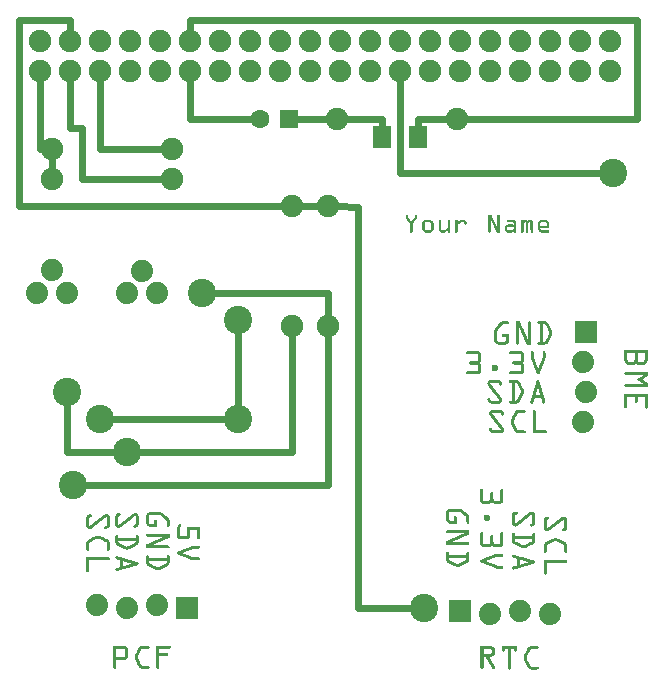
<source format=gtl>
G04 MADE WITH FRITZING*
G04 WWW.FRITZING.ORG*
G04 DOUBLE SIDED*
G04 HOLES PLATED*
G04 CONTOUR ON CENTER OF CONTOUR VECTOR*
%ASAXBY*%
%FSLAX23Y23*%
%MOIN*%
%OFA0B0*%
%SFA1.0B1.0*%
%ADD10C,0.075000*%
%ADD11C,0.094488*%
%ADD12C,0.075361*%
%ADD13C,0.062992*%
%ADD14C,0.074000*%
%ADD15R,0.062992X0.074803*%
%ADD16R,0.062992X0.062992*%
%ADD17C,0.024000*%
%ADD18R,0.001000X0.001000*%
%LNCOPPER1*%
G90*
G70*
G54D10*
X1090Y1885D03*
X1490Y1885D03*
G54D11*
X2010Y1705D03*
X300Y885D03*
X640Y1305D03*
X190Y975D03*
X760Y885D03*
X760Y1215D03*
X390Y775D03*
X1380Y255D03*
X210Y665D03*
G54D12*
X100Y2045D03*
X200Y2045D03*
X300Y2045D03*
X400Y2045D03*
X500Y2045D03*
X600Y2045D03*
X700Y2045D03*
X800Y2045D03*
X900Y2045D03*
X1000Y2045D03*
X1100Y2045D03*
X1200Y2045D03*
X1300Y2045D03*
X1400Y2045D03*
X1500Y2045D03*
X1600Y2045D03*
X1700Y2045D03*
X1800Y2045D03*
X1900Y2045D03*
X2000Y2045D03*
X2000Y2145D03*
X1900Y2145D03*
X1800Y2145D03*
X1700Y2145D03*
X1600Y2145D03*
X1500Y2145D03*
X1400Y2145D03*
X1300Y2145D03*
X1200Y2145D03*
X1100Y2145D03*
X1000Y2145D03*
X900Y2145D03*
X800Y2145D03*
X700Y2145D03*
X600Y2145D03*
X500Y2145D03*
X400Y2145D03*
X300Y2145D03*
X200Y2145D03*
X100Y2145D03*
G54D13*
X930Y1885D03*
X832Y1885D03*
G54D10*
X1060Y1595D03*
X1060Y1195D03*
X940Y1595D03*
X940Y1195D03*
X140Y1685D03*
X540Y1685D03*
X140Y1785D03*
X540Y1785D03*
G54D14*
X1920Y1175D03*
X1910Y1075D03*
X1920Y975D03*
X1910Y875D03*
X1920Y1175D03*
X1910Y1075D03*
X1920Y975D03*
X1910Y875D03*
X590Y255D03*
X490Y265D03*
X390Y255D03*
X290Y265D03*
X590Y255D03*
X490Y265D03*
X390Y255D03*
X290Y265D03*
X1500Y245D03*
X1600Y235D03*
X1700Y245D03*
X1800Y235D03*
X1500Y245D03*
X1600Y235D03*
X1700Y245D03*
X1800Y235D03*
X390Y1305D03*
X440Y1380D03*
X490Y1305D03*
X390Y1305D03*
X440Y1380D03*
X490Y1305D03*
X89Y1307D03*
X139Y1382D03*
X189Y1307D03*
X89Y1307D03*
X139Y1382D03*
X189Y1307D03*
G54D15*
X1238Y1825D03*
X1360Y1825D03*
G54D16*
X930Y1885D03*
G54D17*
X1360Y1885D02*
X1360Y1857D01*
D02*
X1462Y1885D02*
X1360Y1885D01*
D02*
X1240Y1885D02*
X1239Y1857D01*
D02*
X1119Y1885D02*
X1240Y1885D01*
D02*
X1062Y1885D02*
X957Y1885D01*
D02*
X760Y912D02*
X760Y1188D01*
D02*
X733Y885D02*
X327Y885D01*
D02*
X600Y2215D02*
X600Y2177D01*
D02*
X1300Y1705D02*
X1300Y2014D01*
D02*
X1983Y1705D02*
X1300Y1705D01*
D02*
X240Y1856D02*
X240Y1685D01*
D02*
X200Y1856D02*
X240Y1856D01*
D02*
X200Y2014D02*
X200Y1856D01*
D02*
X240Y1685D02*
X512Y1685D01*
D02*
X140Y1757D02*
X140Y1714D01*
D02*
X100Y1785D02*
X112Y1785D01*
D02*
X100Y2014D02*
X100Y1785D01*
D02*
X30Y1595D02*
X30Y2216D01*
D02*
X30Y2216D02*
X200Y2216D01*
D02*
X200Y2216D02*
X200Y2177D01*
D02*
X912Y1595D02*
X30Y1595D01*
D02*
X2088Y1885D02*
X2088Y2215D01*
D02*
X2088Y2215D02*
X600Y2215D01*
D02*
X1519Y1885D02*
X2088Y1885D01*
D02*
X600Y1885D02*
X805Y1885D01*
D02*
X600Y2014D02*
X600Y1885D01*
D02*
X300Y2014D02*
X300Y1785D01*
D02*
X300Y1785D02*
X512Y1785D01*
D02*
X940Y775D02*
X940Y1167D01*
D02*
X417Y775D02*
X940Y775D01*
D02*
X190Y775D02*
X363Y775D01*
D02*
X190Y948D02*
X190Y775D01*
D02*
X1060Y1224D02*
X1060Y1305D01*
D02*
X1060Y1305D02*
X667Y1305D01*
D02*
X1032Y1595D02*
X969Y1595D01*
D02*
X1060Y665D02*
X1060Y1167D01*
D02*
X237Y665D02*
X1060Y665D01*
D02*
X1159Y1594D02*
X1089Y1595D01*
D02*
X1159Y255D02*
X1159Y1594D01*
D02*
X1353Y255D02*
X1159Y255D01*
G54D18*
X1319Y1566D02*
X1323Y1566D01*
X1350Y1566D02*
X1353Y1566D01*
X1593Y1566D02*
X1603Y1566D01*
X1626Y1566D02*
X1629Y1566D01*
X1318Y1565D02*
X1324Y1565D01*
X1349Y1565D02*
X1354Y1565D01*
X1593Y1565D02*
X1603Y1565D01*
X1625Y1565D02*
X1630Y1565D01*
X1318Y1564D02*
X1324Y1564D01*
X1348Y1564D02*
X1355Y1564D01*
X1593Y1564D02*
X1604Y1564D01*
X1624Y1564D02*
X1630Y1564D01*
X1318Y1563D02*
X1324Y1563D01*
X1348Y1563D02*
X1355Y1563D01*
X1593Y1563D02*
X1604Y1563D01*
X1624Y1563D02*
X1631Y1563D01*
X1318Y1562D02*
X1324Y1562D01*
X1348Y1562D02*
X1355Y1562D01*
X1593Y1562D02*
X1605Y1562D01*
X1624Y1562D02*
X1631Y1562D01*
X1318Y1561D02*
X1324Y1561D01*
X1348Y1561D02*
X1355Y1561D01*
X1593Y1561D02*
X1605Y1561D01*
X1624Y1561D02*
X1631Y1561D01*
X1318Y1560D02*
X1324Y1560D01*
X1348Y1560D02*
X1355Y1560D01*
X1593Y1560D02*
X1606Y1560D01*
X1624Y1560D02*
X1631Y1560D01*
X1318Y1559D02*
X1324Y1559D01*
X1348Y1559D02*
X1355Y1559D01*
X1593Y1559D02*
X1606Y1559D01*
X1624Y1559D02*
X1631Y1559D01*
X1318Y1558D02*
X1324Y1558D01*
X1348Y1558D02*
X1355Y1558D01*
X1593Y1558D02*
X1606Y1558D01*
X1624Y1558D02*
X1631Y1558D01*
X1318Y1557D02*
X1325Y1557D01*
X1347Y1557D02*
X1355Y1557D01*
X1593Y1557D02*
X1607Y1557D01*
X1624Y1557D02*
X1631Y1557D01*
X1318Y1556D02*
X1326Y1556D01*
X1347Y1556D02*
X1355Y1556D01*
X1593Y1556D02*
X1607Y1556D01*
X1624Y1556D02*
X1631Y1556D01*
X1318Y1555D02*
X1326Y1555D01*
X1346Y1555D02*
X1355Y1555D01*
X1593Y1555D02*
X1608Y1555D01*
X1624Y1555D02*
X1631Y1555D01*
X1318Y1554D02*
X1327Y1554D01*
X1345Y1554D02*
X1354Y1554D01*
X1593Y1554D02*
X1608Y1554D01*
X1624Y1554D02*
X1631Y1554D01*
X1319Y1553D02*
X1328Y1553D01*
X1344Y1553D02*
X1353Y1553D01*
X1593Y1553D02*
X1609Y1553D01*
X1624Y1553D02*
X1631Y1553D01*
X1320Y1552D02*
X1329Y1552D01*
X1344Y1552D02*
X1352Y1552D01*
X1593Y1552D02*
X1609Y1552D01*
X1624Y1552D02*
X1631Y1552D01*
X1321Y1551D02*
X1330Y1551D01*
X1343Y1551D02*
X1352Y1551D01*
X1593Y1551D02*
X1600Y1551D01*
X1602Y1551D02*
X1609Y1551D01*
X1624Y1551D02*
X1631Y1551D01*
X1322Y1550D02*
X1330Y1550D01*
X1342Y1550D02*
X1351Y1550D01*
X1384Y1550D02*
X1399Y1550D01*
X1430Y1550D02*
X1432Y1550D01*
X1460Y1550D02*
X1463Y1550D01*
X1485Y1550D02*
X1488Y1550D01*
X1500Y1550D02*
X1512Y1550D01*
X1593Y1550D02*
X1600Y1550D01*
X1602Y1550D02*
X1610Y1550D01*
X1624Y1550D02*
X1631Y1550D01*
X1658Y1550D02*
X1676Y1550D01*
X1705Y1550D02*
X1708Y1550D01*
X1714Y1550D02*
X1719Y1550D01*
X1730Y1550D02*
X1733Y1550D01*
X1770Y1550D02*
X1785Y1550D01*
X1322Y1549D02*
X1331Y1549D01*
X1341Y1549D02*
X1350Y1549D01*
X1381Y1549D02*
X1401Y1549D01*
X1429Y1549D02*
X1434Y1549D01*
X1459Y1549D02*
X1464Y1549D01*
X1484Y1549D02*
X1489Y1549D01*
X1499Y1549D02*
X1514Y1549D01*
X1593Y1549D02*
X1600Y1549D01*
X1603Y1549D02*
X1610Y1549D01*
X1624Y1549D02*
X1631Y1549D01*
X1657Y1549D02*
X1679Y1549D01*
X1704Y1549D02*
X1709Y1549D01*
X1712Y1549D02*
X1721Y1549D01*
X1728Y1549D02*
X1736Y1549D01*
X1768Y1549D02*
X1787Y1549D01*
X1323Y1548D02*
X1332Y1548D01*
X1340Y1548D02*
X1349Y1548D01*
X1380Y1548D02*
X1403Y1548D01*
X1428Y1548D02*
X1434Y1548D01*
X1459Y1548D02*
X1465Y1548D01*
X1483Y1548D02*
X1490Y1548D01*
X1498Y1548D02*
X1516Y1548D01*
X1593Y1548D02*
X1600Y1548D01*
X1603Y1548D02*
X1611Y1548D01*
X1624Y1548D02*
X1631Y1548D01*
X1656Y1548D02*
X1680Y1548D01*
X1703Y1548D02*
X1722Y1548D01*
X1726Y1548D02*
X1737Y1548D01*
X1766Y1548D02*
X1789Y1548D01*
X1324Y1547D02*
X1333Y1547D01*
X1340Y1547D02*
X1349Y1547D01*
X1379Y1547D02*
X1404Y1547D01*
X1428Y1547D02*
X1435Y1547D01*
X1458Y1547D02*
X1465Y1547D01*
X1483Y1547D02*
X1490Y1547D01*
X1497Y1547D02*
X1517Y1547D01*
X1593Y1547D02*
X1600Y1547D01*
X1604Y1547D02*
X1611Y1547D01*
X1624Y1547D02*
X1631Y1547D01*
X1656Y1547D02*
X1681Y1547D01*
X1703Y1547D02*
X1738Y1547D01*
X1765Y1547D02*
X1790Y1547D01*
X1325Y1546D02*
X1333Y1546D01*
X1339Y1546D02*
X1348Y1546D01*
X1378Y1546D02*
X1405Y1546D01*
X1428Y1546D02*
X1435Y1546D01*
X1458Y1546D02*
X1465Y1546D01*
X1483Y1546D02*
X1490Y1546D01*
X1495Y1546D02*
X1518Y1546D01*
X1593Y1546D02*
X1600Y1546D01*
X1604Y1546D02*
X1612Y1546D01*
X1624Y1546D02*
X1631Y1546D01*
X1656Y1546D02*
X1682Y1546D01*
X1703Y1546D02*
X1739Y1546D01*
X1764Y1546D02*
X1791Y1546D01*
X1325Y1545D02*
X1334Y1545D01*
X1338Y1545D02*
X1347Y1545D01*
X1376Y1545D02*
X1406Y1545D01*
X1428Y1545D02*
X1435Y1545D01*
X1458Y1545D02*
X1465Y1545D01*
X1483Y1545D02*
X1490Y1545D01*
X1494Y1545D02*
X1518Y1545D01*
X1593Y1545D02*
X1600Y1545D01*
X1605Y1545D02*
X1612Y1545D01*
X1624Y1545D02*
X1631Y1545D01*
X1656Y1545D02*
X1683Y1545D01*
X1703Y1545D02*
X1739Y1545D01*
X1763Y1545D02*
X1792Y1545D01*
X1326Y1544D02*
X1335Y1544D01*
X1337Y1544D02*
X1346Y1544D01*
X1376Y1544D02*
X1407Y1544D01*
X1428Y1544D02*
X1435Y1544D01*
X1458Y1544D02*
X1465Y1544D01*
X1483Y1544D02*
X1490Y1544D01*
X1493Y1544D02*
X1519Y1544D01*
X1593Y1544D02*
X1600Y1544D01*
X1605Y1544D02*
X1613Y1544D01*
X1624Y1544D02*
X1631Y1544D01*
X1657Y1544D02*
X1684Y1544D01*
X1703Y1544D02*
X1740Y1544D01*
X1762Y1544D02*
X1793Y1544D01*
X1327Y1543D02*
X1345Y1543D01*
X1375Y1543D02*
X1408Y1543D01*
X1428Y1543D02*
X1435Y1543D01*
X1458Y1543D02*
X1465Y1543D01*
X1483Y1543D02*
X1490Y1543D01*
X1492Y1543D02*
X1519Y1543D01*
X1593Y1543D02*
X1600Y1543D01*
X1605Y1543D02*
X1613Y1543D01*
X1624Y1543D02*
X1631Y1543D01*
X1659Y1543D02*
X1684Y1543D01*
X1703Y1543D02*
X1740Y1543D01*
X1761Y1543D02*
X1794Y1543D01*
X1328Y1542D02*
X1345Y1542D01*
X1374Y1542D02*
X1384Y1542D01*
X1399Y1542D02*
X1409Y1542D01*
X1428Y1542D02*
X1435Y1542D01*
X1458Y1542D02*
X1465Y1542D01*
X1483Y1542D02*
X1502Y1542D01*
X1512Y1542D02*
X1520Y1542D01*
X1593Y1542D02*
X1600Y1542D01*
X1606Y1542D02*
X1613Y1542D01*
X1624Y1542D02*
X1631Y1542D01*
X1676Y1542D02*
X1684Y1542D01*
X1703Y1542D02*
X1715Y1542D01*
X1719Y1542D02*
X1730Y1542D01*
X1733Y1542D02*
X1740Y1542D01*
X1760Y1542D02*
X1770Y1542D01*
X1785Y1542D02*
X1795Y1542D01*
X1329Y1541D02*
X1344Y1541D01*
X1374Y1541D02*
X1383Y1541D01*
X1400Y1541D02*
X1409Y1541D01*
X1428Y1541D02*
X1435Y1541D01*
X1458Y1541D02*
X1465Y1541D01*
X1483Y1541D02*
X1501Y1541D01*
X1513Y1541D02*
X1520Y1541D01*
X1593Y1541D02*
X1600Y1541D01*
X1606Y1541D02*
X1614Y1541D01*
X1624Y1541D02*
X1631Y1541D01*
X1677Y1541D02*
X1684Y1541D01*
X1703Y1541D02*
X1714Y1541D01*
X1719Y1541D02*
X1729Y1541D01*
X1734Y1541D02*
X1740Y1541D01*
X1760Y1541D02*
X1769Y1541D01*
X1786Y1541D02*
X1795Y1541D01*
X1329Y1540D02*
X1343Y1540D01*
X1373Y1540D02*
X1381Y1540D01*
X1401Y1540D02*
X1409Y1540D01*
X1428Y1540D02*
X1435Y1540D01*
X1458Y1540D02*
X1465Y1540D01*
X1483Y1540D02*
X1499Y1540D01*
X1513Y1540D02*
X1520Y1540D01*
X1593Y1540D02*
X1600Y1540D01*
X1607Y1540D02*
X1614Y1540D01*
X1624Y1540D02*
X1631Y1540D01*
X1678Y1540D02*
X1685Y1540D01*
X1703Y1540D02*
X1712Y1540D01*
X1719Y1540D02*
X1728Y1540D01*
X1734Y1540D02*
X1740Y1540D01*
X1759Y1540D02*
X1767Y1540D01*
X1788Y1540D02*
X1795Y1540D01*
X1330Y1539D02*
X1342Y1539D01*
X1373Y1539D02*
X1380Y1539D01*
X1402Y1539D02*
X1410Y1539D01*
X1428Y1539D02*
X1435Y1539D01*
X1458Y1539D02*
X1465Y1539D01*
X1483Y1539D02*
X1498Y1539D01*
X1513Y1539D02*
X1520Y1539D01*
X1593Y1539D02*
X1600Y1539D01*
X1607Y1539D02*
X1615Y1539D01*
X1624Y1539D02*
X1631Y1539D01*
X1678Y1539D02*
X1685Y1539D01*
X1703Y1539D02*
X1711Y1539D01*
X1719Y1539D02*
X1726Y1539D01*
X1734Y1539D02*
X1740Y1539D01*
X1759Y1539D02*
X1767Y1539D01*
X1788Y1539D02*
X1796Y1539D01*
X1331Y1538D02*
X1341Y1538D01*
X1373Y1538D02*
X1380Y1538D01*
X1403Y1538D02*
X1410Y1538D01*
X1428Y1538D02*
X1435Y1538D01*
X1458Y1538D02*
X1465Y1538D01*
X1483Y1538D02*
X1497Y1538D01*
X1513Y1538D02*
X1520Y1538D01*
X1593Y1538D02*
X1600Y1538D01*
X1608Y1538D02*
X1615Y1538D01*
X1624Y1538D02*
X1631Y1538D01*
X1678Y1538D02*
X1685Y1538D01*
X1703Y1538D02*
X1710Y1538D01*
X1719Y1538D02*
X1726Y1538D01*
X1734Y1538D02*
X1740Y1538D01*
X1759Y1538D02*
X1766Y1538D01*
X1789Y1538D02*
X1796Y1538D01*
X1332Y1537D02*
X1341Y1537D01*
X1373Y1537D02*
X1380Y1537D01*
X1403Y1537D02*
X1410Y1537D01*
X1428Y1537D02*
X1435Y1537D01*
X1458Y1537D02*
X1465Y1537D01*
X1483Y1537D02*
X1496Y1537D01*
X1514Y1537D02*
X1520Y1537D01*
X1593Y1537D02*
X1600Y1537D01*
X1608Y1537D02*
X1616Y1537D01*
X1624Y1537D02*
X1631Y1537D01*
X1678Y1537D02*
X1685Y1537D01*
X1703Y1537D02*
X1710Y1537D01*
X1719Y1537D02*
X1726Y1537D01*
X1734Y1537D02*
X1740Y1537D01*
X1759Y1537D02*
X1766Y1537D01*
X1789Y1537D02*
X1796Y1537D01*
X1332Y1536D02*
X1340Y1536D01*
X1373Y1536D02*
X1380Y1536D01*
X1403Y1536D02*
X1410Y1536D01*
X1428Y1536D02*
X1435Y1536D01*
X1458Y1536D02*
X1465Y1536D01*
X1483Y1536D02*
X1495Y1536D01*
X1514Y1536D02*
X1520Y1536D01*
X1593Y1536D02*
X1600Y1536D01*
X1609Y1536D02*
X1616Y1536D01*
X1624Y1536D02*
X1631Y1536D01*
X1678Y1536D02*
X1685Y1536D01*
X1703Y1536D02*
X1710Y1536D01*
X1719Y1536D02*
X1726Y1536D01*
X1734Y1536D02*
X1740Y1536D01*
X1759Y1536D02*
X1766Y1536D01*
X1789Y1536D02*
X1796Y1536D01*
X1333Y1535D02*
X1340Y1535D01*
X1373Y1535D02*
X1380Y1535D01*
X1403Y1535D02*
X1410Y1535D01*
X1428Y1535D02*
X1435Y1535D01*
X1458Y1535D02*
X1465Y1535D01*
X1483Y1535D02*
X1494Y1535D01*
X1514Y1535D02*
X1520Y1535D01*
X1593Y1535D02*
X1600Y1535D01*
X1609Y1535D02*
X1616Y1535D01*
X1624Y1535D02*
X1631Y1535D01*
X1678Y1535D02*
X1685Y1535D01*
X1703Y1535D02*
X1710Y1535D01*
X1719Y1535D02*
X1726Y1535D01*
X1734Y1535D02*
X1740Y1535D01*
X1759Y1535D02*
X1766Y1535D01*
X1789Y1535D02*
X1796Y1535D01*
X1333Y1534D02*
X1340Y1534D01*
X1373Y1534D02*
X1380Y1534D01*
X1403Y1534D02*
X1410Y1534D01*
X1428Y1534D02*
X1435Y1534D01*
X1458Y1534D02*
X1465Y1534D01*
X1483Y1534D02*
X1492Y1534D01*
X1515Y1534D02*
X1519Y1534D01*
X1593Y1534D02*
X1600Y1534D01*
X1609Y1534D02*
X1617Y1534D01*
X1624Y1534D02*
X1631Y1534D01*
X1658Y1534D02*
X1676Y1534D01*
X1678Y1534D02*
X1685Y1534D01*
X1703Y1534D02*
X1710Y1534D01*
X1719Y1534D02*
X1726Y1534D01*
X1734Y1534D02*
X1741Y1534D01*
X1759Y1534D02*
X1766Y1534D01*
X1789Y1534D02*
X1796Y1534D01*
X1333Y1533D02*
X1340Y1533D01*
X1373Y1533D02*
X1380Y1533D01*
X1403Y1533D02*
X1410Y1533D01*
X1428Y1533D02*
X1435Y1533D01*
X1458Y1533D02*
X1465Y1533D01*
X1483Y1533D02*
X1491Y1533D01*
X1593Y1533D02*
X1600Y1533D01*
X1610Y1533D02*
X1617Y1533D01*
X1624Y1533D02*
X1631Y1533D01*
X1655Y1533D02*
X1685Y1533D01*
X1703Y1533D02*
X1710Y1533D01*
X1719Y1533D02*
X1726Y1533D01*
X1734Y1533D02*
X1741Y1533D01*
X1759Y1533D02*
X1766Y1533D01*
X1789Y1533D02*
X1796Y1533D01*
X1333Y1532D02*
X1340Y1532D01*
X1373Y1532D02*
X1380Y1532D01*
X1403Y1532D02*
X1410Y1532D01*
X1428Y1532D02*
X1435Y1532D01*
X1458Y1532D02*
X1465Y1532D01*
X1483Y1532D02*
X1490Y1532D01*
X1593Y1532D02*
X1600Y1532D01*
X1610Y1532D02*
X1618Y1532D01*
X1624Y1532D02*
X1631Y1532D01*
X1653Y1532D02*
X1685Y1532D01*
X1703Y1532D02*
X1710Y1532D01*
X1719Y1532D02*
X1726Y1532D01*
X1734Y1532D02*
X1741Y1532D01*
X1759Y1532D02*
X1766Y1532D01*
X1789Y1532D02*
X1796Y1532D01*
X1333Y1531D02*
X1340Y1531D01*
X1373Y1531D02*
X1380Y1531D01*
X1403Y1531D02*
X1410Y1531D01*
X1428Y1531D02*
X1435Y1531D01*
X1458Y1531D02*
X1465Y1531D01*
X1483Y1531D02*
X1490Y1531D01*
X1593Y1531D02*
X1600Y1531D01*
X1611Y1531D02*
X1618Y1531D01*
X1624Y1531D02*
X1631Y1531D01*
X1652Y1531D02*
X1685Y1531D01*
X1703Y1531D02*
X1710Y1531D01*
X1719Y1531D02*
X1726Y1531D01*
X1734Y1531D02*
X1741Y1531D01*
X1759Y1531D02*
X1766Y1531D01*
X1789Y1531D02*
X1796Y1531D01*
X1333Y1530D02*
X1340Y1530D01*
X1373Y1530D02*
X1380Y1530D01*
X1403Y1530D02*
X1410Y1530D01*
X1428Y1530D02*
X1435Y1530D01*
X1458Y1530D02*
X1465Y1530D01*
X1483Y1530D02*
X1490Y1530D01*
X1593Y1530D02*
X1600Y1530D01*
X1611Y1530D02*
X1619Y1530D01*
X1624Y1530D02*
X1631Y1530D01*
X1651Y1530D02*
X1685Y1530D01*
X1703Y1530D02*
X1710Y1530D01*
X1719Y1530D02*
X1726Y1530D01*
X1734Y1530D02*
X1741Y1530D01*
X1759Y1530D02*
X1796Y1530D01*
X1333Y1529D02*
X1340Y1529D01*
X1373Y1529D02*
X1380Y1529D01*
X1403Y1529D02*
X1410Y1529D01*
X1429Y1529D02*
X1435Y1529D01*
X1458Y1529D02*
X1465Y1529D01*
X1483Y1529D02*
X1490Y1529D01*
X1593Y1529D02*
X1600Y1529D01*
X1612Y1529D02*
X1619Y1529D01*
X1624Y1529D02*
X1631Y1529D01*
X1650Y1529D02*
X1685Y1529D01*
X1703Y1529D02*
X1710Y1529D01*
X1719Y1529D02*
X1726Y1529D01*
X1734Y1529D02*
X1741Y1529D01*
X1759Y1529D02*
X1796Y1529D01*
X1333Y1528D02*
X1340Y1528D01*
X1373Y1528D02*
X1380Y1528D01*
X1403Y1528D02*
X1410Y1528D01*
X1429Y1528D02*
X1435Y1528D01*
X1458Y1528D02*
X1465Y1528D01*
X1483Y1528D02*
X1490Y1528D01*
X1593Y1528D02*
X1600Y1528D01*
X1612Y1528D02*
X1620Y1528D01*
X1624Y1528D02*
X1631Y1528D01*
X1650Y1528D02*
X1685Y1528D01*
X1703Y1528D02*
X1710Y1528D01*
X1719Y1528D02*
X1726Y1528D01*
X1734Y1528D02*
X1741Y1528D01*
X1759Y1528D02*
X1796Y1528D01*
X1333Y1527D02*
X1340Y1527D01*
X1373Y1527D02*
X1380Y1527D01*
X1403Y1527D02*
X1410Y1527D01*
X1429Y1527D02*
X1435Y1527D01*
X1458Y1527D02*
X1465Y1527D01*
X1483Y1527D02*
X1490Y1527D01*
X1593Y1527D02*
X1600Y1527D01*
X1612Y1527D02*
X1620Y1527D01*
X1624Y1527D02*
X1631Y1527D01*
X1649Y1527D02*
X1685Y1527D01*
X1703Y1527D02*
X1710Y1527D01*
X1719Y1527D02*
X1726Y1527D01*
X1734Y1527D02*
X1741Y1527D01*
X1759Y1527D02*
X1796Y1527D01*
X1333Y1526D02*
X1340Y1526D01*
X1373Y1526D02*
X1380Y1526D01*
X1403Y1526D02*
X1410Y1526D01*
X1429Y1526D02*
X1435Y1526D01*
X1458Y1526D02*
X1465Y1526D01*
X1483Y1526D02*
X1490Y1526D01*
X1593Y1526D02*
X1600Y1526D01*
X1613Y1526D02*
X1620Y1526D01*
X1624Y1526D02*
X1631Y1526D01*
X1649Y1526D02*
X1657Y1526D01*
X1676Y1526D02*
X1685Y1526D01*
X1703Y1526D02*
X1710Y1526D01*
X1719Y1526D02*
X1726Y1526D01*
X1734Y1526D02*
X1741Y1526D01*
X1759Y1526D02*
X1796Y1526D01*
X1333Y1525D02*
X1340Y1525D01*
X1373Y1525D02*
X1380Y1525D01*
X1403Y1525D02*
X1410Y1525D01*
X1429Y1525D02*
X1435Y1525D01*
X1458Y1525D02*
X1465Y1525D01*
X1483Y1525D02*
X1490Y1525D01*
X1593Y1525D02*
X1600Y1525D01*
X1613Y1525D02*
X1621Y1525D01*
X1624Y1525D02*
X1631Y1525D01*
X1649Y1525D02*
X1656Y1525D01*
X1678Y1525D02*
X1685Y1525D01*
X1703Y1525D02*
X1710Y1525D01*
X1719Y1525D02*
X1726Y1525D01*
X1734Y1525D02*
X1741Y1525D01*
X1759Y1525D02*
X1795Y1525D01*
X1333Y1524D02*
X1340Y1524D01*
X1373Y1524D02*
X1380Y1524D01*
X1403Y1524D02*
X1410Y1524D01*
X1429Y1524D02*
X1435Y1524D01*
X1458Y1524D02*
X1465Y1524D01*
X1483Y1524D02*
X1490Y1524D01*
X1593Y1524D02*
X1600Y1524D01*
X1614Y1524D02*
X1621Y1524D01*
X1624Y1524D02*
X1631Y1524D01*
X1649Y1524D02*
X1656Y1524D01*
X1678Y1524D02*
X1685Y1524D01*
X1703Y1524D02*
X1710Y1524D01*
X1719Y1524D02*
X1726Y1524D01*
X1734Y1524D02*
X1741Y1524D01*
X1759Y1524D02*
X1794Y1524D01*
X1333Y1523D02*
X1340Y1523D01*
X1373Y1523D02*
X1380Y1523D01*
X1403Y1523D02*
X1410Y1523D01*
X1429Y1523D02*
X1435Y1523D01*
X1458Y1523D02*
X1465Y1523D01*
X1483Y1523D02*
X1490Y1523D01*
X1593Y1523D02*
X1600Y1523D01*
X1614Y1523D02*
X1622Y1523D01*
X1624Y1523D02*
X1631Y1523D01*
X1649Y1523D02*
X1655Y1523D01*
X1678Y1523D02*
X1685Y1523D01*
X1703Y1523D02*
X1710Y1523D01*
X1719Y1523D02*
X1726Y1523D01*
X1734Y1523D02*
X1741Y1523D01*
X1759Y1523D02*
X1766Y1523D01*
X1333Y1522D02*
X1340Y1522D01*
X1373Y1522D02*
X1380Y1522D01*
X1403Y1522D02*
X1410Y1522D01*
X1429Y1522D02*
X1435Y1522D01*
X1457Y1522D02*
X1465Y1522D01*
X1483Y1522D02*
X1490Y1522D01*
X1593Y1522D02*
X1600Y1522D01*
X1615Y1522D02*
X1622Y1522D01*
X1624Y1522D02*
X1631Y1522D01*
X1649Y1522D02*
X1655Y1522D01*
X1678Y1522D02*
X1685Y1522D01*
X1703Y1522D02*
X1710Y1522D01*
X1719Y1522D02*
X1726Y1522D01*
X1734Y1522D02*
X1741Y1522D01*
X1759Y1522D02*
X1766Y1522D01*
X1333Y1521D02*
X1340Y1521D01*
X1373Y1521D02*
X1380Y1521D01*
X1403Y1521D02*
X1410Y1521D01*
X1429Y1521D02*
X1436Y1521D01*
X1456Y1521D02*
X1465Y1521D01*
X1483Y1521D02*
X1490Y1521D01*
X1593Y1521D02*
X1600Y1521D01*
X1615Y1521D02*
X1631Y1521D01*
X1649Y1521D02*
X1655Y1521D01*
X1678Y1521D02*
X1685Y1521D01*
X1703Y1521D02*
X1710Y1521D01*
X1719Y1521D02*
X1726Y1521D01*
X1734Y1521D02*
X1741Y1521D01*
X1759Y1521D02*
X1766Y1521D01*
X1333Y1520D02*
X1340Y1520D01*
X1373Y1520D02*
X1380Y1520D01*
X1403Y1520D02*
X1410Y1520D01*
X1429Y1520D02*
X1436Y1520D01*
X1454Y1520D02*
X1465Y1520D01*
X1483Y1520D02*
X1490Y1520D01*
X1593Y1520D02*
X1600Y1520D01*
X1616Y1520D02*
X1631Y1520D01*
X1649Y1520D02*
X1655Y1520D01*
X1678Y1520D02*
X1685Y1520D01*
X1703Y1520D02*
X1710Y1520D01*
X1719Y1520D02*
X1726Y1520D01*
X1734Y1520D02*
X1741Y1520D01*
X1759Y1520D02*
X1766Y1520D01*
X1333Y1519D02*
X1340Y1519D01*
X1373Y1519D02*
X1380Y1519D01*
X1403Y1519D02*
X1410Y1519D01*
X1429Y1519D02*
X1436Y1519D01*
X1453Y1519D02*
X1465Y1519D01*
X1483Y1519D02*
X1490Y1519D01*
X1593Y1519D02*
X1600Y1519D01*
X1616Y1519D02*
X1631Y1519D01*
X1649Y1519D02*
X1655Y1519D01*
X1678Y1519D02*
X1685Y1519D01*
X1703Y1519D02*
X1710Y1519D01*
X1719Y1519D02*
X1726Y1519D01*
X1734Y1519D02*
X1741Y1519D01*
X1759Y1519D02*
X1766Y1519D01*
X1333Y1518D02*
X1340Y1518D01*
X1373Y1518D02*
X1381Y1518D01*
X1402Y1518D02*
X1410Y1518D01*
X1429Y1518D02*
X1436Y1518D01*
X1451Y1518D02*
X1465Y1518D01*
X1483Y1518D02*
X1490Y1518D01*
X1593Y1518D02*
X1600Y1518D01*
X1616Y1518D02*
X1631Y1518D01*
X1649Y1518D02*
X1655Y1518D01*
X1676Y1518D02*
X1685Y1518D01*
X1703Y1518D02*
X1710Y1518D01*
X1719Y1518D02*
X1726Y1518D01*
X1734Y1518D02*
X1741Y1518D01*
X1759Y1518D02*
X1767Y1518D01*
X1333Y1517D02*
X1340Y1517D01*
X1373Y1517D02*
X1382Y1517D01*
X1401Y1517D02*
X1409Y1517D01*
X1429Y1517D02*
X1436Y1517D01*
X1449Y1517D02*
X1465Y1517D01*
X1483Y1517D02*
X1490Y1517D01*
X1593Y1517D02*
X1600Y1517D01*
X1617Y1517D02*
X1631Y1517D01*
X1649Y1517D02*
X1656Y1517D01*
X1674Y1517D02*
X1685Y1517D01*
X1703Y1517D02*
X1710Y1517D01*
X1719Y1517D02*
X1726Y1517D01*
X1734Y1517D02*
X1741Y1517D01*
X1759Y1517D02*
X1768Y1517D01*
X1333Y1516D02*
X1340Y1516D01*
X1374Y1516D02*
X1383Y1516D01*
X1400Y1516D02*
X1409Y1516D01*
X1429Y1516D02*
X1437Y1516D01*
X1448Y1516D02*
X1465Y1516D01*
X1483Y1516D02*
X1490Y1516D01*
X1593Y1516D02*
X1600Y1516D01*
X1617Y1516D02*
X1631Y1516D01*
X1649Y1516D02*
X1656Y1516D01*
X1673Y1516D02*
X1686Y1516D01*
X1703Y1516D02*
X1710Y1516D01*
X1719Y1516D02*
X1726Y1516D01*
X1734Y1516D02*
X1741Y1516D01*
X1760Y1516D02*
X1769Y1516D01*
X1333Y1515D02*
X1340Y1515D01*
X1374Y1515D02*
X1385Y1515D01*
X1398Y1515D02*
X1408Y1515D01*
X1429Y1515D02*
X1438Y1515D01*
X1446Y1515D02*
X1465Y1515D01*
X1483Y1515D02*
X1490Y1515D01*
X1593Y1515D02*
X1600Y1515D01*
X1618Y1515D02*
X1631Y1515D01*
X1649Y1515D02*
X1658Y1515D01*
X1671Y1515D02*
X1686Y1515D01*
X1703Y1515D02*
X1710Y1515D01*
X1719Y1515D02*
X1726Y1515D01*
X1734Y1515D02*
X1741Y1515D01*
X1760Y1515D02*
X1771Y1515D01*
X1333Y1514D02*
X1340Y1514D01*
X1375Y1514D02*
X1408Y1514D01*
X1430Y1514D02*
X1465Y1514D01*
X1483Y1514D02*
X1490Y1514D01*
X1593Y1514D02*
X1600Y1514D01*
X1618Y1514D02*
X1631Y1514D01*
X1649Y1514D02*
X1686Y1514D01*
X1703Y1514D02*
X1710Y1514D01*
X1719Y1514D02*
X1726Y1514D01*
X1735Y1514D02*
X1741Y1514D01*
X1761Y1514D02*
X1794Y1514D01*
X1333Y1513D02*
X1340Y1513D01*
X1376Y1513D02*
X1407Y1513D01*
X1430Y1513D02*
X1465Y1513D01*
X1483Y1513D02*
X1490Y1513D01*
X1593Y1513D02*
X1600Y1513D01*
X1619Y1513D02*
X1631Y1513D01*
X1650Y1513D02*
X1686Y1513D01*
X1703Y1513D02*
X1710Y1513D01*
X1719Y1513D02*
X1726Y1513D01*
X1735Y1513D02*
X1741Y1513D01*
X1762Y1513D02*
X1795Y1513D01*
X1333Y1512D02*
X1340Y1512D01*
X1377Y1512D02*
X1406Y1512D01*
X1431Y1512D02*
X1455Y1512D01*
X1458Y1512D02*
X1465Y1512D01*
X1483Y1512D02*
X1490Y1512D01*
X1593Y1512D02*
X1600Y1512D01*
X1619Y1512D02*
X1631Y1512D01*
X1651Y1512D02*
X1686Y1512D01*
X1703Y1512D02*
X1710Y1512D01*
X1719Y1512D02*
X1726Y1512D01*
X1735Y1512D02*
X1741Y1512D01*
X1763Y1512D02*
X1796Y1512D01*
X1333Y1511D02*
X1340Y1511D01*
X1378Y1511D02*
X1405Y1511D01*
X1432Y1511D02*
X1453Y1511D01*
X1458Y1511D02*
X1465Y1511D01*
X1483Y1511D02*
X1490Y1511D01*
X1593Y1511D02*
X1600Y1511D01*
X1620Y1511D02*
X1631Y1511D01*
X1651Y1511D02*
X1686Y1511D01*
X1703Y1511D02*
X1710Y1511D01*
X1719Y1511D02*
X1726Y1511D01*
X1735Y1511D02*
X1741Y1511D01*
X1764Y1511D02*
X1796Y1511D01*
X1333Y1510D02*
X1339Y1510D01*
X1379Y1510D02*
X1403Y1510D01*
X1433Y1510D02*
X1452Y1510D01*
X1459Y1510D02*
X1465Y1510D01*
X1483Y1510D02*
X1490Y1510D01*
X1594Y1510D02*
X1600Y1510D01*
X1620Y1510D02*
X1631Y1510D01*
X1652Y1510D02*
X1677Y1510D01*
X1679Y1510D02*
X1686Y1510D01*
X1703Y1510D02*
X1710Y1510D01*
X1719Y1510D02*
X1725Y1510D01*
X1735Y1510D02*
X1741Y1510D01*
X1765Y1510D02*
X1796Y1510D01*
X1333Y1509D02*
X1339Y1509D01*
X1381Y1509D02*
X1402Y1509D01*
X1434Y1509D02*
X1450Y1509D01*
X1459Y1509D02*
X1465Y1509D01*
X1484Y1509D02*
X1489Y1509D01*
X1594Y1509D02*
X1600Y1509D01*
X1620Y1509D02*
X1631Y1509D01*
X1654Y1509D02*
X1675Y1509D01*
X1679Y1509D02*
X1685Y1509D01*
X1704Y1509D02*
X1709Y1509D01*
X1719Y1509D02*
X1725Y1509D01*
X1735Y1509D02*
X1741Y1509D01*
X1767Y1509D02*
X1795Y1509D01*
X1334Y1508D02*
X1338Y1508D01*
X1382Y1508D02*
X1400Y1508D01*
X1436Y1508D02*
X1448Y1508D01*
X1460Y1508D02*
X1464Y1508D01*
X1484Y1508D02*
X1488Y1508D01*
X1595Y1508D02*
X1599Y1508D01*
X1621Y1508D02*
X1631Y1508D01*
X1655Y1508D02*
X1673Y1508D01*
X1680Y1508D02*
X1684Y1508D01*
X1704Y1508D02*
X1708Y1508D01*
X1720Y1508D02*
X1724Y1508D01*
X1736Y1508D02*
X1740Y1508D01*
X1768Y1508D02*
X1795Y1508D01*
X1387Y1507D02*
X1396Y1507D01*
X1440Y1507D02*
X1444Y1507D01*
X1622Y1507D02*
X1630Y1507D01*
X1659Y1507D02*
X1671Y1507D01*
X1738Y1507D02*
X1738Y1507D01*
X1772Y1507D02*
X1792Y1507D01*
X1883Y1212D02*
X1956Y1212D01*
X1639Y1211D02*
X1659Y1211D01*
X1685Y1211D02*
X1698Y1211D01*
X1728Y1211D02*
X1731Y1211D01*
X1760Y1211D02*
X1784Y1211D01*
X1883Y1211D02*
X1956Y1211D01*
X1636Y1210D02*
X1660Y1210D01*
X1685Y1210D02*
X1698Y1210D01*
X1726Y1210D02*
X1732Y1210D01*
X1759Y1210D02*
X1786Y1210D01*
X1883Y1210D02*
X1956Y1210D01*
X1634Y1209D02*
X1661Y1209D01*
X1685Y1209D02*
X1699Y1209D01*
X1726Y1209D02*
X1733Y1209D01*
X1758Y1209D02*
X1788Y1209D01*
X1883Y1209D02*
X1956Y1209D01*
X1633Y1208D02*
X1662Y1208D01*
X1685Y1208D02*
X1699Y1208D01*
X1725Y1208D02*
X1734Y1208D01*
X1757Y1208D02*
X1789Y1208D01*
X1883Y1208D02*
X1956Y1208D01*
X1632Y1207D02*
X1662Y1207D01*
X1685Y1207D02*
X1699Y1207D01*
X1725Y1207D02*
X1734Y1207D01*
X1757Y1207D02*
X1790Y1207D01*
X1883Y1207D02*
X1956Y1207D01*
X1631Y1206D02*
X1662Y1206D01*
X1685Y1206D02*
X1700Y1206D01*
X1725Y1206D02*
X1734Y1206D01*
X1757Y1206D02*
X1791Y1206D01*
X1883Y1206D02*
X1956Y1206D01*
X1630Y1205D02*
X1662Y1205D01*
X1685Y1205D02*
X1700Y1205D01*
X1725Y1205D02*
X1734Y1205D01*
X1757Y1205D02*
X1792Y1205D01*
X1883Y1205D02*
X1956Y1205D01*
X1630Y1204D02*
X1661Y1204D01*
X1685Y1204D02*
X1701Y1204D01*
X1725Y1204D02*
X1734Y1204D01*
X1758Y1204D02*
X1793Y1204D01*
X1883Y1204D02*
X1956Y1204D01*
X1629Y1203D02*
X1660Y1203D01*
X1685Y1203D02*
X1701Y1203D01*
X1725Y1203D02*
X1734Y1203D01*
X1759Y1203D02*
X1793Y1203D01*
X1883Y1203D02*
X1956Y1203D01*
X1628Y1202D02*
X1659Y1202D01*
X1685Y1202D02*
X1702Y1202D01*
X1725Y1202D02*
X1734Y1202D01*
X1760Y1202D02*
X1794Y1202D01*
X1883Y1202D02*
X1956Y1202D01*
X1627Y1201D02*
X1640Y1201D01*
X1685Y1201D02*
X1702Y1201D01*
X1725Y1201D02*
X1734Y1201D01*
X1767Y1201D02*
X1776Y1201D01*
X1783Y1201D02*
X1794Y1201D01*
X1883Y1201D02*
X1956Y1201D01*
X1626Y1200D02*
X1638Y1200D01*
X1685Y1200D02*
X1703Y1200D01*
X1725Y1200D02*
X1734Y1200D01*
X1767Y1200D02*
X1776Y1200D01*
X1784Y1200D02*
X1795Y1200D01*
X1883Y1200D02*
X1956Y1200D01*
X1626Y1199D02*
X1638Y1199D01*
X1685Y1199D02*
X1703Y1199D01*
X1725Y1199D02*
X1734Y1199D01*
X1767Y1199D02*
X1776Y1199D01*
X1785Y1199D02*
X1795Y1199D01*
X1883Y1199D02*
X1956Y1199D01*
X1625Y1198D02*
X1637Y1198D01*
X1685Y1198D02*
X1703Y1198D01*
X1725Y1198D02*
X1734Y1198D01*
X1767Y1198D02*
X1776Y1198D01*
X1785Y1198D02*
X1796Y1198D01*
X1883Y1198D02*
X1956Y1198D01*
X1624Y1197D02*
X1636Y1197D01*
X1685Y1197D02*
X1704Y1197D01*
X1725Y1197D02*
X1734Y1197D01*
X1767Y1197D02*
X1776Y1197D01*
X1786Y1197D02*
X1796Y1197D01*
X1883Y1197D02*
X1956Y1197D01*
X1623Y1196D02*
X1635Y1196D01*
X1685Y1196D02*
X1704Y1196D01*
X1725Y1196D02*
X1734Y1196D01*
X1767Y1196D02*
X1776Y1196D01*
X1787Y1196D02*
X1797Y1196D01*
X1883Y1196D02*
X1956Y1196D01*
X1623Y1195D02*
X1634Y1195D01*
X1685Y1195D02*
X1705Y1195D01*
X1725Y1195D02*
X1734Y1195D01*
X1767Y1195D02*
X1776Y1195D01*
X1787Y1195D02*
X1797Y1195D01*
X1883Y1195D02*
X1914Y1195D01*
X1925Y1195D02*
X1956Y1195D01*
X1622Y1194D02*
X1634Y1194D01*
X1685Y1194D02*
X1705Y1194D01*
X1725Y1194D02*
X1734Y1194D01*
X1767Y1194D02*
X1776Y1194D01*
X1788Y1194D02*
X1798Y1194D01*
X1883Y1194D02*
X1911Y1194D01*
X1928Y1194D02*
X1956Y1194D01*
X1621Y1193D02*
X1633Y1193D01*
X1685Y1193D02*
X1706Y1193D01*
X1725Y1193D02*
X1734Y1193D01*
X1767Y1193D02*
X1776Y1193D01*
X1788Y1193D02*
X1798Y1193D01*
X1883Y1193D02*
X1909Y1193D01*
X1930Y1193D02*
X1956Y1193D01*
X1620Y1192D02*
X1632Y1192D01*
X1685Y1192D02*
X1694Y1192D01*
X1696Y1192D02*
X1706Y1192D01*
X1725Y1192D02*
X1734Y1192D01*
X1767Y1192D02*
X1776Y1192D01*
X1789Y1192D02*
X1799Y1192D01*
X1883Y1192D02*
X1908Y1192D01*
X1931Y1192D02*
X1956Y1192D01*
X1619Y1191D02*
X1631Y1191D01*
X1685Y1191D02*
X1694Y1191D01*
X1696Y1191D02*
X1706Y1191D01*
X1725Y1191D02*
X1734Y1191D01*
X1767Y1191D02*
X1776Y1191D01*
X1789Y1191D02*
X1799Y1191D01*
X1883Y1191D02*
X1906Y1191D01*
X1933Y1191D02*
X1956Y1191D01*
X1619Y1190D02*
X1630Y1190D01*
X1685Y1190D02*
X1694Y1190D01*
X1697Y1190D02*
X1707Y1190D01*
X1725Y1190D02*
X1734Y1190D01*
X1767Y1190D02*
X1776Y1190D01*
X1790Y1190D02*
X1800Y1190D01*
X1883Y1190D02*
X1905Y1190D01*
X1934Y1190D02*
X1956Y1190D01*
X1618Y1189D02*
X1630Y1189D01*
X1685Y1189D02*
X1694Y1189D01*
X1697Y1189D02*
X1707Y1189D01*
X1725Y1189D02*
X1734Y1189D01*
X1767Y1189D02*
X1776Y1189D01*
X1790Y1189D02*
X1800Y1189D01*
X1883Y1189D02*
X1904Y1189D01*
X1935Y1189D02*
X1956Y1189D01*
X1617Y1188D02*
X1629Y1188D01*
X1685Y1188D02*
X1694Y1188D01*
X1698Y1188D02*
X1708Y1188D01*
X1725Y1188D02*
X1734Y1188D01*
X1767Y1188D02*
X1776Y1188D01*
X1791Y1188D02*
X1801Y1188D01*
X1883Y1188D02*
X1903Y1188D01*
X1935Y1188D02*
X1956Y1188D01*
X1617Y1187D02*
X1628Y1187D01*
X1685Y1187D02*
X1694Y1187D01*
X1698Y1187D02*
X1708Y1187D01*
X1725Y1187D02*
X1734Y1187D01*
X1767Y1187D02*
X1776Y1187D01*
X1791Y1187D02*
X1801Y1187D01*
X1883Y1187D02*
X1903Y1187D01*
X1936Y1187D02*
X1956Y1187D01*
X1616Y1186D02*
X1627Y1186D01*
X1685Y1186D02*
X1694Y1186D01*
X1699Y1186D02*
X1709Y1186D01*
X1725Y1186D02*
X1734Y1186D01*
X1767Y1186D02*
X1776Y1186D01*
X1792Y1186D02*
X1802Y1186D01*
X1883Y1186D02*
X1902Y1186D01*
X1937Y1186D02*
X1956Y1186D01*
X1615Y1185D02*
X1627Y1185D01*
X1685Y1185D02*
X1694Y1185D01*
X1699Y1185D02*
X1709Y1185D01*
X1725Y1185D02*
X1734Y1185D01*
X1767Y1185D02*
X1776Y1185D01*
X1792Y1185D02*
X1802Y1185D01*
X1883Y1185D02*
X1901Y1185D01*
X1937Y1185D02*
X1956Y1185D01*
X1615Y1184D02*
X1626Y1184D01*
X1685Y1184D02*
X1694Y1184D01*
X1699Y1184D02*
X1710Y1184D01*
X1725Y1184D02*
X1734Y1184D01*
X1767Y1184D02*
X1776Y1184D01*
X1793Y1184D02*
X1803Y1184D01*
X1883Y1184D02*
X1901Y1184D01*
X1938Y1184D02*
X1956Y1184D01*
X1614Y1183D02*
X1625Y1183D01*
X1685Y1183D02*
X1694Y1183D01*
X1700Y1183D02*
X1710Y1183D01*
X1725Y1183D02*
X1734Y1183D01*
X1767Y1183D02*
X1776Y1183D01*
X1793Y1183D02*
X1803Y1183D01*
X1883Y1183D02*
X1900Y1183D01*
X1938Y1183D02*
X1956Y1183D01*
X1614Y1182D02*
X1624Y1182D01*
X1685Y1182D02*
X1694Y1182D01*
X1700Y1182D02*
X1710Y1182D01*
X1725Y1182D02*
X1734Y1182D01*
X1767Y1182D02*
X1776Y1182D01*
X1794Y1182D02*
X1804Y1182D01*
X1883Y1182D02*
X1900Y1182D01*
X1939Y1182D02*
X1956Y1182D01*
X1614Y1181D02*
X1624Y1181D01*
X1685Y1181D02*
X1694Y1181D01*
X1701Y1181D02*
X1711Y1181D01*
X1725Y1181D02*
X1734Y1181D01*
X1767Y1181D02*
X1776Y1181D01*
X1794Y1181D02*
X1804Y1181D01*
X1883Y1181D02*
X1900Y1181D01*
X1939Y1181D02*
X1956Y1181D01*
X1614Y1180D02*
X1623Y1180D01*
X1685Y1180D02*
X1694Y1180D01*
X1701Y1180D02*
X1711Y1180D01*
X1725Y1180D02*
X1734Y1180D01*
X1767Y1180D02*
X1776Y1180D01*
X1795Y1180D02*
X1805Y1180D01*
X1883Y1180D02*
X1899Y1180D01*
X1939Y1180D02*
X1956Y1180D01*
X1613Y1179D02*
X1623Y1179D01*
X1685Y1179D02*
X1694Y1179D01*
X1702Y1179D02*
X1712Y1179D01*
X1725Y1179D02*
X1734Y1179D01*
X1767Y1179D02*
X1776Y1179D01*
X1795Y1179D02*
X1805Y1179D01*
X1883Y1179D02*
X1899Y1179D01*
X1940Y1179D02*
X1956Y1179D01*
X1613Y1178D02*
X1622Y1178D01*
X1685Y1178D02*
X1694Y1178D01*
X1702Y1178D02*
X1712Y1178D01*
X1725Y1178D02*
X1734Y1178D01*
X1767Y1178D02*
X1776Y1178D01*
X1796Y1178D02*
X1805Y1178D01*
X1883Y1178D02*
X1899Y1178D01*
X1940Y1178D02*
X1956Y1178D01*
X1613Y1177D02*
X1622Y1177D01*
X1685Y1177D02*
X1694Y1177D01*
X1703Y1177D02*
X1713Y1177D01*
X1725Y1177D02*
X1734Y1177D01*
X1767Y1177D02*
X1776Y1177D01*
X1796Y1177D02*
X1805Y1177D01*
X1883Y1177D02*
X1899Y1177D01*
X1940Y1177D02*
X1956Y1177D01*
X1613Y1176D02*
X1622Y1176D01*
X1685Y1176D02*
X1694Y1176D01*
X1703Y1176D02*
X1713Y1176D01*
X1725Y1176D02*
X1734Y1176D01*
X1767Y1176D02*
X1776Y1176D01*
X1796Y1176D02*
X1806Y1176D01*
X1883Y1176D02*
X1899Y1176D01*
X1940Y1176D02*
X1956Y1176D01*
X1613Y1175D02*
X1622Y1175D01*
X1685Y1175D02*
X1694Y1175D01*
X1703Y1175D02*
X1713Y1175D01*
X1725Y1175D02*
X1734Y1175D01*
X1767Y1175D02*
X1776Y1175D01*
X1797Y1175D02*
X1806Y1175D01*
X1883Y1175D02*
X1899Y1175D01*
X1940Y1175D02*
X1956Y1175D01*
X1613Y1174D02*
X1622Y1174D01*
X1685Y1174D02*
X1694Y1174D01*
X1704Y1174D02*
X1714Y1174D01*
X1725Y1174D02*
X1734Y1174D01*
X1767Y1174D02*
X1776Y1174D01*
X1797Y1174D02*
X1806Y1174D01*
X1883Y1174D02*
X1899Y1174D01*
X1940Y1174D02*
X1956Y1174D01*
X1613Y1173D02*
X1622Y1173D01*
X1685Y1173D02*
X1694Y1173D01*
X1704Y1173D02*
X1714Y1173D01*
X1725Y1173D02*
X1734Y1173D01*
X1767Y1173D02*
X1776Y1173D01*
X1797Y1173D02*
X1806Y1173D01*
X1883Y1173D02*
X1899Y1173D01*
X1940Y1173D02*
X1956Y1173D01*
X1613Y1172D02*
X1622Y1172D01*
X1685Y1172D02*
X1694Y1172D01*
X1705Y1172D02*
X1715Y1172D01*
X1725Y1172D02*
X1734Y1172D01*
X1767Y1172D02*
X1776Y1172D01*
X1797Y1172D02*
X1806Y1172D01*
X1883Y1172D02*
X1899Y1172D01*
X1940Y1172D02*
X1956Y1172D01*
X1613Y1171D02*
X1622Y1171D01*
X1685Y1171D02*
X1694Y1171D01*
X1705Y1171D02*
X1715Y1171D01*
X1725Y1171D02*
X1734Y1171D01*
X1767Y1171D02*
X1776Y1171D01*
X1797Y1171D02*
X1806Y1171D01*
X1883Y1171D02*
X1899Y1171D01*
X1939Y1171D02*
X1956Y1171D01*
X1613Y1170D02*
X1622Y1170D01*
X1685Y1170D02*
X1694Y1170D01*
X1706Y1170D02*
X1716Y1170D01*
X1725Y1170D02*
X1734Y1170D01*
X1767Y1170D02*
X1776Y1170D01*
X1796Y1170D02*
X1806Y1170D01*
X1883Y1170D02*
X1900Y1170D01*
X1939Y1170D02*
X1956Y1170D01*
X1613Y1169D02*
X1622Y1169D01*
X1642Y1169D02*
X1662Y1169D01*
X1685Y1169D02*
X1694Y1169D01*
X1706Y1169D02*
X1716Y1169D01*
X1725Y1169D02*
X1734Y1169D01*
X1767Y1169D02*
X1776Y1169D01*
X1796Y1169D02*
X1806Y1169D01*
X1883Y1169D02*
X1900Y1169D01*
X1939Y1169D02*
X1956Y1169D01*
X1613Y1168D02*
X1622Y1168D01*
X1640Y1168D02*
X1662Y1168D01*
X1685Y1168D02*
X1694Y1168D01*
X1706Y1168D02*
X1717Y1168D01*
X1725Y1168D02*
X1734Y1168D01*
X1767Y1168D02*
X1776Y1168D01*
X1796Y1168D02*
X1805Y1168D01*
X1883Y1168D02*
X1900Y1168D01*
X1938Y1168D02*
X1956Y1168D01*
X1613Y1167D02*
X1622Y1167D01*
X1639Y1167D02*
X1662Y1167D01*
X1685Y1167D02*
X1694Y1167D01*
X1707Y1167D02*
X1717Y1167D01*
X1725Y1167D02*
X1734Y1167D01*
X1767Y1167D02*
X1776Y1167D01*
X1795Y1167D02*
X1805Y1167D01*
X1883Y1167D02*
X1901Y1167D01*
X1938Y1167D02*
X1956Y1167D01*
X1613Y1166D02*
X1622Y1166D01*
X1638Y1166D02*
X1662Y1166D01*
X1685Y1166D02*
X1694Y1166D01*
X1707Y1166D02*
X1717Y1166D01*
X1725Y1166D02*
X1734Y1166D01*
X1767Y1166D02*
X1776Y1166D01*
X1795Y1166D02*
X1805Y1166D01*
X1883Y1166D02*
X1901Y1166D01*
X1937Y1166D02*
X1956Y1166D01*
X1613Y1165D02*
X1622Y1165D01*
X1638Y1165D02*
X1662Y1165D01*
X1685Y1165D02*
X1694Y1165D01*
X1708Y1165D02*
X1718Y1165D01*
X1725Y1165D02*
X1734Y1165D01*
X1767Y1165D02*
X1776Y1165D01*
X1794Y1165D02*
X1805Y1165D01*
X1883Y1165D02*
X1902Y1165D01*
X1937Y1165D02*
X1956Y1165D01*
X1613Y1164D02*
X1622Y1164D01*
X1638Y1164D02*
X1662Y1164D01*
X1685Y1164D02*
X1694Y1164D01*
X1708Y1164D02*
X1718Y1164D01*
X1725Y1164D02*
X1734Y1164D01*
X1767Y1164D02*
X1776Y1164D01*
X1794Y1164D02*
X1804Y1164D01*
X1883Y1164D02*
X1903Y1164D01*
X1936Y1164D02*
X1956Y1164D01*
X1613Y1163D02*
X1622Y1163D01*
X1638Y1163D02*
X1662Y1163D01*
X1685Y1163D02*
X1694Y1163D01*
X1709Y1163D02*
X1719Y1163D01*
X1725Y1163D02*
X1734Y1163D01*
X1767Y1163D02*
X1776Y1163D01*
X1793Y1163D02*
X1804Y1163D01*
X1883Y1163D02*
X1904Y1163D01*
X1935Y1163D02*
X1956Y1163D01*
X1613Y1162D02*
X1622Y1162D01*
X1638Y1162D02*
X1662Y1162D01*
X1685Y1162D02*
X1694Y1162D01*
X1709Y1162D02*
X1719Y1162D01*
X1725Y1162D02*
X1734Y1162D01*
X1767Y1162D02*
X1776Y1162D01*
X1793Y1162D02*
X1803Y1162D01*
X1883Y1162D02*
X1904Y1162D01*
X1934Y1162D02*
X1956Y1162D01*
X1613Y1161D02*
X1622Y1161D01*
X1639Y1161D02*
X1662Y1161D01*
X1685Y1161D02*
X1694Y1161D01*
X1710Y1161D02*
X1720Y1161D01*
X1725Y1161D02*
X1734Y1161D01*
X1767Y1161D02*
X1776Y1161D01*
X1792Y1161D02*
X1803Y1161D01*
X1883Y1161D02*
X1905Y1161D01*
X1933Y1161D02*
X1956Y1161D01*
X1613Y1160D02*
X1622Y1160D01*
X1640Y1160D02*
X1662Y1160D01*
X1685Y1160D02*
X1694Y1160D01*
X1710Y1160D02*
X1720Y1160D01*
X1725Y1160D02*
X1734Y1160D01*
X1767Y1160D02*
X1776Y1160D01*
X1792Y1160D02*
X1802Y1160D01*
X1883Y1160D02*
X1907Y1160D01*
X1932Y1160D02*
X1956Y1160D01*
X1613Y1159D02*
X1622Y1159D01*
X1653Y1159D02*
X1662Y1159D01*
X1685Y1159D02*
X1694Y1159D01*
X1710Y1159D02*
X1721Y1159D01*
X1725Y1159D02*
X1734Y1159D01*
X1767Y1159D02*
X1776Y1159D01*
X1791Y1159D02*
X1802Y1159D01*
X1883Y1159D02*
X1908Y1159D01*
X1931Y1159D02*
X1956Y1159D01*
X1613Y1158D02*
X1622Y1158D01*
X1653Y1158D02*
X1662Y1158D01*
X1685Y1158D02*
X1694Y1158D01*
X1711Y1158D02*
X1721Y1158D01*
X1725Y1158D02*
X1734Y1158D01*
X1767Y1158D02*
X1776Y1158D01*
X1791Y1158D02*
X1801Y1158D01*
X1883Y1158D02*
X1910Y1158D01*
X1929Y1158D02*
X1956Y1158D01*
X1613Y1157D02*
X1622Y1157D01*
X1653Y1157D02*
X1662Y1157D01*
X1685Y1157D02*
X1694Y1157D01*
X1711Y1157D02*
X1721Y1157D01*
X1725Y1157D02*
X1734Y1157D01*
X1767Y1157D02*
X1776Y1157D01*
X1790Y1157D02*
X1801Y1157D01*
X1883Y1157D02*
X1912Y1157D01*
X1927Y1157D02*
X1956Y1157D01*
X1613Y1156D02*
X1622Y1156D01*
X1653Y1156D02*
X1662Y1156D01*
X1685Y1156D02*
X1694Y1156D01*
X1712Y1156D02*
X1722Y1156D01*
X1725Y1156D02*
X1734Y1156D01*
X1767Y1156D02*
X1776Y1156D01*
X1790Y1156D02*
X1800Y1156D01*
X1883Y1156D02*
X1915Y1156D01*
X1924Y1156D02*
X1956Y1156D01*
X1613Y1155D02*
X1622Y1155D01*
X1653Y1155D02*
X1662Y1155D01*
X1685Y1155D02*
X1694Y1155D01*
X1712Y1155D02*
X1722Y1155D01*
X1725Y1155D02*
X1734Y1155D01*
X1767Y1155D02*
X1776Y1155D01*
X1789Y1155D02*
X1800Y1155D01*
X1883Y1155D02*
X1956Y1155D01*
X1613Y1154D02*
X1622Y1154D01*
X1653Y1154D02*
X1662Y1154D01*
X1685Y1154D02*
X1694Y1154D01*
X1713Y1154D02*
X1723Y1154D01*
X1725Y1154D02*
X1734Y1154D01*
X1767Y1154D02*
X1776Y1154D01*
X1789Y1154D02*
X1799Y1154D01*
X1883Y1154D02*
X1956Y1154D01*
X1613Y1153D02*
X1622Y1153D01*
X1653Y1153D02*
X1662Y1153D01*
X1685Y1153D02*
X1694Y1153D01*
X1713Y1153D02*
X1723Y1153D01*
X1725Y1153D02*
X1734Y1153D01*
X1767Y1153D02*
X1776Y1153D01*
X1788Y1153D02*
X1799Y1153D01*
X1883Y1153D02*
X1956Y1153D01*
X1613Y1152D02*
X1622Y1152D01*
X1653Y1152D02*
X1662Y1152D01*
X1685Y1152D02*
X1694Y1152D01*
X1713Y1152D02*
X1734Y1152D01*
X1767Y1152D02*
X1776Y1152D01*
X1788Y1152D02*
X1798Y1152D01*
X1883Y1152D02*
X1956Y1152D01*
X1613Y1151D02*
X1622Y1151D01*
X1653Y1151D02*
X1662Y1151D01*
X1685Y1151D02*
X1694Y1151D01*
X1714Y1151D02*
X1734Y1151D01*
X1767Y1151D02*
X1776Y1151D01*
X1787Y1151D02*
X1798Y1151D01*
X1883Y1151D02*
X1956Y1151D01*
X1613Y1150D02*
X1622Y1150D01*
X1653Y1150D02*
X1662Y1150D01*
X1685Y1150D02*
X1694Y1150D01*
X1714Y1150D02*
X1734Y1150D01*
X1767Y1150D02*
X1776Y1150D01*
X1787Y1150D02*
X1797Y1150D01*
X1883Y1150D02*
X1956Y1150D01*
X1613Y1149D02*
X1622Y1149D01*
X1653Y1149D02*
X1662Y1149D01*
X1685Y1149D02*
X1694Y1149D01*
X1715Y1149D02*
X1734Y1149D01*
X1767Y1149D02*
X1776Y1149D01*
X1786Y1149D02*
X1797Y1149D01*
X1883Y1149D02*
X1956Y1149D01*
X1613Y1148D02*
X1622Y1148D01*
X1653Y1148D02*
X1662Y1148D01*
X1685Y1148D02*
X1694Y1148D01*
X1715Y1148D02*
X1734Y1148D01*
X1767Y1148D02*
X1776Y1148D01*
X1786Y1148D02*
X1796Y1148D01*
X1883Y1148D02*
X1956Y1148D01*
X1613Y1147D02*
X1623Y1147D01*
X1652Y1147D02*
X1662Y1147D01*
X1685Y1147D02*
X1694Y1147D01*
X1716Y1147D02*
X1734Y1147D01*
X1767Y1147D02*
X1776Y1147D01*
X1785Y1147D02*
X1796Y1147D01*
X1883Y1147D02*
X1956Y1147D01*
X1613Y1146D02*
X1623Y1146D01*
X1652Y1146D02*
X1662Y1146D01*
X1685Y1146D02*
X1694Y1146D01*
X1716Y1146D02*
X1734Y1146D01*
X1767Y1146D02*
X1776Y1146D01*
X1785Y1146D02*
X1795Y1146D01*
X1883Y1146D02*
X1956Y1146D01*
X1614Y1145D02*
X1624Y1145D01*
X1651Y1145D02*
X1661Y1145D01*
X1685Y1145D02*
X1694Y1145D01*
X1717Y1145D02*
X1734Y1145D01*
X1767Y1145D02*
X1776Y1145D01*
X1784Y1145D02*
X1795Y1145D01*
X1883Y1145D02*
X1956Y1145D01*
X1614Y1144D02*
X1626Y1144D01*
X1649Y1144D02*
X1661Y1144D01*
X1685Y1144D02*
X1694Y1144D01*
X1717Y1144D02*
X1734Y1144D01*
X1767Y1144D02*
X1776Y1144D01*
X1782Y1144D02*
X1794Y1144D01*
X1883Y1144D02*
X1956Y1144D01*
X1614Y1143D02*
X1661Y1143D01*
X1685Y1143D02*
X1694Y1143D01*
X1717Y1143D02*
X1734Y1143D01*
X1760Y1143D02*
X1794Y1143D01*
X1883Y1143D02*
X1956Y1143D01*
X1615Y1142D02*
X1660Y1142D01*
X1685Y1142D02*
X1694Y1142D01*
X1718Y1142D02*
X1734Y1142D01*
X1758Y1142D02*
X1793Y1142D01*
X1883Y1142D02*
X1956Y1142D01*
X1615Y1141D02*
X1660Y1141D01*
X1685Y1141D02*
X1694Y1141D01*
X1718Y1141D02*
X1734Y1141D01*
X1758Y1141D02*
X1793Y1141D01*
X1883Y1141D02*
X1956Y1141D01*
X1616Y1140D02*
X1659Y1140D01*
X1685Y1140D02*
X1694Y1140D01*
X1719Y1140D02*
X1734Y1140D01*
X1757Y1140D02*
X1792Y1140D01*
X1883Y1140D02*
X1956Y1140D01*
X1617Y1139D02*
X1658Y1139D01*
X1685Y1139D02*
X1694Y1139D01*
X1719Y1139D02*
X1734Y1139D01*
X1757Y1139D02*
X1791Y1139D01*
X1883Y1139D02*
X1956Y1139D01*
X1618Y1138D02*
X1657Y1138D01*
X1685Y1138D02*
X1694Y1138D01*
X1720Y1138D02*
X1734Y1138D01*
X1757Y1138D02*
X1791Y1138D01*
X1619Y1137D02*
X1656Y1137D01*
X1685Y1137D02*
X1694Y1137D01*
X1720Y1137D02*
X1734Y1137D01*
X1757Y1137D02*
X1789Y1137D01*
X1620Y1136D02*
X1655Y1136D01*
X1686Y1136D02*
X1693Y1136D01*
X1720Y1136D02*
X1734Y1136D01*
X1758Y1136D02*
X1788Y1136D01*
X1622Y1135D02*
X1653Y1135D01*
X1687Y1135D02*
X1692Y1135D01*
X1721Y1135D02*
X1734Y1135D01*
X1759Y1135D02*
X1786Y1135D01*
X1625Y1134D02*
X1650Y1134D01*
X1688Y1134D02*
X1691Y1134D01*
X1721Y1134D02*
X1734Y1134D01*
X1760Y1134D02*
X1783Y1134D01*
X2047Y1114D02*
X2124Y1114D01*
X2047Y1113D02*
X2124Y1113D01*
X1524Y1112D02*
X1557Y1112D01*
X1668Y1112D02*
X1701Y1112D01*
X2047Y1112D02*
X2124Y1112D01*
X1521Y1111D02*
X1562Y1111D01*
X1665Y1111D02*
X1706Y1111D01*
X1737Y1111D02*
X1742Y1111D01*
X1777Y1111D02*
X1781Y1111D01*
X2047Y1111D02*
X2124Y1111D01*
X1520Y1110D02*
X1563Y1110D01*
X1664Y1110D02*
X1707Y1110D01*
X1736Y1110D02*
X1743Y1110D01*
X1776Y1110D02*
X1783Y1110D01*
X2047Y1110D02*
X2124Y1110D01*
X1519Y1109D02*
X1565Y1109D01*
X1663Y1109D02*
X1709Y1109D01*
X1735Y1109D02*
X1743Y1109D01*
X1775Y1109D02*
X1783Y1109D01*
X2047Y1109D02*
X2124Y1109D01*
X1519Y1108D02*
X1565Y1108D01*
X1663Y1108D02*
X1709Y1108D01*
X1735Y1108D02*
X1744Y1108D01*
X1775Y1108D02*
X1783Y1108D01*
X2047Y1108D02*
X2124Y1108D01*
X1519Y1107D02*
X1566Y1107D01*
X1663Y1107D02*
X1710Y1107D01*
X1735Y1107D02*
X1744Y1107D01*
X1775Y1107D02*
X1784Y1107D01*
X2047Y1107D02*
X2124Y1107D01*
X1519Y1106D02*
X1567Y1106D01*
X1663Y1106D02*
X1711Y1106D01*
X1735Y1106D02*
X1744Y1106D01*
X1775Y1106D02*
X1784Y1106D01*
X2047Y1106D02*
X2124Y1106D01*
X1519Y1105D02*
X1567Y1105D01*
X1663Y1105D02*
X1711Y1105D01*
X1735Y1105D02*
X1744Y1105D01*
X1775Y1105D02*
X1784Y1105D01*
X2047Y1105D02*
X2124Y1105D01*
X1520Y1104D02*
X1567Y1104D01*
X1664Y1104D02*
X1711Y1104D01*
X1735Y1104D02*
X1744Y1104D01*
X1775Y1104D02*
X1784Y1104D01*
X2047Y1104D02*
X2056Y1104D01*
X2081Y1104D02*
X2090Y1104D01*
X2115Y1104D02*
X2124Y1104D01*
X1521Y1103D02*
X1568Y1103D01*
X1665Y1103D02*
X1712Y1103D01*
X1735Y1103D02*
X1744Y1103D01*
X1775Y1103D02*
X1784Y1103D01*
X2047Y1103D02*
X2056Y1103D01*
X2081Y1103D02*
X2090Y1103D01*
X2115Y1103D02*
X2124Y1103D01*
X1523Y1102D02*
X1568Y1102D01*
X1667Y1102D02*
X1712Y1102D01*
X1735Y1102D02*
X1744Y1102D01*
X1775Y1102D02*
X1784Y1102D01*
X2047Y1102D02*
X2056Y1102D01*
X2081Y1102D02*
X2090Y1102D01*
X2115Y1102D02*
X2124Y1102D01*
X1559Y1101D02*
X1568Y1101D01*
X1703Y1101D02*
X1712Y1101D01*
X1735Y1101D02*
X1744Y1101D01*
X1775Y1101D02*
X1784Y1101D01*
X2047Y1101D02*
X2056Y1101D01*
X2081Y1101D02*
X2090Y1101D01*
X2115Y1101D02*
X2124Y1101D01*
X1559Y1100D02*
X1568Y1100D01*
X1703Y1100D02*
X1712Y1100D01*
X1735Y1100D02*
X1744Y1100D01*
X1775Y1100D02*
X1784Y1100D01*
X2047Y1100D02*
X2056Y1100D01*
X2081Y1100D02*
X2090Y1100D01*
X2115Y1100D02*
X2124Y1100D01*
X1559Y1099D02*
X1568Y1099D01*
X1703Y1099D02*
X1712Y1099D01*
X1735Y1099D02*
X1744Y1099D01*
X1775Y1099D02*
X1784Y1099D01*
X2047Y1099D02*
X2056Y1099D01*
X2081Y1099D02*
X2090Y1099D01*
X2115Y1099D02*
X2124Y1099D01*
X1559Y1098D02*
X1568Y1098D01*
X1703Y1098D02*
X1712Y1098D01*
X1735Y1098D02*
X1744Y1098D01*
X1775Y1098D02*
X1784Y1098D01*
X2047Y1098D02*
X2056Y1098D01*
X2081Y1098D02*
X2090Y1098D01*
X2115Y1098D02*
X2124Y1098D01*
X1559Y1097D02*
X1568Y1097D01*
X1703Y1097D02*
X1712Y1097D01*
X1735Y1097D02*
X1744Y1097D01*
X1775Y1097D02*
X1784Y1097D01*
X2047Y1097D02*
X2056Y1097D01*
X2081Y1097D02*
X2090Y1097D01*
X2115Y1097D02*
X2124Y1097D01*
X1559Y1096D02*
X1568Y1096D01*
X1703Y1096D02*
X1712Y1096D01*
X1735Y1096D02*
X1744Y1096D01*
X1775Y1096D02*
X1784Y1096D01*
X2047Y1096D02*
X2056Y1096D01*
X2081Y1096D02*
X2090Y1096D01*
X2115Y1096D02*
X2124Y1096D01*
X1559Y1095D02*
X1568Y1095D01*
X1703Y1095D02*
X1712Y1095D01*
X1735Y1095D02*
X1744Y1095D01*
X1775Y1095D02*
X1784Y1095D01*
X2047Y1095D02*
X2056Y1095D01*
X2081Y1095D02*
X2090Y1095D01*
X2115Y1095D02*
X2124Y1095D01*
X1559Y1094D02*
X1568Y1094D01*
X1703Y1094D02*
X1712Y1094D01*
X1735Y1094D02*
X1744Y1094D01*
X1775Y1094D02*
X1784Y1094D01*
X2047Y1094D02*
X2056Y1094D01*
X2081Y1094D02*
X2090Y1094D01*
X2115Y1094D02*
X2124Y1094D01*
X1559Y1093D02*
X1568Y1093D01*
X1703Y1093D02*
X1712Y1093D01*
X1735Y1093D02*
X1744Y1093D01*
X1775Y1093D02*
X1784Y1093D01*
X2047Y1093D02*
X2056Y1093D01*
X2081Y1093D02*
X2090Y1093D01*
X2115Y1093D02*
X2124Y1093D01*
X1559Y1092D02*
X1568Y1092D01*
X1703Y1092D02*
X1712Y1092D01*
X1735Y1092D02*
X1744Y1092D01*
X1775Y1092D02*
X1784Y1092D01*
X2047Y1092D02*
X2056Y1092D01*
X2081Y1092D02*
X2090Y1092D01*
X2115Y1092D02*
X2124Y1092D01*
X1559Y1091D02*
X1568Y1091D01*
X1703Y1091D02*
X1712Y1091D01*
X1735Y1091D02*
X1744Y1091D01*
X1775Y1091D02*
X1784Y1091D01*
X2047Y1091D02*
X2056Y1091D01*
X2081Y1091D02*
X2090Y1091D01*
X2115Y1091D02*
X2124Y1091D01*
X1559Y1090D02*
X1568Y1090D01*
X1703Y1090D02*
X1712Y1090D01*
X1735Y1090D02*
X1744Y1090D01*
X1774Y1090D02*
X1784Y1090D01*
X2047Y1090D02*
X2056Y1090D01*
X2081Y1090D02*
X2090Y1090D01*
X2115Y1090D02*
X2124Y1090D01*
X1559Y1089D02*
X1568Y1089D01*
X1703Y1089D02*
X1712Y1089D01*
X1735Y1089D02*
X1745Y1089D01*
X1774Y1089D02*
X1784Y1089D01*
X2047Y1089D02*
X2056Y1089D01*
X2081Y1089D02*
X2090Y1089D01*
X2115Y1089D02*
X2124Y1089D01*
X1559Y1088D02*
X1568Y1088D01*
X1703Y1088D02*
X1712Y1088D01*
X1735Y1088D02*
X1745Y1088D01*
X1773Y1088D02*
X1783Y1088D01*
X2047Y1088D02*
X2056Y1088D01*
X2081Y1088D02*
X2090Y1088D01*
X2115Y1088D02*
X2124Y1088D01*
X1559Y1087D02*
X1568Y1087D01*
X1703Y1087D02*
X1712Y1087D01*
X1736Y1087D02*
X1745Y1087D01*
X1773Y1087D02*
X1783Y1087D01*
X2047Y1087D02*
X2056Y1087D01*
X2081Y1087D02*
X2090Y1087D01*
X2115Y1087D02*
X2124Y1087D01*
X1559Y1086D02*
X1568Y1086D01*
X1703Y1086D02*
X1712Y1086D01*
X1736Y1086D02*
X1746Y1086D01*
X1773Y1086D02*
X1782Y1086D01*
X2047Y1086D02*
X2056Y1086D01*
X2081Y1086D02*
X2090Y1086D01*
X2115Y1086D02*
X2124Y1086D01*
X1559Y1085D02*
X1568Y1085D01*
X1703Y1085D02*
X1712Y1085D01*
X1736Y1085D02*
X1746Y1085D01*
X1772Y1085D02*
X1782Y1085D01*
X2047Y1085D02*
X2056Y1085D01*
X2081Y1085D02*
X2090Y1085D01*
X2115Y1085D02*
X2124Y1085D01*
X1559Y1084D02*
X1568Y1084D01*
X1703Y1084D02*
X1712Y1084D01*
X1737Y1084D02*
X1747Y1084D01*
X1772Y1084D02*
X1782Y1084D01*
X2047Y1084D02*
X2056Y1084D01*
X2081Y1084D02*
X2090Y1084D01*
X2115Y1084D02*
X2124Y1084D01*
X1559Y1083D02*
X1568Y1083D01*
X1703Y1083D02*
X1712Y1083D01*
X1737Y1083D02*
X1747Y1083D01*
X1771Y1083D02*
X1781Y1083D01*
X2047Y1083D02*
X2056Y1083D01*
X2081Y1083D02*
X2090Y1083D01*
X2115Y1083D02*
X2124Y1083D01*
X1558Y1082D02*
X1568Y1082D01*
X1702Y1082D02*
X1712Y1082D01*
X1738Y1082D02*
X1747Y1082D01*
X1771Y1082D02*
X1781Y1082D01*
X2047Y1082D02*
X2057Y1082D01*
X2081Y1082D02*
X2091Y1082D01*
X2115Y1082D02*
X2124Y1082D01*
X1558Y1081D02*
X1568Y1081D01*
X1702Y1081D02*
X1711Y1081D01*
X1738Y1081D02*
X1748Y1081D01*
X1771Y1081D02*
X1781Y1081D01*
X2047Y1081D02*
X2057Y1081D01*
X2080Y1081D02*
X2091Y1081D01*
X2114Y1081D02*
X2124Y1081D01*
X1557Y1080D02*
X1567Y1080D01*
X1701Y1080D02*
X1711Y1080D01*
X1738Y1080D02*
X1748Y1080D01*
X1770Y1080D02*
X1780Y1080D01*
X2048Y1080D02*
X2058Y1080D01*
X2080Y1080D02*
X2092Y1080D01*
X2114Y1080D02*
X2123Y1080D01*
X1556Y1079D02*
X1567Y1079D01*
X1700Y1079D02*
X1711Y1079D01*
X1739Y1079D02*
X1749Y1079D01*
X1770Y1079D02*
X1780Y1079D01*
X2048Y1079D02*
X2058Y1079D01*
X2079Y1079D02*
X2092Y1079D01*
X2113Y1079D02*
X2123Y1079D01*
X1533Y1078D02*
X1567Y1078D01*
X1677Y1078D02*
X1711Y1078D01*
X1739Y1078D02*
X1749Y1078D01*
X1769Y1078D02*
X1779Y1078D01*
X2048Y1078D02*
X2059Y1078D01*
X2078Y1078D02*
X2093Y1078D01*
X2112Y1078D02*
X2123Y1078D01*
X1531Y1077D02*
X1566Y1077D01*
X1675Y1077D02*
X1710Y1077D01*
X1739Y1077D02*
X1749Y1077D01*
X1769Y1077D02*
X1779Y1077D01*
X2049Y1077D02*
X2060Y1077D01*
X2077Y1077D02*
X2094Y1077D01*
X2111Y1077D02*
X2122Y1077D01*
X1530Y1076D02*
X1566Y1076D01*
X1674Y1076D02*
X1710Y1076D01*
X1740Y1076D02*
X1750Y1076D01*
X1769Y1076D02*
X1779Y1076D01*
X2049Y1076D02*
X2062Y1076D01*
X2076Y1076D02*
X2096Y1076D01*
X2109Y1076D02*
X2122Y1076D01*
X1529Y1075D02*
X1565Y1075D01*
X1673Y1075D02*
X1709Y1075D01*
X1740Y1075D02*
X1750Y1075D01*
X1768Y1075D02*
X1778Y1075D01*
X2050Y1075D02*
X2065Y1075D01*
X2073Y1075D02*
X2099Y1075D01*
X2106Y1075D02*
X2121Y1075D01*
X1529Y1074D02*
X1564Y1074D01*
X1673Y1074D02*
X1708Y1074D01*
X1741Y1074D02*
X1751Y1074D01*
X1768Y1074D02*
X1778Y1074D01*
X2050Y1074D02*
X2121Y1074D01*
X1529Y1073D02*
X1564Y1073D01*
X1673Y1073D02*
X1708Y1073D01*
X1741Y1073D02*
X1751Y1073D01*
X1768Y1073D02*
X1777Y1073D01*
X2051Y1073D02*
X2120Y1073D01*
X1529Y1072D02*
X1564Y1072D01*
X1673Y1072D02*
X1708Y1072D01*
X1741Y1072D02*
X1751Y1072D01*
X1767Y1072D02*
X1777Y1072D01*
X2052Y1072D02*
X2119Y1072D01*
X1529Y1071D02*
X1565Y1071D01*
X1673Y1071D02*
X1709Y1071D01*
X1742Y1071D02*
X1752Y1071D01*
X1767Y1071D02*
X1777Y1071D01*
X2053Y1071D02*
X2084Y1071D01*
X2087Y1071D02*
X2118Y1071D01*
X1530Y1070D02*
X1566Y1070D01*
X1674Y1070D02*
X1710Y1070D01*
X1742Y1070D02*
X1752Y1070D01*
X1766Y1070D02*
X1776Y1070D01*
X2054Y1070D02*
X2083Y1070D01*
X2088Y1070D02*
X2117Y1070D01*
X1531Y1069D02*
X1566Y1069D01*
X1675Y1069D02*
X1710Y1069D01*
X1743Y1069D02*
X1753Y1069D01*
X1766Y1069D02*
X1776Y1069D01*
X2055Y1069D02*
X2082Y1069D01*
X2089Y1069D02*
X2116Y1069D01*
X1534Y1068D02*
X1567Y1068D01*
X1678Y1068D02*
X1711Y1068D01*
X1743Y1068D02*
X1753Y1068D01*
X1766Y1068D02*
X1775Y1068D01*
X2056Y1068D02*
X2081Y1068D01*
X2090Y1068D02*
X2115Y1068D01*
X1556Y1067D02*
X1567Y1067D01*
X1700Y1067D02*
X1711Y1067D01*
X1743Y1067D02*
X1753Y1067D01*
X1765Y1067D02*
X1775Y1067D01*
X2058Y1067D02*
X2079Y1067D01*
X2092Y1067D02*
X2113Y1067D01*
X1557Y1066D02*
X1567Y1066D01*
X1701Y1066D02*
X1711Y1066D01*
X1744Y1066D02*
X1754Y1066D01*
X1765Y1066D02*
X1775Y1066D01*
X2060Y1066D02*
X2077Y1066D01*
X2094Y1066D02*
X2111Y1066D01*
X1558Y1065D02*
X1568Y1065D01*
X1609Y1065D02*
X1621Y1065D01*
X1702Y1065D02*
X1711Y1065D01*
X1744Y1065D02*
X1754Y1065D01*
X1764Y1065D02*
X1774Y1065D01*
X2064Y1065D02*
X2073Y1065D01*
X2098Y1065D02*
X2107Y1065D01*
X1558Y1064D02*
X1568Y1064D01*
X1607Y1064D02*
X1623Y1064D01*
X1702Y1064D02*
X1712Y1064D01*
X1745Y1064D02*
X1754Y1064D01*
X1764Y1064D02*
X1774Y1064D01*
X1559Y1063D02*
X1568Y1063D01*
X1607Y1063D02*
X1624Y1063D01*
X1703Y1063D02*
X1712Y1063D01*
X1745Y1063D02*
X1755Y1063D01*
X1764Y1063D02*
X1774Y1063D01*
X1559Y1062D02*
X1568Y1062D01*
X1606Y1062D02*
X1624Y1062D01*
X1703Y1062D02*
X1712Y1062D01*
X1745Y1062D02*
X1755Y1062D01*
X1763Y1062D02*
X1773Y1062D01*
X1559Y1061D02*
X1568Y1061D01*
X1606Y1061D02*
X1625Y1061D01*
X1703Y1061D02*
X1712Y1061D01*
X1746Y1061D02*
X1756Y1061D01*
X1763Y1061D02*
X1773Y1061D01*
X1559Y1060D02*
X1568Y1060D01*
X1606Y1060D02*
X1625Y1060D01*
X1703Y1060D02*
X1712Y1060D01*
X1746Y1060D02*
X1756Y1060D01*
X1762Y1060D02*
X1772Y1060D01*
X1559Y1059D02*
X1568Y1059D01*
X1606Y1059D02*
X1625Y1059D01*
X1703Y1059D02*
X1712Y1059D01*
X1746Y1059D02*
X1756Y1059D01*
X1762Y1059D02*
X1772Y1059D01*
X1559Y1058D02*
X1568Y1058D01*
X1606Y1058D02*
X1625Y1058D01*
X1703Y1058D02*
X1712Y1058D01*
X1747Y1058D02*
X1757Y1058D01*
X1762Y1058D02*
X1772Y1058D01*
X1559Y1057D02*
X1568Y1057D01*
X1606Y1057D02*
X1625Y1057D01*
X1703Y1057D02*
X1712Y1057D01*
X1747Y1057D02*
X1757Y1057D01*
X1761Y1057D02*
X1771Y1057D01*
X1559Y1056D02*
X1568Y1056D01*
X1606Y1056D02*
X1625Y1056D01*
X1703Y1056D02*
X1712Y1056D01*
X1748Y1056D02*
X1758Y1056D01*
X1761Y1056D02*
X1771Y1056D01*
X1559Y1055D02*
X1568Y1055D01*
X1606Y1055D02*
X1625Y1055D01*
X1703Y1055D02*
X1712Y1055D01*
X1748Y1055D02*
X1758Y1055D01*
X1760Y1055D02*
X1770Y1055D01*
X1559Y1054D02*
X1568Y1054D01*
X1606Y1054D02*
X1625Y1054D01*
X1703Y1054D02*
X1712Y1054D01*
X1748Y1054D02*
X1758Y1054D01*
X1760Y1054D02*
X1770Y1054D01*
X1559Y1053D02*
X1568Y1053D01*
X1606Y1053D02*
X1625Y1053D01*
X1703Y1053D02*
X1712Y1053D01*
X1749Y1053D02*
X1770Y1053D01*
X1559Y1052D02*
X1568Y1052D01*
X1606Y1052D02*
X1625Y1052D01*
X1703Y1052D02*
X1712Y1052D01*
X1749Y1052D02*
X1769Y1052D01*
X1559Y1051D02*
X1568Y1051D01*
X1606Y1051D02*
X1625Y1051D01*
X1703Y1051D02*
X1712Y1051D01*
X1750Y1051D02*
X1769Y1051D01*
X1559Y1050D02*
X1568Y1050D01*
X1606Y1050D02*
X1624Y1050D01*
X1703Y1050D02*
X1712Y1050D01*
X1750Y1050D02*
X1768Y1050D01*
X1559Y1049D02*
X1568Y1049D01*
X1607Y1049D02*
X1624Y1049D01*
X1703Y1049D02*
X1712Y1049D01*
X1750Y1049D02*
X1768Y1049D01*
X1559Y1048D02*
X1568Y1048D01*
X1607Y1048D02*
X1623Y1048D01*
X1703Y1048D02*
X1712Y1048D01*
X1751Y1048D02*
X1768Y1048D01*
X1559Y1047D02*
X1568Y1047D01*
X1609Y1047D02*
X1621Y1047D01*
X1703Y1047D02*
X1712Y1047D01*
X1751Y1047D02*
X1767Y1047D01*
X1559Y1046D02*
X1568Y1046D01*
X1703Y1046D02*
X1712Y1046D01*
X1752Y1046D02*
X1767Y1046D01*
X1559Y1045D02*
X1568Y1045D01*
X1703Y1045D02*
X1712Y1045D01*
X1752Y1045D02*
X1766Y1045D01*
X1523Y1044D02*
X1568Y1044D01*
X1667Y1044D02*
X1712Y1044D01*
X1752Y1044D02*
X1766Y1044D01*
X1521Y1043D02*
X1568Y1043D01*
X1665Y1043D02*
X1712Y1043D01*
X1753Y1043D02*
X1766Y1043D01*
X1520Y1042D02*
X1567Y1042D01*
X1664Y1042D02*
X1711Y1042D01*
X1753Y1042D02*
X1765Y1042D01*
X2050Y1042D02*
X2124Y1042D01*
X1519Y1041D02*
X1567Y1041D01*
X1663Y1041D02*
X1711Y1041D01*
X1753Y1041D02*
X1765Y1041D01*
X2049Y1041D02*
X2124Y1041D01*
X1519Y1040D02*
X1567Y1040D01*
X1663Y1040D02*
X1711Y1040D01*
X1754Y1040D02*
X1765Y1040D01*
X2048Y1040D02*
X2124Y1040D01*
X1519Y1039D02*
X1566Y1039D01*
X1663Y1039D02*
X1710Y1039D01*
X1754Y1039D02*
X1764Y1039D01*
X2047Y1039D02*
X2124Y1039D01*
X1519Y1038D02*
X1565Y1038D01*
X1663Y1038D02*
X1709Y1038D01*
X1755Y1038D02*
X1764Y1038D01*
X2047Y1038D02*
X2124Y1038D01*
X1519Y1037D02*
X1565Y1037D01*
X1663Y1037D02*
X1709Y1037D01*
X1755Y1037D02*
X1763Y1037D01*
X2047Y1037D02*
X2124Y1037D01*
X1520Y1036D02*
X1563Y1036D01*
X1664Y1036D02*
X1707Y1036D01*
X1756Y1036D02*
X1763Y1036D01*
X2047Y1036D02*
X2124Y1036D01*
X1521Y1035D02*
X1562Y1035D01*
X1665Y1035D02*
X1706Y1035D01*
X1757Y1035D02*
X1762Y1035D01*
X2048Y1035D02*
X2124Y1035D01*
X2049Y1034D02*
X2124Y1034D01*
X2050Y1033D02*
X2124Y1033D01*
X2110Y1032D02*
X2124Y1032D01*
X2109Y1031D02*
X2124Y1031D01*
X2108Y1030D02*
X2124Y1030D01*
X2106Y1029D02*
X2123Y1029D01*
X2105Y1028D02*
X2121Y1028D01*
X2103Y1027D02*
X2120Y1027D01*
X2102Y1026D02*
X2118Y1026D01*
X2100Y1025D02*
X2117Y1025D01*
X2099Y1024D02*
X2116Y1024D01*
X2098Y1023D02*
X2114Y1023D01*
X2092Y1022D02*
X2113Y1022D01*
X2091Y1021D02*
X2111Y1021D01*
X2090Y1020D02*
X2110Y1020D01*
X2090Y1019D02*
X2109Y1019D01*
X2090Y1018D02*
X2107Y1018D01*
X2090Y1017D02*
X2108Y1017D01*
X2090Y1016D02*
X2109Y1016D01*
X1597Y1015D02*
X1629Y1015D01*
X1665Y1015D02*
X1689Y1015D01*
X1756Y1015D02*
X1760Y1015D01*
X2090Y1015D02*
X2110Y1015D01*
X1595Y1014D02*
X1632Y1014D01*
X1663Y1014D02*
X1692Y1014D01*
X1755Y1014D02*
X1762Y1014D01*
X2091Y1014D02*
X2112Y1014D01*
X1594Y1013D02*
X1633Y1013D01*
X1663Y1013D02*
X1693Y1013D01*
X1754Y1013D02*
X1762Y1013D01*
X2093Y1013D02*
X2113Y1013D01*
X1593Y1012D02*
X1634Y1012D01*
X1662Y1012D02*
X1694Y1012D01*
X1754Y1012D02*
X1763Y1012D01*
X2098Y1012D02*
X2115Y1012D01*
X1592Y1011D02*
X1635Y1011D01*
X1662Y1011D02*
X1695Y1011D01*
X1754Y1011D02*
X1763Y1011D01*
X2100Y1011D02*
X2116Y1011D01*
X1592Y1010D02*
X1636Y1010D01*
X1662Y1010D02*
X1696Y1010D01*
X1753Y1010D02*
X1763Y1010D01*
X2101Y1010D02*
X2118Y1010D01*
X1591Y1009D02*
X1637Y1009D01*
X1662Y1009D02*
X1697Y1009D01*
X1753Y1009D02*
X1764Y1009D01*
X2102Y1009D02*
X2119Y1009D01*
X1591Y1008D02*
X1638Y1008D01*
X1663Y1008D02*
X1698Y1008D01*
X1753Y1008D02*
X1764Y1008D01*
X2104Y1008D02*
X2120Y1008D01*
X1590Y1007D02*
X1638Y1007D01*
X1664Y1007D02*
X1698Y1007D01*
X1753Y1007D02*
X1764Y1007D01*
X2105Y1007D02*
X2122Y1007D01*
X1590Y1006D02*
X1638Y1006D01*
X1665Y1006D02*
X1699Y1006D01*
X1752Y1006D02*
X1765Y1006D01*
X2107Y1006D02*
X2123Y1006D01*
X1590Y1005D02*
X1599Y1005D01*
X1628Y1005D02*
X1639Y1005D01*
X1672Y1005D02*
X1681Y1005D01*
X1688Y1005D02*
X1699Y1005D01*
X1752Y1005D02*
X1765Y1005D01*
X2108Y1005D02*
X2124Y1005D01*
X1590Y1004D02*
X1599Y1004D01*
X1629Y1004D02*
X1639Y1004D01*
X1672Y1004D02*
X1681Y1004D01*
X1689Y1004D02*
X1700Y1004D01*
X1752Y1004D02*
X1765Y1004D01*
X2110Y1004D02*
X2124Y1004D01*
X1590Y1003D02*
X1600Y1003D01*
X1630Y1003D02*
X1639Y1003D01*
X1672Y1003D02*
X1681Y1003D01*
X1690Y1003D02*
X1700Y1003D01*
X1751Y1003D02*
X1765Y1003D01*
X2110Y1003D02*
X2124Y1003D01*
X1590Y1002D02*
X1601Y1002D01*
X1630Y1002D02*
X1639Y1002D01*
X1672Y1002D02*
X1681Y1002D01*
X1690Y1002D02*
X1701Y1002D01*
X1751Y1002D02*
X1766Y1002D01*
X2050Y1002D02*
X2124Y1002D01*
X1591Y1001D02*
X1601Y1001D01*
X1630Y1001D02*
X1639Y1001D01*
X1672Y1001D02*
X1681Y1001D01*
X1691Y1001D02*
X1701Y1001D01*
X1751Y1001D02*
X1766Y1001D01*
X2048Y1001D02*
X2124Y1001D01*
X1591Y1000D02*
X1602Y1000D01*
X1630Y1000D02*
X1638Y1000D01*
X1672Y1000D02*
X1681Y1000D01*
X1692Y1000D02*
X1702Y1000D01*
X1751Y1000D02*
X1766Y1000D01*
X2048Y1000D02*
X2124Y1000D01*
X1591Y999D02*
X1603Y999D01*
X1631Y999D02*
X1638Y999D01*
X1672Y999D02*
X1681Y999D01*
X1692Y999D02*
X1702Y999D01*
X1750Y999D02*
X1767Y999D01*
X2047Y999D02*
X2124Y999D01*
X1592Y998D02*
X1604Y998D01*
X1632Y998D02*
X1636Y998D01*
X1672Y998D02*
X1681Y998D01*
X1693Y998D02*
X1703Y998D01*
X1750Y998D02*
X1767Y998D01*
X2047Y998D02*
X2124Y998D01*
X1593Y997D02*
X1605Y997D01*
X1672Y997D02*
X1681Y997D01*
X1693Y997D02*
X1703Y997D01*
X1750Y997D02*
X1767Y997D01*
X2047Y997D02*
X2124Y997D01*
X1593Y996D02*
X1605Y996D01*
X1672Y996D02*
X1681Y996D01*
X1694Y996D02*
X1704Y996D01*
X1749Y996D02*
X1767Y996D01*
X2047Y996D02*
X2124Y996D01*
X1594Y995D02*
X1606Y995D01*
X1672Y995D02*
X1681Y995D01*
X1694Y995D02*
X1704Y995D01*
X1749Y995D02*
X1768Y995D01*
X2048Y995D02*
X2124Y995D01*
X1595Y994D02*
X1607Y994D01*
X1672Y994D02*
X1681Y994D01*
X1695Y994D02*
X1705Y994D01*
X1749Y994D02*
X1768Y994D01*
X2049Y994D02*
X2124Y994D01*
X1596Y993D02*
X1608Y993D01*
X1672Y993D02*
X1681Y993D01*
X1695Y993D02*
X1705Y993D01*
X1748Y993D02*
X1768Y993D01*
X2051Y993D02*
X2124Y993D01*
X1597Y992D02*
X1608Y992D01*
X1672Y992D02*
X1681Y992D01*
X1696Y992D02*
X1706Y992D01*
X1748Y992D02*
X1769Y992D01*
X1597Y991D02*
X1609Y991D01*
X1672Y991D02*
X1681Y991D01*
X1696Y991D02*
X1706Y991D01*
X1748Y991D02*
X1757Y991D01*
X1759Y991D02*
X1769Y991D01*
X1598Y990D02*
X1610Y990D01*
X1672Y990D02*
X1681Y990D01*
X1697Y990D02*
X1707Y990D01*
X1748Y990D02*
X1757Y990D01*
X1760Y990D02*
X1769Y990D01*
X1599Y989D02*
X1611Y989D01*
X1672Y989D02*
X1681Y989D01*
X1697Y989D02*
X1707Y989D01*
X1747Y989D02*
X1757Y989D01*
X1760Y989D02*
X1770Y989D01*
X1600Y988D02*
X1612Y988D01*
X1672Y988D02*
X1681Y988D01*
X1698Y988D02*
X1708Y988D01*
X1747Y988D02*
X1757Y988D01*
X1760Y988D02*
X1770Y988D01*
X1600Y987D02*
X1612Y987D01*
X1672Y987D02*
X1681Y987D01*
X1698Y987D02*
X1708Y987D01*
X1747Y987D02*
X1756Y987D01*
X1761Y987D02*
X1770Y987D01*
X1601Y986D02*
X1613Y986D01*
X1672Y986D02*
X1681Y986D01*
X1699Y986D02*
X1709Y986D01*
X1746Y986D02*
X1756Y986D01*
X1761Y986D02*
X1770Y986D01*
X1602Y985D02*
X1614Y985D01*
X1672Y985D02*
X1681Y985D01*
X1699Y985D02*
X1709Y985D01*
X1746Y985D02*
X1756Y985D01*
X1761Y985D02*
X1771Y985D01*
X1603Y984D02*
X1615Y984D01*
X1672Y984D02*
X1681Y984D01*
X1700Y984D02*
X1710Y984D01*
X1746Y984D02*
X1755Y984D01*
X1761Y984D02*
X1771Y984D01*
X1603Y983D02*
X1615Y983D01*
X1672Y983D02*
X1681Y983D01*
X1700Y983D02*
X1710Y983D01*
X1746Y983D02*
X1755Y983D01*
X1762Y983D02*
X1771Y983D01*
X1604Y982D02*
X1616Y982D01*
X1672Y982D02*
X1681Y982D01*
X1701Y982D02*
X1710Y982D01*
X1745Y982D02*
X1755Y982D01*
X1762Y982D02*
X1772Y982D01*
X1605Y981D02*
X1617Y981D01*
X1672Y981D02*
X1681Y981D01*
X1701Y981D02*
X1710Y981D01*
X1745Y981D02*
X1754Y981D01*
X1762Y981D02*
X1772Y981D01*
X1606Y980D02*
X1618Y980D01*
X1672Y980D02*
X1681Y980D01*
X1701Y980D02*
X1711Y980D01*
X1745Y980D02*
X1754Y980D01*
X1763Y980D02*
X1772Y980D01*
X1607Y979D02*
X1619Y979D01*
X1672Y979D02*
X1681Y979D01*
X1701Y979D02*
X1711Y979D01*
X1744Y979D02*
X1754Y979D01*
X1763Y979D02*
X1772Y979D01*
X1607Y978D02*
X1619Y978D01*
X1672Y978D02*
X1681Y978D01*
X1702Y978D02*
X1711Y978D01*
X1744Y978D02*
X1754Y978D01*
X1763Y978D02*
X1773Y978D01*
X1608Y977D02*
X1620Y977D01*
X1672Y977D02*
X1681Y977D01*
X1702Y977D02*
X1711Y977D01*
X1744Y977D02*
X1753Y977D01*
X1763Y977D02*
X1773Y977D01*
X1609Y976D02*
X1621Y976D01*
X1672Y976D02*
X1681Y976D01*
X1702Y976D02*
X1711Y976D01*
X1743Y976D02*
X1753Y976D01*
X1764Y976D02*
X1773Y976D01*
X1610Y975D02*
X1622Y975D01*
X1672Y975D02*
X1681Y975D01*
X1702Y975D02*
X1711Y975D01*
X1743Y975D02*
X1753Y975D01*
X1764Y975D02*
X1774Y975D01*
X1610Y974D02*
X1622Y974D01*
X1672Y974D02*
X1681Y974D01*
X1701Y974D02*
X1711Y974D01*
X1743Y974D02*
X1752Y974D01*
X1764Y974D02*
X1774Y974D01*
X1611Y973D02*
X1623Y973D01*
X1672Y973D02*
X1681Y973D01*
X1701Y973D02*
X1711Y973D01*
X1743Y973D02*
X1752Y973D01*
X1765Y973D02*
X1774Y973D01*
X1612Y972D02*
X1624Y972D01*
X1672Y972D02*
X1681Y972D01*
X1701Y972D02*
X1710Y972D01*
X1742Y972D02*
X1752Y972D01*
X1765Y972D02*
X1774Y972D01*
X1613Y971D02*
X1625Y971D01*
X1672Y971D02*
X1681Y971D01*
X1700Y971D02*
X1710Y971D01*
X1742Y971D02*
X1752Y971D01*
X1765Y971D02*
X1775Y971D01*
X1614Y970D02*
X1626Y970D01*
X1672Y970D02*
X1681Y970D01*
X1700Y970D02*
X1710Y970D01*
X1742Y970D02*
X1751Y970D01*
X1766Y970D02*
X1775Y970D01*
X2047Y970D02*
X2124Y970D01*
X1614Y969D02*
X1626Y969D01*
X1672Y969D02*
X1681Y969D01*
X1699Y969D02*
X1709Y969D01*
X1741Y969D02*
X1751Y969D01*
X1766Y969D02*
X1775Y969D01*
X2047Y969D02*
X2124Y969D01*
X1615Y968D02*
X1627Y968D01*
X1672Y968D02*
X1681Y968D01*
X1699Y968D02*
X1709Y968D01*
X1741Y968D02*
X1751Y968D01*
X1766Y968D02*
X1776Y968D01*
X2047Y968D02*
X2124Y968D01*
X1616Y967D02*
X1628Y967D01*
X1672Y967D02*
X1681Y967D01*
X1698Y967D02*
X1709Y967D01*
X1741Y967D02*
X1750Y967D01*
X1766Y967D02*
X1776Y967D01*
X2047Y967D02*
X2124Y967D01*
X1617Y966D02*
X1629Y966D01*
X1672Y966D02*
X1681Y966D01*
X1698Y966D02*
X1708Y966D01*
X1741Y966D02*
X1750Y966D01*
X1767Y966D02*
X1776Y966D01*
X2047Y966D02*
X2124Y966D01*
X1617Y965D02*
X1629Y965D01*
X1672Y965D02*
X1681Y965D01*
X1697Y965D02*
X1708Y965D01*
X1740Y965D02*
X1750Y965D01*
X1767Y965D02*
X1777Y965D01*
X2047Y965D02*
X2124Y965D01*
X1618Y964D02*
X1630Y964D01*
X1672Y964D02*
X1681Y964D01*
X1697Y964D02*
X1707Y964D01*
X1740Y964D02*
X1777Y964D01*
X2047Y964D02*
X2124Y964D01*
X1619Y963D02*
X1631Y963D01*
X1672Y963D02*
X1681Y963D01*
X1696Y963D02*
X1707Y963D01*
X1740Y963D02*
X1777Y963D01*
X2047Y963D02*
X2124Y963D01*
X1620Y962D02*
X1632Y962D01*
X1672Y962D02*
X1681Y962D01*
X1696Y962D02*
X1706Y962D01*
X1739Y962D02*
X1777Y962D01*
X2047Y962D02*
X2124Y962D01*
X1621Y961D02*
X1633Y961D01*
X1672Y961D02*
X1681Y961D01*
X1695Y961D02*
X1706Y961D01*
X1739Y961D02*
X1778Y961D01*
X2047Y961D02*
X2124Y961D01*
X1621Y960D02*
X1633Y960D01*
X1672Y960D02*
X1681Y960D01*
X1695Y960D02*
X1705Y960D01*
X1739Y960D02*
X1778Y960D01*
X2047Y960D02*
X2056Y960D01*
X2081Y960D02*
X2090Y960D01*
X2115Y960D02*
X2124Y960D01*
X1622Y959D02*
X1634Y959D01*
X1672Y959D02*
X1681Y959D01*
X1694Y959D02*
X1705Y959D01*
X1739Y959D02*
X1778Y959D01*
X2047Y959D02*
X2056Y959D01*
X2081Y959D02*
X2090Y959D01*
X2115Y959D02*
X2124Y959D01*
X1623Y958D02*
X1635Y958D01*
X1672Y958D02*
X1681Y958D01*
X1694Y958D02*
X1704Y958D01*
X1738Y958D02*
X1779Y958D01*
X2047Y958D02*
X2056Y958D01*
X2081Y958D02*
X2090Y958D01*
X2115Y958D02*
X2124Y958D01*
X1624Y957D02*
X1636Y957D01*
X1672Y957D02*
X1681Y957D01*
X1693Y957D02*
X1704Y957D01*
X1738Y957D02*
X1779Y957D01*
X2047Y957D02*
X2056Y957D01*
X2081Y957D02*
X2090Y957D01*
X2115Y957D02*
X2124Y957D01*
X1593Y956D02*
X1596Y956D01*
X1624Y956D02*
X1636Y956D01*
X1672Y956D02*
X1681Y956D01*
X1693Y956D02*
X1703Y956D01*
X1738Y956D02*
X1779Y956D01*
X2047Y956D02*
X2056Y956D01*
X2081Y956D02*
X2090Y956D01*
X2115Y956D02*
X2124Y956D01*
X1592Y955D02*
X1597Y955D01*
X1625Y955D02*
X1637Y955D01*
X1672Y955D02*
X1681Y955D01*
X1692Y955D02*
X1703Y955D01*
X1737Y955D02*
X1779Y955D01*
X2047Y955D02*
X2056Y955D01*
X2081Y955D02*
X2090Y955D01*
X2115Y955D02*
X2124Y955D01*
X1591Y954D02*
X1598Y954D01*
X1626Y954D02*
X1638Y954D01*
X1672Y954D02*
X1681Y954D01*
X1692Y954D02*
X1702Y954D01*
X1737Y954D02*
X1747Y954D01*
X1770Y954D02*
X1780Y954D01*
X2047Y954D02*
X2056Y954D01*
X2081Y954D02*
X2090Y954D01*
X2115Y954D02*
X2124Y954D01*
X1590Y953D02*
X1599Y953D01*
X1627Y953D02*
X1638Y953D01*
X1672Y953D02*
X1681Y953D01*
X1691Y953D02*
X1702Y953D01*
X1737Y953D02*
X1746Y953D01*
X1771Y953D02*
X1780Y953D01*
X2047Y953D02*
X2056Y953D01*
X2081Y953D02*
X2090Y953D01*
X2115Y953D02*
X2124Y953D01*
X1590Y952D02*
X1599Y952D01*
X1628Y952D02*
X1638Y952D01*
X1672Y952D02*
X1681Y952D01*
X1691Y952D02*
X1701Y952D01*
X1736Y952D02*
X1746Y952D01*
X1771Y952D02*
X1780Y952D01*
X2047Y952D02*
X2056Y952D01*
X2081Y952D02*
X2090Y952D01*
X2115Y952D02*
X2124Y952D01*
X1590Y951D02*
X1599Y951D01*
X1628Y951D02*
X1639Y951D01*
X1672Y951D02*
X1681Y951D01*
X1690Y951D02*
X1701Y951D01*
X1736Y951D02*
X1746Y951D01*
X1771Y951D02*
X1781Y951D01*
X2047Y951D02*
X2056Y951D01*
X2081Y951D02*
X2090Y951D01*
X2115Y951D02*
X2124Y951D01*
X1590Y950D02*
X1599Y950D01*
X1629Y950D02*
X1639Y950D01*
X1672Y950D02*
X1681Y950D01*
X1690Y950D02*
X1700Y950D01*
X1736Y950D02*
X1745Y950D01*
X1771Y950D02*
X1781Y950D01*
X2047Y950D02*
X2056Y950D01*
X2081Y950D02*
X2090Y950D01*
X2115Y950D02*
X2124Y950D01*
X1590Y949D02*
X1600Y949D01*
X1630Y949D02*
X1639Y949D01*
X1672Y949D02*
X1681Y949D01*
X1689Y949D02*
X1700Y949D01*
X1736Y949D02*
X1745Y949D01*
X1772Y949D02*
X1781Y949D01*
X2047Y949D02*
X2056Y949D01*
X2081Y949D02*
X2090Y949D01*
X2115Y949D02*
X2124Y949D01*
X1591Y948D02*
X1602Y948D01*
X1629Y948D02*
X1639Y948D01*
X1672Y948D02*
X1681Y948D01*
X1687Y948D02*
X1699Y948D01*
X1735Y948D02*
X1745Y948D01*
X1772Y948D02*
X1781Y948D01*
X2047Y948D02*
X2056Y948D01*
X2081Y948D02*
X2090Y948D01*
X2115Y948D02*
X2124Y948D01*
X1591Y947D02*
X1639Y947D01*
X1665Y947D02*
X1699Y947D01*
X1735Y947D02*
X1745Y947D01*
X1772Y947D02*
X1782Y947D01*
X2047Y947D02*
X2056Y947D01*
X2081Y947D02*
X2090Y947D01*
X2115Y947D02*
X2124Y947D01*
X1591Y946D02*
X1638Y946D01*
X1663Y946D02*
X1698Y946D01*
X1735Y946D02*
X1744Y946D01*
X1773Y946D02*
X1782Y946D01*
X2047Y946D02*
X2056Y946D01*
X2081Y946D02*
X2090Y946D01*
X2115Y946D02*
X2124Y946D01*
X1592Y945D02*
X1638Y945D01*
X1663Y945D02*
X1698Y945D01*
X1734Y945D02*
X1744Y945D01*
X1773Y945D02*
X1782Y945D01*
X2047Y945D02*
X2056Y945D01*
X2081Y945D02*
X2090Y945D01*
X2115Y945D02*
X2124Y945D01*
X1592Y944D02*
X1638Y944D01*
X1662Y944D02*
X1697Y944D01*
X1734Y944D02*
X1744Y944D01*
X1773Y944D02*
X1783Y944D01*
X2047Y944D02*
X2056Y944D01*
X2081Y944D02*
X2090Y944D01*
X2115Y944D02*
X2124Y944D01*
X1593Y943D02*
X1637Y943D01*
X1662Y943D02*
X1696Y943D01*
X1734Y943D02*
X1743Y943D01*
X1773Y943D02*
X1783Y943D01*
X2047Y943D02*
X2056Y943D01*
X2082Y943D02*
X2089Y943D01*
X2115Y943D02*
X2124Y943D01*
X1594Y942D02*
X1636Y942D01*
X1662Y942D02*
X1695Y942D01*
X1734Y942D02*
X1743Y942D01*
X1774Y942D02*
X1783Y942D01*
X2047Y942D02*
X2056Y942D01*
X2083Y942D02*
X2088Y942D01*
X2115Y942D02*
X2124Y942D01*
X1595Y941D02*
X1635Y941D01*
X1662Y941D02*
X1694Y941D01*
X1734Y941D02*
X1743Y941D01*
X1774Y941D02*
X1783Y941D01*
X2047Y941D02*
X2056Y941D01*
X2084Y941D02*
X2087Y941D01*
X2115Y941D02*
X2124Y941D01*
X1596Y940D02*
X1634Y940D01*
X1663Y940D02*
X1693Y940D01*
X1735Y940D02*
X1742Y940D01*
X1775Y940D02*
X1782Y940D01*
X2047Y940D02*
X2056Y940D01*
X2115Y940D02*
X2124Y940D01*
X1598Y939D02*
X1633Y939D01*
X1664Y939D02*
X1691Y939D01*
X1736Y939D02*
X1741Y939D01*
X1776Y939D02*
X1781Y939D01*
X2047Y939D02*
X2056Y939D01*
X2115Y939D02*
X2124Y939D01*
X1601Y938D02*
X1630Y938D01*
X1666Y938D02*
X1688Y938D01*
X1737Y938D02*
X1740Y938D01*
X1777Y938D02*
X1779Y938D01*
X2047Y938D02*
X2056Y938D01*
X2115Y938D02*
X2124Y938D01*
X2047Y937D02*
X2056Y937D01*
X2115Y937D02*
X2124Y937D01*
X2047Y936D02*
X2056Y936D01*
X2115Y936D02*
X2124Y936D01*
X2047Y935D02*
X2056Y935D01*
X2115Y935D02*
X2124Y935D01*
X2047Y934D02*
X2056Y934D01*
X2115Y934D02*
X2124Y934D01*
X2047Y933D02*
X2056Y933D01*
X2115Y933D02*
X2124Y933D01*
X2047Y932D02*
X2056Y932D01*
X2115Y932D02*
X2124Y932D01*
X2047Y931D02*
X2056Y931D01*
X2115Y931D02*
X2124Y931D01*
X2047Y930D02*
X2056Y930D01*
X2115Y930D02*
X2124Y930D01*
X2047Y929D02*
X2056Y929D01*
X2115Y929D02*
X2124Y929D01*
X2047Y928D02*
X2056Y928D01*
X2115Y928D02*
X2124Y928D01*
X2047Y927D02*
X2056Y927D01*
X2115Y927D02*
X2124Y927D01*
X2047Y926D02*
X2056Y926D01*
X2115Y926D02*
X2124Y926D01*
X2047Y925D02*
X2056Y925D01*
X2115Y925D02*
X2124Y925D01*
X2047Y924D02*
X2056Y924D01*
X2115Y924D02*
X2124Y924D01*
X2048Y923D02*
X2055Y923D01*
X2116Y923D02*
X2123Y923D01*
X2049Y922D02*
X2054Y922D01*
X2117Y922D02*
X2122Y922D01*
X2051Y921D02*
X2052Y921D01*
X2119Y921D02*
X2120Y921D01*
X1607Y916D02*
X1633Y916D01*
X1693Y916D02*
X1713Y916D01*
X1745Y916D02*
X1745Y916D01*
X1603Y915D02*
X1637Y915D01*
X1689Y915D02*
X1715Y915D01*
X1743Y915D02*
X1748Y915D01*
X1601Y914D02*
X1639Y914D01*
X1687Y914D02*
X1716Y914D01*
X1742Y914D02*
X1749Y914D01*
X1600Y913D02*
X1640Y913D01*
X1685Y913D02*
X1717Y913D01*
X1741Y913D02*
X1749Y913D01*
X1599Y912D02*
X1641Y912D01*
X1684Y912D02*
X1717Y912D01*
X1741Y912D02*
X1749Y912D01*
X1598Y911D02*
X1642Y911D01*
X1683Y911D02*
X1717Y911D01*
X1741Y911D02*
X1750Y911D01*
X1598Y910D02*
X1643Y910D01*
X1682Y910D02*
X1717Y910D01*
X1741Y910D02*
X1750Y910D01*
X1597Y909D02*
X1644Y909D01*
X1682Y909D02*
X1717Y909D01*
X1741Y909D02*
X1750Y909D01*
X1597Y908D02*
X1644Y908D01*
X1681Y908D02*
X1716Y908D01*
X1741Y908D02*
X1750Y908D01*
X1597Y907D02*
X1645Y907D01*
X1681Y907D02*
X1715Y907D01*
X1741Y907D02*
X1750Y907D01*
X1597Y906D02*
X1645Y906D01*
X1680Y906D02*
X1712Y906D01*
X1741Y906D02*
X1750Y906D01*
X1597Y905D02*
X1606Y905D01*
X1635Y905D02*
X1645Y905D01*
X1680Y905D02*
X1691Y905D01*
X1741Y905D02*
X1750Y905D01*
X1597Y904D02*
X1606Y904D01*
X1636Y904D02*
X1645Y904D01*
X1679Y904D02*
X1690Y904D01*
X1741Y904D02*
X1750Y904D01*
X1597Y903D02*
X1607Y903D01*
X1636Y903D02*
X1645Y903D01*
X1679Y903D02*
X1689Y903D01*
X1741Y903D02*
X1750Y903D01*
X1597Y902D02*
X1607Y902D01*
X1636Y902D02*
X1645Y902D01*
X1678Y902D02*
X1689Y902D01*
X1741Y902D02*
X1750Y902D01*
X1597Y901D02*
X1608Y901D01*
X1637Y901D02*
X1645Y901D01*
X1678Y901D02*
X1688Y901D01*
X1741Y901D02*
X1750Y901D01*
X1598Y900D02*
X1609Y900D01*
X1637Y900D02*
X1645Y900D01*
X1677Y900D02*
X1688Y900D01*
X1741Y900D02*
X1750Y900D01*
X1598Y899D02*
X1610Y899D01*
X1638Y899D02*
X1644Y899D01*
X1677Y899D02*
X1687Y899D01*
X1741Y899D02*
X1750Y899D01*
X1599Y898D02*
X1611Y898D01*
X1639Y898D02*
X1642Y898D01*
X1676Y898D02*
X1687Y898D01*
X1741Y898D02*
X1750Y898D01*
X1599Y897D02*
X1611Y897D01*
X1676Y897D02*
X1686Y897D01*
X1741Y897D02*
X1750Y897D01*
X1600Y896D02*
X1612Y896D01*
X1675Y896D02*
X1686Y896D01*
X1741Y896D02*
X1750Y896D01*
X1601Y895D02*
X1613Y895D01*
X1675Y895D02*
X1685Y895D01*
X1741Y895D02*
X1750Y895D01*
X1602Y894D02*
X1614Y894D01*
X1674Y894D02*
X1685Y894D01*
X1741Y894D02*
X1750Y894D01*
X1602Y893D02*
X1614Y893D01*
X1674Y893D02*
X1684Y893D01*
X1741Y893D02*
X1750Y893D01*
X1603Y892D02*
X1615Y892D01*
X1673Y892D02*
X1684Y892D01*
X1741Y892D02*
X1750Y892D01*
X1604Y891D02*
X1616Y891D01*
X1673Y891D02*
X1683Y891D01*
X1741Y891D02*
X1750Y891D01*
X1605Y890D02*
X1617Y890D01*
X1672Y890D02*
X1683Y890D01*
X1741Y890D02*
X1750Y890D01*
X1606Y889D02*
X1618Y889D01*
X1672Y889D02*
X1682Y889D01*
X1741Y889D02*
X1750Y889D01*
X1606Y888D02*
X1618Y888D01*
X1671Y888D02*
X1682Y888D01*
X1741Y888D02*
X1750Y888D01*
X1607Y887D02*
X1619Y887D01*
X1671Y887D02*
X1681Y887D01*
X1741Y887D02*
X1750Y887D01*
X1608Y886D02*
X1620Y886D01*
X1670Y886D02*
X1681Y886D01*
X1741Y886D02*
X1750Y886D01*
X1609Y885D02*
X1621Y885D01*
X1670Y885D02*
X1680Y885D01*
X1741Y885D02*
X1750Y885D01*
X1609Y884D02*
X1621Y884D01*
X1670Y884D02*
X1680Y884D01*
X1741Y884D02*
X1750Y884D01*
X1610Y883D02*
X1622Y883D01*
X1669Y883D02*
X1679Y883D01*
X1741Y883D02*
X1750Y883D01*
X1611Y882D02*
X1623Y882D01*
X1669Y882D02*
X1679Y882D01*
X1741Y882D02*
X1750Y882D01*
X1612Y881D02*
X1624Y881D01*
X1669Y881D02*
X1678Y881D01*
X1741Y881D02*
X1750Y881D01*
X1613Y880D02*
X1625Y880D01*
X1669Y880D02*
X1678Y880D01*
X1741Y880D02*
X1750Y880D01*
X1613Y879D02*
X1625Y879D01*
X1669Y879D02*
X1678Y879D01*
X1741Y879D02*
X1750Y879D01*
X1614Y878D02*
X1626Y878D01*
X1669Y878D02*
X1678Y878D01*
X1741Y878D02*
X1750Y878D01*
X1615Y877D02*
X1627Y877D01*
X1669Y877D02*
X1678Y877D01*
X1741Y877D02*
X1750Y877D01*
X1616Y876D02*
X1628Y876D01*
X1669Y876D02*
X1678Y876D01*
X1741Y876D02*
X1750Y876D01*
X1616Y875D02*
X1628Y875D01*
X1669Y875D02*
X1678Y875D01*
X1741Y875D02*
X1750Y875D01*
X1617Y874D02*
X1629Y874D01*
X1669Y874D02*
X1678Y874D01*
X1741Y874D02*
X1750Y874D01*
X1618Y873D02*
X1630Y873D01*
X1669Y873D02*
X1678Y873D01*
X1741Y873D02*
X1750Y873D01*
X1619Y872D02*
X1631Y872D01*
X1669Y872D02*
X1679Y872D01*
X1741Y872D02*
X1750Y872D01*
X1620Y871D02*
X1632Y871D01*
X1669Y871D02*
X1679Y871D01*
X1741Y871D02*
X1750Y871D01*
X1620Y870D02*
X1632Y870D01*
X1670Y870D02*
X1680Y870D01*
X1741Y870D02*
X1750Y870D01*
X1621Y869D02*
X1633Y869D01*
X1670Y869D02*
X1680Y869D01*
X1741Y869D02*
X1750Y869D01*
X1622Y868D02*
X1634Y868D01*
X1670Y868D02*
X1681Y868D01*
X1741Y868D02*
X1750Y868D01*
X1623Y867D02*
X1635Y867D01*
X1671Y867D02*
X1681Y867D01*
X1741Y867D02*
X1750Y867D01*
X1623Y866D02*
X1635Y866D01*
X1671Y866D02*
X1682Y866D01*
X1741Y866D02*
X1750Y866D01*
X1624Y865D02*
X1636Y865D01*
X1672Y865D02*
X1682Y865D01*
X1741Y865D02*
X1750Y865D01*
X1625Y864D02*
X1637Y864D01*
X1672Y864D02*
X1683Y864D01*
X1741Y864D02*
X1750Y864D01*
X1626Y863D02*
X1638Y863D01*
X1673Y863D02*
X1683Y863D01*
X1741Y863D02*
X1750Y863D01*
X1627Y862D02*
X1639Y862D01*
X1673Y862D02*
X1684Y862D01*
X1741Y862D02*
X1750Y862D01*
X1627Y861D02*
X1639Y861D01*
X1674Y861D02*
X1684Y861D01*
X1741Y861D02*
X1750Y861D01*
X1628Y860D02*
X1640Y860D01*
X1674Y860D02*
X1685Y860D01*
X1741Y860D02*
X1750Y860D01*
X1629Y859D02*
X1641Y859D01*
X1675Y859D02*
X1685Y859D01*
X1741Y859D02*
X1750Y859D01*
X1630Y858D02*
X1642Y858D01*
X1675Y858D02*
X1686Y858D01*
X1741Y858D02*
X1750Y858D01*
X1630Y857D02*
X1642Y857D01*
X1676Y857D02*
X1686Y857D01*
X1741Y857D02*
X1750Y857D01*
X1599Y856D02*
X1603Y856D01*
X1631Y856D02*
X1643Y856D01*
X1676Y856D02*
X1687Y856D01*
X1741Y856D02*
X1750Y856D01*
X1598Y855D02*
X1604Y855D01*
X1632Y855D02*
X1644Y855D01*
X1677Y855D02*
X1687Y855D01*
X1741Y855D02*
X1750Y855D01*
X1597Y854D02*
X1605Y854D01*
X1633Y854D02*
X1644Y854D01*
X1677Y854D02*
X1688Y854D01*
X1741Y854D02*
X1750Y854D01*
X1597Y853D02*
X1605Y853D01*
X1634Y853D02*
X1645Y853D01*
X1678Y853D02*
X1688Y853D01*
X1741Y853D02*
X1750Y853D01*
X1597Y852D02*
X1606Y852D01*
X1634Y852D02*
X1645Y852D01*
X1678Y852D02*
X1689Y852D01*
X1741Y852D02*
X1750Y852D01*
X1597Y851D02*
X1606Y851D01*
X1635Y851D02*
X1645Y851D01*
X1679Y851D02*
X1689Y851D01*
X1741Y851D02*
X1750Y851D01*
X1597Y850D02*
X1606Y850D01*
X1636Y850D02*
X1645Y850D01*
X1679Y850D02*
X1690Y850D01*
X1741Y850D02*
X1750Y850D01*
X1597Y849D02*
X1607Y849D01*
X1636Y849D02*
X1645Y849D01*
X1680Y849D02*
X1691Y849D01*
X1741Y849D02*
X1750Y849D01*
X1597Y848D02*
X1645Y848D01*
X1680Y848D02*
X1713Y848D01*
X1741Y848D02*
X1785Y848D01*
X1597Y847D02*
X1645Y847D01*
X1681Y847D02*
X1715Y847D01*
X1741Y847D02*
X1787Y847D01*
X1598Y846D02*
X1645Y846D01*
X1681Y846D02*
X1716Y846D01*
X1741Y846D02*
X1788Y846D01*
X1598Y845D02*
X1644Y845D01*
X1682Y845D02*
X1717Y845D01*
X1741Y845D02*
X1789Y845D01*
X1599Y844D02*
X1644Y844D01*
X1683Y844D02*
X1717Y844D01*
X1741Y844D02*
X1789Y844D01*
X1600Y843D02*
X1643Y843D01*
X1684Y843D02*
X1717Y843D01*
X1741Y843D02*
X1789Y843D01*
X1601Y842D02*
X1642Y842D01*
X1685Y842D02*
X1717Y842D01*
X1741Y842D02*
X1789Y842D01*
X1602Y841D02*
X1641Y841D01*
X1686Y841D02*
X1717Y841D01*
X1741Y841D02*
X1789Y841D01*
X1603Y840D02*
X1640Y840D01*
X1687Y840D02*
X1716Y840D01*
X1741Y840D02*
X1788Y840D01*
X1605Y839D02*
X1638Y839D01*
X1690Y839D02*
X1715Y839D01*
X1741Y839D02*
X1787Y839D01*
X1570Y653D02*
X1572Y653D01*
X1638Y653D02*
X1640Y653D01*
X1568Y652D02*
X1574Y652D01*
X1636Y652D02*
X1642Y652D01*
X1567Y651D02*
X1575Y651D01*
X1635Y651D02*
X1643Y651D01*
X1567Y650D02*
X1575Y650D01*
X1635Y650D02*
X1643Y650D01*
X1567Y649D02*
X1575Y649D01*
X1634Y649D02*
X1643Y649D01*
X1566Y648D02*
X1575Y648D01*
X1634Y648D02*
X1643Y648D01*
X1566Y647D02*
X1575Y647D01*
X1634Y647D02*
X1643Y647D01*
X1566Y646D02*
X1575Y646D01*
X1634Y646D02*
X1643Y646D01*
X1566Y645D02*
X1575Y645D01*
X1634Y645D02*
X1643Y645D01*
X1566Y644D02*
X1575Y644D01*
X1634Y644D02*
X1643Y644D01*
X1566Y643D02*
X1575Y643D01*
X1603Y643D02*
X1606Y643D01*
X1634Y643D02*
X1643Y643D01*
X1566Y642D02*
X1575Y642D01*
X1602Y642D02*
X1608Y642D01*
X1634Y642D02*
X1643Y642D01*
X1566Y641D02*
X1575Y641D01*
X1601Y641D02*
X1609Y641D01*
X1634Y641D02*
X1643Y641D01*
X1566Y640D02*
X1575Y640D01*
X1601Y640D02*
X1609Y640D01*
X1634Y640D02*
X1643Y640D01*
X1566Y639D02*
X1575Y639D01*
X1600Y639D02*
X1609Y639D01*
X1634Y639D02*
X1643Y639D01*
X1566Y638D02*
X1575Y638D01*
X1600Y638D02*
X1609Y638D01*
X1634Y638D02*
X1643Y638D01*
X1566Y637D02*
X1575Y637D01*
X1600Y637D02*
X1609Y637D01*
X1634Y637D02*
X1643Y637D01*
X1566Y636D02*
X1575Y636D01*
X1600Y636D02*
X1609Y636D01*
X1634Y636D02*
X1643Y636D01*
X1566Y635D02*
X1575Y635D01*
X1600Y635D02*
X1609Y635D01*
X1634Y635D02*
X1643Y635D01*
X1566Y634D02*
X1575Y634D01*
X1600Y634D02*
X1609Y634D01*
X1634Y634D02*
X1643Y634D01*
X1566Y633D02*
X1575Y633D01*
X1600Y633D02*
X1609Y633D01*
X1634Y633D02*
X1643Y633D01*
X1566Y632D02*
X1575Y632D01*
X1600Y632D02*
X1609Y632D01*
X1634Y632D02*
X1643Y632D01*
X1566Y631D02*
X1575Y631D01*
X1600Y631D02*
X1609Y631D01*
X1634Y631D02*
X1643Y631D01*
X1566Y630D02*
X1575Y630D01*
X1600Y630D02*
X1609Y630D01*
X1634Y630D02*
X1643Y630D01*
X1566Y629D02*
X1575Y629D01*
X1600Y629D02*
X1609Y629D01*
X1634Y629D02*
X1643Y629D01*
X1566Y628D02*
X1575Y628D01*
X1600Y628D02*
X1609Y628D01*
X1634Y628D02*
X1643Y628D01*
X1566Y627D02*
X1575Y627D01*
X1600Y627D02*
X1609Y627D01*
X1634Y627D02*
X1643Y627D01*
X1566Y626D02*
X1575Y626D01*
X1600Y626D02*
X1609Y626D01*
X1634Y626D02*
X1643Y626D01*
X1566Y625D02*
X1575Y625D01*
X1600Y625D02*
X1609Y625D01*
X1634Y625D02*
X1643Y625D01*
X1566Y624D02*
X1575Y624D01*
X1600Y624D02*
X1609Y624D01*
X1634Y624D02*
X1643Y624D01*
X1566Y623D02*
X1575Y623D01*
X1600Y623D02*
X1609Y623D01*
X1634Y623D02*
X1643Y623D01*
X1566Y622D02*
X1575Y622D01*
X1600Y622D02*
X1609Y622D01*
X1634Y622D02*
X1643Y622D01*
X1566Y621D02*
X1575Y621D01*
X1600Y621D02*
X1609Y621D01*
X1634Y621D02*
X1643Y621D01*
X1566Y620D02*
X1575Y620D01*
X1600Y620D02*
X1609Y620D01*
X1634Y620D02*
X1643Y620D01*
X1566Y619D02*
X1575Y619D01*
X1600Y619D02*
X1609Y619D01*
X1634Y619D02*
X1643Y619D01*
X1566Y618D02*
X1575Y618D01*
X1600Y618D02*
X1610Y618D01*
X1634Y618D02*
X1643Y618D01*
X1566Y617D02*
X1575Y617D01*
X1600Y617D02*
X1610Y617D01*
X1634Y617D02*
X1643Y617D01*
X1566Y616D02*
X1575Y616D01*
X1599Y616D02*
X1610Y616D01*
X1634Y616D02*
X1643Y616D01*
X1566Y615D02*
X1575Y615D01*
X1599Y615D02*
X1611Y615D01*
X1634Y615D02*
X1643Y615D01*
X1566Y614D02*
X1576Y614D01*
X1597Y614D02*
X1613Y614D01*
X1634Y614D02*
X1643Y614D01*
X1566Y613D02*
X1643Y613D01*
X1567Y612D02*
X1643Y612D01*
X1567Y611D02*
X1643Y611D01*
X1567Y610D02*
X1643Y610D01*
X1568Y609D02*
X1642Y609D01*
X1568Y608D02*
X1642Y608D01*
X1569Y607D02*
X1604Y607D01*
X1606Y607D02*
X1641Y607D01*
X1570Y606D02*
X1602Y606D01*
X1607Y606D02*
X1640Y606D01*
X1571Y605D02*
X1601Y605D01*
X1609Y605D02*
X1638Y605D01*
X1574Y604D02*
X1598Y604D01*
X1612Y604D02*
X1636Y604D01*
X1463Y586D02*
X1499Y586D01*
X1461Y585D02*
X1502Y585D01*
X1459Y584D02*
X1504Y584D01*
X1458Y583D02*
X1505Y583D01*
X1457Y582D02*
X1507Y582D01*
X1456Y581D02*
X1508Y581D01*
X1455Y580D02*
X1509Y580D01*
X1454Y579D02*
X1511Y579D01*
X1454Y578D02*
X1512Y578D01*
X1453Y577D02*
X1513Y577D01*
X1682Y577D02*
X1687Y577D01*
X1735Y577D02*
X1741Y577D01*
X1453Y576D02*
X1464Y576D01*
X1498Y576D02*
X1515Y576D01*
X1680Y576D02*
X1688Y576D01*
X1733Y576D02*
X1744Y576D01*
X463Y575D02*
X500Y575D01*
X1453Y575D02*
X1463Y575D01*
X1500Y575D02*
X1516Y575D01*
X1678Y575D02*
X1689Y575D01*
X1732Y575D02*
X1745Y575D01*
X461Y574D02*
X502Y574D01*
X1453Y574D02*
X1462Y574D01*
X1502Y574D02*
X1517Y574D01*
X1677Y574D02*
X1690Y574D01*
X1730Y574D02*
X1746Y574D01*
X459Y573D02*
X504Y573D01*
X1453Y573D02*
X1462Y573D01*
X1503Y573D02*
X1518Y573D01*
X1676Y573D02*
X1690Y573D01*
X1729Y573D02*
X1747Y573D01*
X360Y572D02*
X365Y572D01*
X413Y572D02*
X419Y572D01*
X458Y572D02*
X506Y572D01*
X1452Y572D02*
X1462Y572D01*
X1504Y572D02*
X1520Y572D01*
X1675Y572D02*
X1690Y572D01*
X1728Y572D02*
X1748Y572D01*
X357Y571D02*
X366Y571D01*
X411Y571D02*
X421Y571D01*
X457Y571D02*
X507Y571D01*
X1452Y571D02*
X1462Y571D01*
X1506Y571D02*
X1521Y571D01*
X1674Y571D02*
X1690Y571D01*
X1726Y571D02*
X1748Y571D01*
X356Y570D02*
X367Y570D01*
X409Y570D02*
X423Y570D01*
X456Y570D02*
X508Y570D01*
X1452Y570D02*
X1462Y570D01*
X1507Y570D02*
X1522Y570D01*
X1674Y570D02*
X1689Y570D01*
X1725Y570D02*
X1749Y570D01*
X265Y569D02*
X267Y569D01*
X318Y569D02*
X321Y569D01*
X354Y569D02*
X367Y569D01*
X408Y569D02*
X424Y569D01*
X455Y569D02*
X510Y569D01*
X1452Y569D02*
X1462Y569D01*
X1508Y569D02*
X1524Y569D01*
X1673Y569D02*
X1688Y569D01*
X1724Y569D02*
X1749Y569D01*
X262Y568D02*
X269Y568D01*
X315Y568D02*
X324Y568D01*
X353Y568D02*
X367Y568D01*
X407Y568D02*
X425Y568D01*
X455Y568D02*
X511Y568D01*
X1452Y568D02*
X1462Y568D01*
X1509Y568D02*
X1525Y568D01*
X1673Y568D02*
X1687Y568D01*
X1723Y568D02*
X1749Y568D01*
X260Y567D02*
X270Y567D01*
X313Y567D02*
X326Y567D01*
X353Y567D02*
X367Y567D01*
X405Y567D02*
X425Y567D01*
X454Y567D02*
X512Y567D01*
X1452Y567D02*
X1462Y567D01*
X1511Y567D02*
X1526Y567D01*
X1673Y567D02*
X1683Y567D01*
X1721Y567D02*
X1737Y567D01*
X1740Y567D02*
X1749Y567D01*
X259Y566D02*
X271Y566D01*
X312Y566D02*
X327Y566D01*
X352Y566D02*
X367Y566D01*
X404Y566D02*
X426Y566D01*
X454Y566D02*
X514Y566D01*
X1452Y566D02*
X1462Y566D01*
X1512Y566D02*
X1527Y566D01*
X1582Y566D02*
X1594Y566D01*
X1672Y566D02*
X1682Y566D01*
X1720Y566D02*
X1736Y566D01*
X1740Y566D02*
X1749Y566D01*
X257Y565D02*
X271Y565D01*
X311Y565D02*
X328Y565D01*
X351Y565D02*
X367Y565D01*
X403Y565D02*
X426Y565D01*
X453Y565D02*
X465Y565D01*
X499Y565D02*
X515Y565D01*
X1452Y565D02*
X1462Y565D01*
X1513Y565D02*
X1527Y565D01*
X1581Y565D02*
X1595Y565D01*
X1672Y565D02*
X1682Y565D01*
X1719Y565D02*
X1734Y565D01*
X1740Y565D02*
X1749Y565D01*
X257Y564D02*
X271Y564D01*
X309Y564D02*
X329Y564D01*
X351Y564D02*
X366Y564D01*
X401Y564D02*
X426Y564D01*
X453Y564D02*
X463Y564D01*
X501Y564D02*
X516Y564D01*
X1452Y564D02*
X1462Y564D01*
X1514Y564D02*
X1528Y564D01*
X1580Y564D02*
X1596Y564D01*
X1672Y564D02*
X1681Y564D01*
X1717Y564D02*
X1733Y564D01*
X1740Y564D02*
X1749Y564D01*
X256Y563D02*
X271Y563D01*
X308Y563D02*
X329Y563D01*
X351Y563D02*
X365Y563D01*
X400Y563D02*
X427Y563D01*
X453Y563D02*
X463Y563D01*
X502Y563D02*
X518Y563D01*
X1452Y563D02*
X1462Y563D01*
X1516Y563D02*
X1528Y563D01*
X1579Y563D02*
X1596Y563D01*
X1672Y563D02*
X1681Y563D01*
X1716Y563D02*
X1732Y563D01*
X1740Y563D02*
X1749Y563D01*
X255Y562D02*
X271Y562D01*
X307Y562D02*
X330Y562D01*
X350Y562D02*
X361Y562D01*
X399Y562D02*
X415Y562D01*
X417Y562D02*
X427Y562D01*
X453Y562D02*
X462Y562D01*
X503Y562D02*
X519Y562D01*
X1452Y562D02*
X1462Y562D01*
X1517Y562D02*
X1529Y562D01*
X1579Y562D02*
X1597Y562D01*
X1672Y562D02*
X1681Y562D01*
X1715Y562D02*
X1731Y562D01*
X1740Y562D02*
X1749Y562D01*
X255Y561D02*
X270Y561D01*
X306Y561D02*
X330Y561D01*
X350Y561D02*
X360Y561D01*
X398Y561D02*
X413Y561D01*
X418Y561D02*
X427Y561D01*
X453Y561D02*
X462Y561D01*
X505Y561D02*
X520Y561D01*
X1452Y561D02*
X1462Y561D01*
X1480Y561D02*
X1485Y561D01*
X1518Y561D02*
X1529Y561D01*
X1579Y561D02*
X1597Y561D01*
X1672Y561D02*
X1681Y561D01*
X1714Y561D02*
X1729Y561D01*
X1740Y561D02*
X1749Y561D01*
X254Y560D02*
X269Y560D01*
X304Y560D02*
X330Y560D01*
X350Y560D02*
X359Y560D01*
X396Y560D02*
X412Y560D01*
X418Y560D02*
X427Y560D01*
X453Y560D02*
X462Y560D01*
X506Y560D02*
X521Y560D01*
X1452Y560D02*
X1462Y560D01*
X1479Y560D02*
X1486Y560D01*
X1519Y560D02*
X1529Y560D01*
X1579Y560D02*
X1597Y560D01*
X1672Y560D02*
X1681Y560D01*
X1712Y560D02*
X1728Y560D01*
X1740Y560D02*
X1749Y560D01*
X1787Y560D02*
X1794Y560D01*
X1841Y560D02*
X1849Y560D01*
X254Y559D02*
X266Y559D01*
X303Y559D02*
X319Y559D01*
X321Y559D02*
X330Y559D01*
X350Y559D02*
X359Y559D01*
X395Y559D02*
X411Y559D01*
X418Y559D02*
X427Y559D01*
X453Y559D02*
X462Y559D01*
X507Y559D02*
X523Y559D01*
X1452Y559D02*
X1462Y559D01*
X1478Y559D02*
X1487Y559D01*
X1520Y559D02*
X1529Y559D01*
X1579Y559D02*
X1597Y559D01*
X1672Y559D02*
X1681Y559D01*
X1711Y559D02*
X1727Y559D01*
X1740Y559D02*
X1749Y559D01*
X1785Y559D02*
X1795Y559D01*
X1839Y559D02*
X1850Y559D01*
X254Y558D02*
X264Y558D01*
X302Y558D02*
X317Y558D01*
X321Y558D02*
X331Y558D01*
X350Y558D02*
X359Y558D01*
X394Y558D02*
X409Y558D01*
X418Y558D02*
X427Y558D01*
X453Y558D02*
X462Y558D01*
X509Y558D02*
X524Y558D01*
X1452Y558D02*
X1462Y558D01*
X1478Y558D02*
X1487Y558D01*
X1520Y558D02*
X1529Y558D01*
X1579Y558D02*
X1597Y558D01*
X1672Y558D02*
X1681Y558D01*
X1710Y558D02*
X1725Y558D01*
X1740Y558D02*
X1749Y558D01*
X1784Y558D02*
X1796Y558D01*
X1837Y558D02*
X1852Y558D01*
X254Y557D02*
X263Y557D01*
X300Y557D02*
X316Y557D01*
X321Y557D02*
X331Y557D01*
X350Y557D02*
X359Y557D01*
X392Y557D02*
X408Y557D01*
X418Y557D02*
X427Y557D01*
X453Y557D02*
X462Y557D01*
X510Y557D02*
X525Y557D01*
X1452Y557D02*
X1462Y557D01*
X1478Y557D02*
X1487Y557D01*
X1520Y557D02*
X1529Y557D01*
X1579Y557D02*
X1597Y557D01*
X1672Y557D02*
X1681Y557D01*
X1708Y557D02*
X1724Y557D01*
X1740Y557D02*
X1749Y557D01*
X1783Y557D02*
X1796Y557D01*
X1836Y557D02*
X1853Y557D01*
X254Y556D02*
X263Y556D01*
X299Y556D02*
X315Y556D01*
X321Y556D02*
X331Y556D01*
X350Y556D02*
X359Y556D01*
X391Y556D02*
X407Y556D01*
X418Y556D02*
X427Y556D01*
X453Y556D02*
X462Y556D01*
X511Y556D02*
X526Y556D01*
X1452Y556D02*
X1462Y556D01*
X1478Y556D02*
X1487Y556D01*
X1520Y556D02*
X1529Y556D01*
X1579Y556D02*
X1597Y556D01*
X1672Y556D02*
X1681Y556D01*
X1707Y556D02*
X1723Y556D01*
X1740Y556D02*
X1749Y556D01*
X1782Y556D02*
X1796Y556D01*
X1835Y556D02*
X1853Y556D01*
X254Y555D02*
X263Y555D01*
X298Y555D02*
X314Y555D01*
X321Y555D02*
X331Y555D01*
X350Y555D02*
X359Y555D01*
X390Y555D02*
X406Y555D01*
X418Y555D02*
X427Y555D01*
X453Y555D02*
X462Y555D01*
X512Y555D02*
X527Y555D01*
X1452Y555D02*
X1462Y555D01*
X1478Y555D02*
X1487Y555D01*
X1520Y555D02*
X1529Y555D01*
X1579Y555D02*
X1597Y555D01*
X1672Y555D02*
X1681Y555D01*
X1706Y555D02*
X1722Y555D01*
X1740Y555D02*
X1749Y555D01*
X1781Y555D02*
X1796Y555D01*
X1833Y555D02*
X1854Y555D01*
X254Y554D02*
X263Y554D01*
X297Y554D02*
X312Y554D01*
X321Y554D02*
X331Y554D01*
X350Y554D02*
X359Y554D01*
X389Y554D02*
X404Y554D01*
X418Y554D02*
X427Y554D01*
X453Y554D02*
X462Y554D01*
X514Y554D02*
X528Y554D01*
X1452Y554D02*
X1462Y554D01*
X1478Y554D02*
X1487Y554D01*
X1520Y554D02*
X1529Y554D01*
X1579Y554D02*
X1597Y554D01*
X1672Y554D02*
X1681Y554D01*
X1705Y554D02*
X1720Y554D01*
X1740Y554D02*
X1749Y554D01*
X1780Y554D02*
X1796Y554D01*
X1832Y554D02*
X1855Y554D01*
X254Y553D02*
X263Y553D01*
X295Y553D02*
X311Y553D01*
X321Y553D02*
X331Y553D01*
X350Y553D02*
X359Y553D01*
X387Y553D02*
X403Y553D01*
X418Y553D02*
X427Y553D01*
X453Y553D02*
X462Y553D01*
X515Y553D02*
X528Y553D01*
X1452Y553D02*
X1462Y553D01*
X1478Y553D02*
X1487Y553D01*
X1520Y553D02*
X1529Y553D01*
X1579Y553D02*
X1597Y553D01*
X1672Y553D02*
X1681Y553D01*
X1703Y553D02*
X1719Y553D01*
X1740Y553D02*
X1749Y553D01*
X1780Y553D02*
X1795Y553D01*
X1831Y553D02*
X1855Y553D01*
X254Y552D02*
X263Y552D01*
X294Y552D02*
X310Y552D01*
X321Y552D02*
X331Y552D01*
X350Y552D02*
X359Y552D01*
X386Y552D02*
X402Y552D01*
X418Y552D02*
X427Y552D01*
X453Y552D02*
X462Y552D01*
X516Y552D02*
X529Y552D01*
X1452Y552D02*
X1462Y552D01*
X1478Y552D02*
X1487Y552D01*
X1520Y552D02*
X1529Y552D01*
X1579Y552D02*
X1597Y552D01*
X1672Y552D02*
X1681Y552D01*
X1702Y552D02*
X1718Y552D01*
X1740Y552D02*
X1749Y552D01*
X1779Y552D02*
X1794Y552D01*
X1830Y552D02*
X1855Y552D01*
X254Y551D02*
X263Y551D01*
X293Y551D02*
X308Y551D01*
X321Y551D02*
X331Y551D01*
X350Y551D02*
X359Y551D01*
X385Y551D02*
X400Y551D01*
X418Y551D02*
X427Y551D01*
X453Y551D02*
X462Y551D01*
X517Y551D02*
X529Y551D01*
X1453Y551D02*
X1462Y551D01*
X1478Y551D02*
X1487Y551D01*
X1520Y551D02*
X1529Y551D01*
X1579Y551D02*
X1597Y551D01*
X1672Y551D02*
X1681Y551D01*
X1701Y551D02*
X1716Y551D01*
X1740Y551D02*
X1749Y551D01*
X1779Y551D02*
X1792Y551D01*
X1828Y551D02*
X1855Y551D01*
X254Y550D02*
X263Y550D01*
X291Y550D02*
X307Y550D01*
X321Y550D02*
X331Y550D01*
X350Y550D02*
X359Y550D01*
X383Y550D02*
X399Y550D01*
X418Y550D02*
X427Y550D01*
X453Y550D02*
X462Y550D01*
X480Y550D02*
X485Y550D01*
X519Y550D02*
X529Y550D01*
X1453Y550D02*
X1462Y550D01*
X1478Y550D02*
X1487Y550D01*
X1520Y550D02*
X1529Y550D01*
X1579Y550D02*
X1596Y550D01*
X1672Y550D02*
X1681Y550D01*
X1699Y550D02*
X1715Y550D01*
X1740Y550D02*
X1749Y550D01*
X1779Y550D02*
X1789Y550D01*
X1827Y550D02*
X1843Y550D01*
X1846Y550D02*
X1855Y550D01*
X254Y549D02*
X263Y549D01*
X290Y549D02*
X306Y549D01*
X321Y549D02*
X331Y549D01*
X350Y549D02*
X359Y549D01*
X382Y549D02*
X398Y549D01*
X418Y549D02*
X427Y549D01*
X453Y549D02*
X462Y549D01*
X479Y549D02*
X486Y549D01*
X520Y549D02*
X530Y549D01*
X1453Y549D02*
X1463Y549D01*
X1478Y549D02*
X1487Y549D01*
X1520Y549D02*
X1529Y549D01*
X1580Y549D02*
X1596Y549D01*
X1672Y549D02*
X1681Y549D01*
X1698Y549D02*
X1714Y549D01*
X1740Y549D02*
X1749Y549D01*
X1779Y549D02*
X1788Y549D01*
X1826Y549D02*
X1841Y549D01*
X1846Y549D02*
X1856Y549D01*
X254Y548D02*
X263Y548D01*
X289Y548D02*
X305Y548D01*
X321Y548D02*
X331Y548D01*
X350Y548D02*
X359Y548D01*
X381Y548D02*
X397Y548D01*
X418Y548D02*
X427Y548D01*
X453Y548D02*
X462Y548D01*
X479Y548D02*
X487Y548D01*
X520Y548D02*
X530Y548D01*
X1453Y548D02*
X1464Y548D01*
X1478Y548D02*
X1487Y548D01*
X1520Y548D02*
X1529Y548D01*
X1581Y548D02*
X1595Y548D01*
X1672Y548D02*
X1681Y548D01*
X1697Y548D02*
X1713Y548D01*
X1740Y548D02*
X1749Y548D01*
X1779Y548D02*
X1788Y548D01*
X1824Y548D02*
X1840Y548D01*
X1846Y548D02*
X1856Y548D01*
X254Y547D02*
X263Y547D01*
X288Y547D02*
X303Y547D01*
X321Y547D02*
X331Y547D01*
X350Y547D02*
X359Y547D01*
X380Y547D02*
X395Y547D01*
X418Y547D02*
X427Y547D01*
X453Y547D02*
X462Y547D01*
X478Y547D02*
X487Y547D01*
X521Y547D02*
X530Y547D01*
X1453Y547D02*
X1487Y547D01*
X1520Y547D02*
X1529Y547D01*
X1582Y547D02*
X1594Y547D01*
X1672Y547D02*
X1681Y547D01*
X1696Y547D02*
X1711Y547D01*
X1740Y547D02*
X1749Y547D01*
X1779Y547D02*
X1788Y547D01*
X1823Y547D02*
X1839Y547D01*
X1846Y547D02*
X1856Y547D01*
X254Y546D02*
X263Y546D01*
X286Y546D02*
X302Y546D01*
X321Y546D02*
X331Y546D01*
X350Y546D02*
X359Y546D01*
X378Y546D02*
X394Y546D01*
X418Y546D02*
X427Y546D01*
X453Y546D02*
X462Y546D01*
X478Y546D02*
X487Y546D01*
X521Y546D02*
X530Y546D01*
X1454Y546D02*
X1487Y546D01*
X1520Y546D02*
X1529Y546D01*
X1672Y546D02*
X1681Y546D01*
X1694Y546D02*
X1710Y546D01*
X1740Y546D02*
X1749Y546D01*
X1779Y546D02*
X1788Y546D01*
X1822Y546D02*
X1838Y546D01*
X1846Y546D02*
X1856Y546D01*
X254Y545D02*
X263Y545D01*
X285Y545D02*
X301Y545D01*
X321Y545D02*
X331Y545D01*
X350Y545D02*
X359Y545D01*
X377Y545D02*
X393Y545D01*
X418Y545D02*
X427Y545D01*
X453Y545D02*
X462Y545D01*
X478Y545D02*
X487Y545D01*
X521Y545D02*
X530Y545D01*
X1454Y545D02*
X1487Y545D01*
X1520Y545D02*
X1529Y545D01*
X1672Y545D02*
X1681Y545D01*
X1693Y545D02*
X1709Y545D01*
X1740Y545D02*
X1749Y545D01*
X1779Y545D02*
X1788Y545D01*
X1821Y545D02*
X1836Y545D01*
X1846Y545D02*
X1856Y545D01*
X254Y544D02*
X263Y544D01*
X284Y544D02*
X299Y544D01*
X321Y544D02*
X331Y544D01*
X350Y544D02*
X359Y544D01*
X376Y544D02*
X391Y544D01*
X418Y544D02*
X427Y544D01*
X453Y544D02*
X462Y544D01*
X478Y544D02*
X487Y544D01*
X521Y544D02*
X530Y544D01*
X1455Y544D02*
X1487Y544D01*
X1520Y544D02*
X1529Y544D01*
X1672Y544D02*
X1681Y544D01*
X1692Y544D02*
X1707Y544D01*
X1740Y544D02*
X1749Y544D01*
X1779Y544D02*
X1788Y544D01*
X1819Y544D02*
X1835Y544D01*
X1846Y544D02*
X1856Y544D01*
X254Y543D02*
X263Y543D01*
X282Y543D02*
X298Y543D01*
X321Y543D02*
X331Y543D01*
X350Y543D02*
X359Y543D01*
X374Y543D02*
X390Y543D01*
X418Y543D02*
X427Y543D01*
X453Y543D02*
X462Y543D01*
X478Y543D02*
X487Y543D01*
X521Y543D02*
X530Y543D01*
X1456Y543D02*
X1487Y543D01*
X1520Y543D02*
X1529Y543D01*
X1672Y543D02*
X1681Y543D01*
X1690Y543D02*
X1706Y543D01*
X1740Y543D02*
X1749Y543D01*
X1779Y543D02*
X1788Y543D01*
X1818Y543D02*
X1834Y543D01*
X1846Y543D02*
X1856Y543D01*
X254Y542D02*
X263Y542D01*
X281Y542D02*
X297Y542D01*
X321Y542D02*
X331Y542D01*
X350Y542D02*
X359Y542D01*
X373Y542D02*
X389Y542D01*
X418Y542D02*
X427Y542D01*
X453Y542D02*
X462Y542D01*
X478Y542D02*
X487Y542D01*
X521Y542D02*
X530Y542D01*
X1457Y542D02*
X1487Y542D01*
X1520Y542D02*
X1529Y542D01*
X1672Y542D02*
X1681Y542D01*
X1689Y542D02*
X1705Y542D01*
X1740Y542D02*
X1749Y542D01*
X1779Y542D02*
X1788Y542D01*
X1817Y542D02*
X1832Y542D01*
X1846Y542D02*
X1856Y542D01*
X254Y541D02*
X263Y541D01*
X280Y541D02*
X296Y541D01*
X321Y541D02*
X331Y541D01*
X350Y541D02*
X359Y541D01*
X372Y541D02*
X388Y541D01*
X418Y541D02*
X427Y541D01*
X453Y541D02*
X462Y541D01*
X478Y541D02*
X487Y541D01*
X521Y541D02*
X530Y541D01*
X1458Y541D02*
X1487Y541D01*
X1521Y541D02*
X1529Y541D01*
X1672Y541D02*
X1681Y541D01*
X1688Y541D02*
X1704Y541D01*
X1740Y541D02*
X1749Y541D01*
X1779Y541D02*
X1788Y541D01*
X1815Y541D02*
X1831Y541D01*
X1846Y541D02*
X1856Y541D01*
X254Y540D02*
X263Y540D01*
X279Y540D02*
X294Y540D01*
X321Y540D02*
X331Y540D01*
X350Y540D02*
X359Y540D01*
X371Y540D02*
X386Y540D01*
X418Y540D02*
X427Y540D01*
X453Y540D02*
X462Y540D01*
X478Y540D02*
X487Y540D01*
X521Y540D02*
X530Y540D01*
X1459Y540D02*
X1487Y540D01*
X1521Y540D02*
X1529Y540D01*
X1672Y540D02*
X1681Y540D01*
X1686Y540D02*
X1702Y540D01*
X1740Y540D02*
X1749Y540D01*
X1779Y540D02*
X1788Y540D01*
X1814Y540D02*
X1830Y540D01*
X1846Y540D02*
X1856Y540D01*
X254Y539D02*
X263Y539D01*
X277Y539D02*
X293Y539D01*
X321Y539D02*
X331Y539D01*
X350Y539D02*
X359Y539D01*
X369Y539D02*
X385Y539D01*
X418Y539D02*
X427Y539D01*
X453Y539D02*
X463Y539D01*
X478Y539D02*
X487Y539D01*
X521Y539D02*
X530Y539D01*
X1460Y539D02*
X1487Y539D01*
X1521Y539D02*
X1528Y539D01*
X1672Y539D02*
X1681Y539D01*
X1685Y539D02*
X1701Y539D01*
X1739Y539D02*
X1749Y539D01*
X1779Y539D02*
X1788Y539D01*
X1813Y539D02*
X1829Y539D01*
X1846Y539D02*
X1856Y539D01*
X254Y538D02*
X263Y538D01*
X276Y538D02*
X292Y538D01*
X321Y538D02*
X331Y538D01*
X350Y538D02*
X359Y538D01*
X368Y538D02*
X384Y538D01*
X418Y538D02*
X427Y538D01*
X453Y538D02*
X463Y538D01*
X478Y538D02*
X487Y538D01*
X521Y538D02*
X530Y538D01*
X1462Y538D02*
X1487Y538D01*
X1523Y538D02*
X1527Y538D01*
X1672Y538D02*
X1682Y538D01*
X1684Y538D02*
X1700Y538D01*
X1738Y538D02*
X1749Y538D01*
X1779Y538D02*
X1788Y538D01*
X1812Y538D02*
X1827Y538D01*
X1846Y538D02*
X1856Y538D01*
X254Y537D02*
X263Y537D01*
X275Y537D02*
X290Y537D01*
X321Y537D02*
X331Y537D01*
X350Y537D02*
X359Y537D01*
X367Y537D02*
X382Y537D01*
X418Y537D02*
X427Y537D01*
X453Y537D02*
X464Y537D01*
X478Y537D02*
X487Y537D01*
X521Y537D02*
X530Y537D01*
X1468Y537D02*
X1487Y537D01*
X1672Y537D02*
X1698Y537D01*
X1734Y537D02*
X1749Y537D01*
X1779Y537D02*
X1788Y537D01*
X1810Y537D02*
X1826Y537D01*
X1846Y537D02*
X1856Y537D01*
X254Y536D02*
X263Y536D01*
X273Y536D02*
X289Y536D01*
X321Y536D02*
X331Y536D01*
X350Y536D02*
X359Y536D01*
X365Y536D02*
X381Y536D01*
X418Y536D02*
X427Y536D01*
X454Y536D02*
X487Y536D01*
X521Y536D02*
X530Y536D01*
X1673Y536D02*
X1697Y536D01*
X1733Y536D02*
X1748Y536D01*
X1779Y536D02*
X1788Y536D01*
X1809Y536D02*
X1825Y536D01*
X1846Y536D02*
X1856Y536D01*
X254Y535D02*
X263Y535D01*
X272Y535D02*
X288Y535D01*
X321Y535D02*
X331Y535D01*
X350Y535D02*
X359Y535D01*
X364Y535D02*
X380Y535D01*
X417Y535D02*
X427Y535D01*
X454Y535D02*
X487Y535D01*
X521Y535D02*
X530Y535D01*
X562Y535D02*
X566Y535D01*
X1673Y535D02*
X1696Y535D01*
X1732Y535D02*
X1748Y535D01*
X1779Y535D02*
X1788Y535D01*
X1808Y535D02*
X1823Y535D01*
X1846Y535D02*
X1856Y535D01*
X254Y534D02*
X263Y534D01*
X271Y534D02*
X287Y534D01*
X321Y534D02*
X331Y534D01*
X350Y534D02*
X359Y534D01*
X363Y534D02*
X379Y534D01*
X417Y534D02*
X427Y534D01*
X455Y534D02*
X487Y534D01*
X521Y534D02*
X530Y534D01*
X561Y534D02*
X567Y534D01*
X1674Y534D02*
X1695Y534D01*
X1732Y534D02*
X1747Y534D01*
X1779Y534D02*
X1788Y534D01*
X1806Y534D02*
X1822Y534D01*
X1846Y534D02*
X1856Y534D01*
X254Y533D02*
X263Y533D01*
X270Y533D02*
X285Y533D01*
X321Y533D02*
X331Y533D01*
X350Y533D02*
X377Y533D01*
X415Y533D02*
X426Y533D01*
X455Y533D02*
X487Y533D01*
X521Y533D02*
X530Y533D01*
X560Y533D02*
X568Y533D01*
X1674Y533D02*
X1693Y533D01*
X1732Y533D02*
X1746Y533D01*
X1779Y533D02*
X1788Y533D01*
X1805Y533D02*
X1821Y533D01*
X1846Y533D02*
X1856Y533D01*
X254Y532D02*
X263Y532D01*
X268Y532D02*
X284Y532D01*
X321Y532D02*
X330Y532D01*
X350Y532D02*
X376Y532D01*
X412Y532D02*
X426Y532D01*
X456Y532D02*
X487Y532D01*
X521Y532D02*
X530Y532D01*
X559Y532D02*
X568Y532D01*
X1675Y532D02*
X1692Y532D01*
X1732Y532D02*
X1745Y532D01*
X1779Y532D02*
X1788Y532D01*
X1804Y532D02*
X1820Y532D01*
X1846Y532D02*
X1856Y532D01*
X254Y531D02*
X263Y531D01*
X267Y531D02*
X283Y531D01*
X321Y531D02*
X330Y531D01*
X350Y531D02*
X375Y531D01*
X411Y531D02*
X426Y531D01*
X457Y531D02*
X487Y531D01*
X521Y531D02*
X530Y531D01*
X559Y531D02*
X569Y531D01*
X1676Y531D02*
X1691Y531D01*
X1732Y531D02*
X1744Y531D01*
X1779Y531D02*
X1788Y531D01*
X1803Y531D02*
X1818Y531D01*
X1846Y531D02*
X1856Y531D01*
X254Y530D02*
X263Y530D01*
X266Y530D02*
X281Y530D01*
X320Y530D02*
X330Y530D01*
X351Y530D02*
X373Y530D01*
X410Y530D02*
X425Y530D01*
X458Y530D02*
X487Y530D01*
X521Y530D02*
X530Y530D01*
X559Y530D02*
X569Y530D01*
X1677Y530D02*
X1689Y530D01*
X1733Y530D02*
X1743Y530D01*
X1779Y530D02*
X1788Y530D01*
X1801Y530D02*
X1817Y530D01*
X1846Y530D02*
X1856Y530D01*
X254Y529D02*
X280Y529D01*
X316Y529D02*
X330Y529D01*
X351Y529D02*
X372Y529D01*
X410Y529D02*
X425Y529D01*
X459Y529D02*
X487Y529D01*
X521Y529D02*
X529Y529D01*
X558Y529D02*
X568Y529D01*
X1679Y529D02*
X1688Y529D01*
X1733Y529D02*
X1741Y529D01*
X1779Y529D02*
X1788Y529D01*
X1800Y529D02*
X1816Y529D01*
X1846Y529D02*
X1856Y529D01*
X254Y528D02*
X279Y528D01*
X315Y528D02*
X330Y528D01*
X352Y528D02*
X371Y528D01*
X409Y528D02*
X424Y528D01*
X461Y528D02*
X487Y528D01*
X522Y528D02*
X529Y528D01*
X558Y528D02*
X568Y528D01*
X1682Y528D02*
X1685Y528D01*
X1735Y528D02*
X1738Y528D01*
X1779Y528D02*
X1788Y528D01*
X1799Y528D02*
X1814Y528D01*
X1846Y528D02*
X1856Y528D01*
X254Y527D02*
X278Y527D01*
X314Y527D02*
X329Y527D01*
X353Y527D02*
X370Y527D01*
X409Y527D02*
X423Y527D01*
X463Y527D02*
X487Y527D01*
X523Y527D02*
X528Y527D01*
X557Y527D02*
X567Y527D01*
X1779Y527D02*
X1788Y527D01*
X1797Y527D02*
X1813Y527D01*
X1846Y527D02*
X1856Y527D01*
X255Y526D02*
X276Y526D01*
X313Y526D02*
X329Y526D01*
X353Y526D02*
X368Y526D01*
X410Y526D02*
X422Y526D01*
X557Y526D02*
X567Y526D01*
X590Y526D02*
X632Y526D01*
X1779Y526D02*
X1788Y526D01*
X1796Y526D02*
X1812Y526D01*
X1846Y526D02*
X1856Y526D01*
X255Y525D02*
X275Y525D01*
X313Y525D02*
X328Y525D01*
X355Y525D02*
X367Y525D01*
X410Y525D02*
X421Y525D01*
X556Y525D02*
X567Y525D01*
X589Y525D02*
X632Y525D01*
X1779Y525D02*
X1788Y525D01*
X1795Y525D02*
X1811Y525D01*
X1846Y525D02*
X1856Y525D01*
X256Y524D02*
X274Y524D01*
X313Y524D02*
X327Y524D01*
X356Y524D02*
X365Y524D01*
X411Y524D02*
X419Y524D01*
X556Y524D02*
X566Y524D01*
X589Y524D02*
X632Y524D01*
X1779Y524D02*
X1788Y524D01*
X1794Y524D02*
X1809Y524D01*
X1846Y524D02*
X1855Y524D01*
X257Y523D02*
X272Y523D01*
X313Y523D02*
X326Y523D01*
X359Y523D02*
X363Y523D01*
X413Y523D02*
X416Y523D01*
X556Y523D02*
X566Y523D01*
X589Y523D02*
X632Y523D01*
X1779Y523D02*
X1788Y523D01*
X1792Y523D02*
X1808Y523D01*
X1846Y523D02*
X1855Y523D01*
X258Y522D02*
X271Y522D01*
X314Y522D02*
X325Y522D01*
X556Y522D02*
X565Y522D01*
X589Y522D02*
X632Y522D01*
X1779Y522D02*
X1788Y522D01*
X1791Y522D02*
X1807Y522D01*
X1845Y522D02*
X1855Y522D01*
X259Y521D02*
X270Y521D01*
X314Y521D02*
X323Y521D01*
X555Y521D02*
X565Y521D01*
X589Y521D02*
X632Y521D01*
X1779Y521D02*
X1805Y521D01*
X1842Y521D02*
X1855Y521D01*
X262Y520D02*
X268Y520D01*
X316Y520D02*
X321Y520D01*
X555Y520D02*
X564Y520D01*
X589Y520D02*
X632Y520D01*
X1779Y520D02*
X1804Y520D01*
X1840Y520D02*
X1855Y520D01*
X555Y519D02*
X564Y519D01*
X589Y519D02*
X632Y519D01*
X1779Y519D02*
X1803Y519D01*
X1839Y519D02*
X1854Y519D01*
X555Y518D02*
X564Y518D01*
X589Y518D02*
X632Y518D01*
X1779Y518D02*
X1802Y518D01*
X1838Y518D02*
X1854Y518D01*
X555Y517D02*
X564Y517D01*
X589Y517D02*
X632Y517D01*
X1780Y517D02*
X1800Y517D01*
X1838Y517D02*
X1853Y517D01*
X555Y516D02*
X564Y516D01*
X589Y516D02*
X632Y516D01*
X1781Y516D02*
X1799Y516D01*
X1838Y516D02*
X1852Y516D01*
X555Y515D02*
X564Y515D01*
X589Y515D02*
X598Y515D01*
X623Y515D02*
X632Y515D01*
X1782Y515D02*
X1798Y515D01*
X1838Y515D02*
X1851Y515D01*
X555Y514D02*
X564Y514D01*
X589Y514D02*
X598Y514D01*
X623Y514D02*
X632Y514D01*
X1455Y514D02*
X1529Y514D01*
X1783Y514D02*
X1796Y514D01*
X1838Y514D02*
X1850Y514D01*
X555Y513D02*
X564Y513D01*
X589Y513D02*
X598Y513D01*
X623Y513D02*
X632Y513D01*
X1454Y513D02*
X1529Y513D01*
X1784Y513D02*
X1795Y513D01*
X1839Y513D02*
X1849Y513D01*
X555Y512D02*
X564Y512D01*
X589Y512D02*
X598Y512D01*
X623Y512D02*
X632Y512D01*
X1453Y512D02*
X1529Y512D01*
X1786Y512D02*
X1793Y512D01*
X1840Y512D02*
X1847Y512D01*
X555Y511D02*
X564Y511D01*
X589Y511D02*
X598Y511D01*
X623Y511D02*
X632Y511D01*
X1453Y511D02*
X1529Y511D01*
X555Y510D02*
X564Y510D01*
X589Y510D02*
X598Y510D01*
X623Y510D02*
X632Y510D01*
X1453Y510D02*
X1529Y510D01*
X555Y509D02*
X564Y509D01*
X589Y509D02*
X598Y509D01*
X623Y509D02*
X632Y509D01*
X1453Y509D02*
X1529Y509D01*
X1570Y509D02*
X1572Y509D01*
X1638Y509D02*
X1640Y509D01*
X555Y508D02*
X564Y508D01*
X589Y508D02*
X598Y508D01*
X623Y508D02*
X632Y508D01*
X1453Y508D02*
X1529Y508D01*
X1568Y508D02*
X1574Y508D01*
X1636Y508D02*
X1642Y508D01*
X555Y507D02*
X564Y507D01*
X589Y507D02*
X598Y507D01*
X623Y507D02*
X632Y507D01*
X1453Y507D02*
X1529Y507D01*
X1567Y507D02*
X1575Y507D01*
X1635Y507D02*
X1643Y507D01*
X555Y506D02*
X564Y506D01*
X589Y506D02*
X598Y506D01*
X623Y506D02*
X632Y506D01*
X1454Y506D02*
X1529Y506D01*
X1567Y506D02*
X1575Y506D01*
X1635Y506D02*
X1643Y506D01*
X555Y505D02*
X564Y505D01*
X589Y505D02*
X598Y505D01*
X623Y505D02*
X632Y505D01*
X1456Y505D02*
X1529Y505D01*
X1567Y505D02*
X1575Y505D01*
X1634Y505D02*
X1643Y505D01*
X1675Y505D02*
X1678Y505D01*
X1743Y505D02*
X1746Y505D01*
X555Y504D02*
X564Y504D01*
X589Y504D02*
X598Y504D01*
X623Y504D02*
X632Y504D01*
X1511Y504D02*
X1529Y504D01*
X1566Y504D02*
X1575Y504D01*
X1634Y504D02*
X1643Y504D01*
X1674Y504D02*
X1680Y504D01*
X1742Y504D02*
X1748Y504D01*
X455Y503D02*
X530Y503D01*
X555Y503D02*
X564Y503D01*
X589Y503D02*
X598Y503D01*
X623Y503D02*
X632Y503D01*
X1509Y503D02*
X1529Y503D01*
X1566Y503D02*
X1575Y503D01*
X1634Y503D02*
X1643Y503D01*
X1673Y503D02*
X1681Y503D01*
X1741Y503D02*
X1749Y503D01*
X454Y502D02*
X530Y502D01*
X555Y502D02*
X564Y502D01*
X589Y502D02*
X598Y502D01*
X623Y502D02*
X632Y502D01*
X1506Y502D02*
X1529Y502D01*
X1566Y502D02*
X1575Y502D01*
X1634Y502D02*
X1643Y502D01*
X1673Y502D02*
X1681Y502D01*
X1740Y502D02*
X1749Y502D01*
X453Y501D02*
X530Y501D01*
X555Y501D02*
X564Y501D01*
X589Y501D02*
X598Y501D01*
X623Y501D02*
X632Y501D01*
X1504Y501D02*
X1528Y501D01*
X1566Y501D02*
X1575Y501D01*
X1634Y501D02*
X1643Y501D01*
X1672Y501D02*
X1681Y501D01*
X1740Y501D02*
X1749Y501D01*
X353Y500D02*
X356Y500D01*
X421Y500D02*
X424Y500D01*
X453Y500D02*
X530Y500D01*
X555Y500D02*
X564Y500D01*
X589Y500D02*
X598Y500D01*
X623Y500D02*
X632Y500D01*
X1502Y500D02*
X1526Y500D01*
X1566Y500D02*
X1575Y500D01*
X1634Y500D02*
X1643Y500D01*
X1672Y500D02*
X1681Y500D01*
X1740Y500D02*
X1749Y500D01*
X351Y499D02*
X357Y499D01*
X419Y499D02*
X425Y499D01*
X453Y499D02*
X530Y499D01*
X555Y499D02*
X564Y499D01*
X589Y499D02*
X598Y499D01*
X623Y499D02*
X632Y499D01*
X1499Y499D02*
X1524Y499D01*
X1566Y499D02*
X1575Y499D01*
X1603Y499D02*
X1606Y499D01*
X1634Y499D02*
X1643Y499D01*
X1672Y499D02*
X1681Y499D01*
X1740Y499D02*
X1749Y499D01*
X351Y498D02*
X358Y498D01*
X419Y498D02*
X426Y498D01*
X453Y498D02*
X530Y498D01*
X555Y498D02*
X564Y498D01*
X589Y498D02*
X598Y498D01*
X623Y498D02*
X632Y498D01*
X1497Y498D02*
X1521Y498D01*
X1566Y498D02*
X1575Y498D01*
X1602Y498D02*
X1608Y498D01*
X1634Y498D02*
X1643Y498D01*
X1672Y498D02*
X1681Y498D01*
X1740Y498D02*
X1749Y498D01*
X290Y497D02*
X294Y497D01*
X350Y497D02*
X359Y497D01*
X418Y497D02*
X427Y497D01*
X453Y497D02*
X530Y497D01*
X555Y497D02*
X564Y497D01*
X589Y497D02*
X598Y497D01*
X623Y497D02*
X632Y497D01*
X1495Y497D02*
X1519Y497D01*
X1566Y497D02*
X1575Y497D01*
X1601Y497D02*
X1609Y497D01*
X1634Y497D02*
X1643Y497D01*
X1672Y497D02*
X1681Y497D01*
X1740Y497D02*
X1749Y497D01*
X285Y496D02*
X299Y496D01*
X350Y496D02*
X359Y496D01*
X418Y496D02*
X427Y496D01*
X454Y496D02*
X530Y496D01*
X555Y496D02*
X598Y496D01*
X623Y496D02*
X632Y496D01*
X1493Y496D02*
X1517Y496D01*
X1566Y496D02*
X1575Y496D01*
X1601Y496D02*
X1609Y496D01*
X1634Y496D02*
X1643Y496D01*
X1672Y496D02*
X1681Y496D01*
X1740Y496D02*
X1749Y496D01*
X283Y495D02*
X301Y495D01*
X350Y495D02*
X359Y495D01*
X418Y495D02*
X427Y495D01*
X455Y495D02*
X530Y495D01*
X555Y495D02*
X598Y495D01*
X623Y495D02*
X632Y495D01*
X1490Y495D02*
X1515Y495D01*
X1566Y495D02*
X1575Y495D01*
X1600Y495D02*
X1609Y495D01*
X1634Y495D02*
X1643Y495D01*
X1672Y495D02*
X1749Y495D01*
X281Y494D02*
X303Y494D01*
X350Y494D02*
X359Y494D01*
X418Y494D02*
X427Y494D01*
X456Y494D02*
X530Y494D01*
X556Y494D02*
X598Y494D01*
X623Y494D02*
X632Y494D01*
X1488Y494D02*
X1512Y494D01*
X1566Y494D02*
X1575Y494D01*
X1600Y494D02*
X1609Y494D01*
X1634Y494D02*
X1643Y494D01*
X1672Y494D02*
X1749Y494D01*
X279Y493D02*
X305Y493D01*
X350Y493D02*
X359Y493D01*
X418Y493D02*
X427Y493D01*
X511Y493D02*
X530Y493D01*
X556Y493D02*
X598Y493D01*
X623Y493D02*
X632Y493D01*
X1486Y493D02*
X1510Y493D01*
X1566Y493D02*
X1575Y493D01*
X1600Y493D02*
X1609Y493D01*
X1634Y493D02*
X1643Y493D01*
X1672Y493D02*
X1749Y493D01*
X277Y492D02*
X307Y492D01*
X350Y492D02*
X359Y492D01*
X418Y492D02*
X427Y492D01*
X509Y492D02*
X530Y492D01*
X556Y492D02*
X597Y492D01*
X623Y492D02*
X632Y492D01*
X1484Y492D02*
X1508Y492D01*
X1566Y492D02*
X1575Y492D01*
X1600Y492D02*
X1609Y492D01*
X1634Y492D02*
X1643Y492D01*
X1672Y492D02*
X1749Y492D01*
X274Y491D02*
X310Y491D01*
X350Y491D02*
X359Y491D01*
X418Y491D02*
X427Y491D01*
X507Y491D02*
X530Y491D01*
X557Y491D02*
X597Y491D01*
X623Y491D02*
X632Y491D01*
X1481Y491D02*
X1506Y491D01*
X1566Y491D02*
X1575Y491D01*
X1600Y491D02*
X1609Y491D01*
X1634Y491D02*
X1643Y491D01*
X1672Y491D02*
X1749Y491D01*
X272Y490D02*
X312Y490D01*
X350Y490D02*
X427Y490D01*
X504Y490D02*
X529Y490D01*
X558Y490D02*
X596Y490D01*
X623Y490D02*
X632Y490D01*
X1479Y490D02*
X1503Y490D01*
X1566Y490D02*
X1575Y490D01*
X1600Y490D02*
X1609Y490D01*
X1634Y490D02*
X1643Y490D01*
X1672Y490D02*
X1749Y490D01*
X271Y489D02*
X314Y489D01*
X350Y489D02*
X427Y489D01*
X502Y489D02*
X526Y489D01*
X559Y489D02*
X595Y489D01*
X624Y489D02*
X632Y489D01*
X1477Y489D02*
X1501Y489D01*
X1566Y489D02*
X1575Y489D01*
X1600Y489D02*
X1609Y489D01*
X1634Y489D02*
X1643Y489D01*
X1672Y489D02*
X1749Y489D01*
X269Y488D02*
X316Y488D01*
X350Y488D02*
X427Y488D01*
X500Y488D02*
X524Y488D01*
X560Y488D02*
X594Y488D01*
X624Y488D02*
X631Y488D01*
X1474Y488D02*
X1499Y488D01*
X1566Y488D02*
X1575Y488D01*
X1600Y488D02*
X1609Y488D01*
X1634Y488D02*
X1643Y488D01*
X1672Y488D02*
X1749Y488D01*
X1811Y488D02*
X1823Y488D01*
X267Y487D02*
X291Y487D01*
X293Y487D02*
X318Y487D01*
X350Y487D02*
X427Y487D01*
X497Y487D02*
X522Y487D01*
X561Y487D02*
X592Y487D01*
X626Y487D02*
X630Y487D01*
X1472Y487D02*
X1496Y487D01*
X1566Y487D02*
X1575Y487D01*
X1600Y487D02*
X1609Y487D01*
X1634Y487D02*
X1643Y487D01*
X1672Y487D02*
X1749Y487D01*
X1808Y487D02*
X1826Y487D01*
X265Y486D02*
X286Y486D01*
X298Y486D02*
X320Y486D01*
X350Y486D02*
X427Y486D01*
X495Y486D02*
X520Y486D01*
X1470Y486D02*
X1494Y486D01*
X1566Y486D02*
X1575Y486D01*
X1600Y486D02*
X1609Y486D01*
X1634Y486D02*
X1643Y486D01*
X1672Y486D02*
X1749Y486D01*
X1806Y486D02*
X1828Y486D01*
X263Y485D02*
X284Y485D01*
X300Y485D02*
X322Y485D01*
X350Y485D02*
X427Y485D01*
X493Y485D02*
X517Y485D01*
X1468Y485D02*
X1492Y485D01*
X1566Y485D02*
X1575Y485D01*
X1600Y485D02*
X1609Y485D01*
X1634Y485D02*
X1643Y485D01*
X1672Y485D02*
X1681Y485D01*
X1740Y485D02*
X1749Y485D01*
X1804Y485D02*
X1830Y485D01*
X261Y484D02*
X282Y484D01*
X302Y484D02*
X324Y484D01*
X350Y484D02*
X427Y484D01*
X491Y484D02*
X515Y484D01*
X1465Y484D02*
X1490Y484D01*
X1566Y484D02*
X1575Y484D01*
X1600Y484D02*
X1609Y484D01*
X1634Y484D02*
X1643Y484D01*
X1672Y484D02*
X1681Y484D01*
X1740Y484D02*
X1749Y484D01*
X1802Y484D02*
X1832Y484D01*
X260Y483D02*
X280Y483D01*
X304Y483D02*
X325Y483D01*
X350Y483D02*
X427Y483D01*
X488Y483D02*
X513Y483D01*
X1463Y483D02*
X1487Y483D01*
X1566Y483D02*
X1575Y483D01*
X1600Y483D02*
X1609Y483D01*
X1634Y483D02*
X1643Y483D01*
X1672Y483D02*
X1681Y483D01*
X1740Y483D02*
X1749Y483D01*
X1800Y483D02*
X1834Y483D01*
X258Y482D02*
X278Y482D01*
X306Y482D02*
X326Y482D01*
X350Y482D02*
X427Y482D01*
X486Y482D02*
X510Y482D01*
X1461Y482D02*
X1485Y482D01*
X1566Y482D02*
X1575Y482D01*
X1600Y482D02*
X1609Y482D01*
X1634Y482D02*
X1643Y482D01*
X1672Y482D02*
X1681Y482D01*
X1740Y482D02*
X1749Y482D01*
X1798Y482D02*
X1836Y482D01*
X258Y481D02*
X276Y481D01*
X308Y481D02*
X327Y481D01*
X350Y481D02*
X427Y481D01*
X484Y481D02*
X508Y481D01*
X1458Y481D02*
X1483Y481D01*
X1566Y481D02*
X1575Y481D01*
X1600Y481D02*
X1609Y481D01*
X1634Y481D02*
X1643Y481D01*
X1672Y481D02*
X1681Y481D01*
X1740Y481D02*
X1749Y481D01*
X1796Y481D02*
X1838Y481D01*
X257Y480D02*
X274Y480D01*
X310Y480D02*
X328Y480D01*
X350Y480D02*
X359Y480D01*
X418Y480D02*
X427Y480D01*
X482Y480D02*
X506Y480D01*
X1456Y480D02*
X1480Y480D01*
X1566Y480D02*
X1575Y480D01*
X1600Y480D02*
X1609Y480D01*
X1634Y480D02*
X1643Y480D01*
X1672Y480D02*
X1682Y480D01*
X1740Y480D02*
X1749Y480D01*
X1794Y480D02*
X1840Y480D01*
X256Y479D02*
X272Y479D01*
X312Y479D02*
X328Y479D01*
X350Y479D02*
X359Y479D01*
X418Y479D02*
X427Y479D01*
X479Y479D02*
X504Y479D01*
X1454Y479D02*
X1478Y479D01*
X1566Y479D02*
X1575Y479D01*
X1600Y479D02*
X1609Y479D01*
X1634Y479D02*
X1643Y479D01*
X1673Y479D02*
X1682Y479D01*
X1739Y479D02*
X1749Y479D01*
X1792Y479D02*
X1842Y479D01*
X255Y478D02*
X270Y478D01*
X314Y478D02*
X329Y478D01*
X350Y478D02*
X359Y478D01*
X418Y478D02*
X427Y478D01*
X477Y478D02*
X501Y478D01*
X1452Y478D02*
X1476Y478D01*
X1566Y478D02*
X1575Y478D01*
X1600Y478D02*
X1609Y478D01*
X1634Y478D02*
X1643Y478D01*
X1673Y478D02*
X1683Y478D01*
X1738Y478D02*
X1749Y478D01*
X1790Y478D02*
X1812Y478D01*
X1822Y478D02*
X1844Y478D01*
X255Y477D02*
X269Y477D01*
X316Y477D02*
X329Y477D01*
X350Y477D02*
X359Y477D01*
X418Y477D02*
X427Y477D01*
X475Y477D02*
X499Y477D01*
X1452Y477D02*
X1474Y477D01*
X1566Y477D02*
X1575Y477D01*
X1600Y477D02*
X1609Y477D01*
X1634Y477D02*
X1643Y477D01*
X1673Y477D02*
X1685Y477D01*
X1736Y477D02*
X1748Y477D01*
X1788Y477D02*
X1810Y477D01*
X1824Y477D02*
X1846Y477D01*
X254Y476D02*
X267Y476D01*
X318Y476D02*
X330Y476D01*
X350Y476D02*
X359Y476D01*
X418Y476D02*
X427Y476D01*
X472Y476D02*
X497Y476D01*
X1452Y476D02*
X1471Y476D01*
X1566Y476D02*
X1575Y476D01*
X1600Y476D02*
X1609Y476D01*
X1634Y476D02*
X1643Y476D01*
X1673Y476D02*
X1687Y476D01*
X1734Y476D02*
X1748Y476D01*
X1786Y476D02*
X1808Y476D01*
X1826Y476D02*
X1848Y476D01*
X254Y475D02*
X265Y475D01*
X319Y475D02*
X330Y475D01*
X350Y475D02*
X359Y475D01*
X417Y475D02*
X427Y475D01*
X470Y475D02*
X494Y475D01*
X1452Y475D02*
X1525Y475D01*
X1566Y475D02*
X1575Y475D01*
X1600Y475D02*
X1609Y475D01*
X1634Y475D02*
X1643Y475D01*
X1674Y475D02*
X1689Y475D01*
X1732Y475D02*
X1748Y475D01*
X1785Y475D02*
X1806Y475D01*
X1828Y475D02*
X1850Y475D01*
X254Y474D02*
X264Y474D01*
X321Y474D02*
X330Y474D01*
X350Y474D02*
X360Y474D01*
X417Y474D02*
X427Y474D01*
X468Y474D02*
X492Y474D01*
X1452Y474D02*
X1527Y474D01*
X1566Y474D02*
X1575Y474D01*
X1600Y474D02*
X1610Y474D01*
X1634Y474D02*
X1643Y474D01*
X1674Y474D02*
X1691Y474D01*
X1730Y474D02*
X1747Y474D01*
X1784Y474D02*
X1804Y474D01*
X1830Y474D02*
X1851Y474D01*
X254Y473D02*
X263Y473D01*
X321Y473D02*
X330Y473D01*
X350Y473D02*
X361Y473D01*
X416Y473D02*
X426Y473D01*
X466Y473D02*
X490Y473D01*
X1452Y473D02*
X1528Y473D01*
X1566Y473D02*
X1575Y473D01*
X1600Y473D02*
X1610Y473D01*
X1634Y473D02*
X1643Y473D01*
X1675Y473D02*
X1693Y473D01*
X1728Y473D02*
X1746Y473D01*
X1783Y473D02*
X1802Y473D01*
X1832Y473D02*
X1852Y473D01*
X254Y472D02*
X263Y472D01*
X321Y472D02*
X331Y472D01*
X351Y472D02*
X363Y472D01*
X414Y472D02*
X426Y472D01*
X463Y472D02*
X488Y472D01*
X1452Y472D02*
X1529Y472D01*
X1566Y472D02*
X1575Y472D01*
X1599Y472D02*
X1610Y472D01*
X1634Y472D02*
X1643Y472D01*
X1676Y472D02*
X1695Y472D01*
X1726Y472D02*
X1745Y472D01*
X1782Y472D02*
X1800Y472D01*
X1834Y472D02*
X1852Y472D01*
X254Y471D02*
X263Y471D01*
X321Y471D02*
X331Y471D01*
X351Y471D02*
X365Y471D01*
X412Y471D02*
X426Y471D01*
X461Y471D02*
X485Y471D01*
X1452Y471D02*
X1529Y471D01*
X1566Y471D02*
X1575Y471D01*
X1598Y471D02*
X1611Y471D01*
X1634Y471D02*
X1643Y471D01*
X1677Y471D02*
X1697Y471D01*
X1725Y471D02*
X1744Y471D01*
X1781Y471D02*
X1798Y471D01*
X1836Y471D02*
X1853Y471D01*
X254Y470D02*
X263Y470D01*
X321Y470D02*
X331Y470D01*
X352Y470D02*
X367Y470D01*
X410Y470D02*
X425Y470D01*
X459Y470D02*
X483Y470D01*
X1452Y470D02*
X1529Y470D01*
X1566Y470D02*
X1576Y470D01*
X1597Y470D02*
X1613Y470D01*
X1634Y470D02*
X1643Y470D01*
X1678Y470D02*
X1699Y470D01*
X1723Y470D02*
X1743Y470D01*
X1780Y470D02*
X1796Y470D01*
X1838Y470D02*
X1854Y470D01*
X254Y469D02*
X263Y469D01*
X321Y469D02*
X331Y469D01*
X352Y469D02*
X369Y469D01*
X408Y469D02*
X425Y469D01*
X456Y469D02*
X481Y469D01*
X1452Y469D02*
X1529Y469D01*
X1566Y469D02*
X1643Y469D01*
X1679Y469D02*
X1701Y469D01*
X1721Y469D02*
X1742Y469D01*
X1780Y469D02*
X1794Y469D01*
X1840Y469D02*
X1854Y469D01*
X254Y468D02*
X263Y468D01*
X321Y468D02*
X331Y468D01*
X353Y468D02*
X371Y468D01*
X406Y468D02*
X424Y468D01*
X454Y468D02*
X478Y468D01*
X1452Y468D02*
X1529Y468D01*
X1567Y468D02*
X1643Y468D01*
X1681Y468D02*
X1703Y468D01*
X1719Y468D02*
X1740Y468D01*
X1779Y468D02*
X1792Y468D01*
X1842Y468D02*
X1855Y468D01*
X254Y467D02*
X263Y467D01*
X321Y467D02*
X331Y467D01*
X353Y467D02*
X373Y467D01*
X404Y467D02*
X423Y467D01*
X453Y467D02*
X476Y467D01*
X1452Y467D02*
X1528Y467D01*
X1567Y467D02*
X1643Y467D01*
X1683Y467D02*
X1705Y467D01*
X1716Y467D02*
X1738Y467D01*
X1779Y467D02*
X1790Y467D01*
X1844Y467D02*
X1855Y467D01*
X254Y466D02*
X263Y466D01*
X321Y466D02*
X331Y466D01*
X354Y466D02*
X375Y466D01*
X402Y466D02*
X422Y466D01*
X453Y466D02*
X474Y466D01*
X1452Y466D02*
X1527Y466D01*
X1567Y466D02*
X1643Y466D01*
X1685Y466D02*
X1709Y466D01*
X1713Y466D02*
X1736Y466D01*
X1779Y466D02*
X1789Y466D01*
X1845Y466D02*
X1855Y466D01*
X254Y465D02*
X263Y465D01*
X321Y465D02*
X331Y465D01*
X355Y465D02*
X377Y465D01*
X400Y465D02*
X421Y465D01*
X453Y465D02*
X472Y465D01*
X1453Y465D02*
X1524Y465D01*
X1568Y465D02*
X1642Y465D01*
X1687Y465D02*
X1734Y465D01*
X1779Y465D02*
X1788Y465D01*
X1846Y465D02*
X1855Y465D01*
X254Y464D02*
X263Y464D01*
X321Y464D02*
X331Y464D01*
X357Y464D02*
X379Y464D01*
X398Y464D02*
X419Y464D01*
X453Y464D02*
X525Y464D01*
X1568Y464D02*
X1642Y464D01*
X1689Y464D02*
X1732Y464D01*
X1779Y464D02*
X1788Y464D01*
X1846Y464D02*
X1855Y464D01*
X254Y463D02*
X263Y463D01*
X321Y463D02*
X331Y463D01*
X359Y463D02*
X381Y463D01*
X396Y463D02*
X418Y463D01*
X453Y463D02*
X528Y463D01*
X608Y463D02*
X630Y463D01*
X1569Y463D02*
X1604Y463D01*
X1606Y463D02*
X1641Y463D01*
X1691Y463D02*
X1730Y463D01*
X1779Y463D02*
X1788Y463D01*
X1846Y463D02*
X1856Y463D01*
X254Y462D02*
X263Y462D01*
X321Y462D02*
X331Y462D01*
X361Y462D02*
X383Y462D01*
X394Y462D02*
X416Y462D01*
X453Y462D02*
X529Y462D01*
X605Y462D02*
X631Y462D01*
X1570Y462D02*
X1602Y462D01*
X1607Y462D02*
X1640Y462D01*
X1693Y462D02*
X1728Y462D01*
X1779Y462D02*
X1788Y462D01*
X1846Y462D02*
X1856Y462D01*
X254Y461D02*
X263Y461D01*
X321Y461D02*
X331Y461D01*
X363Y461D02*
X386Y461D01*
X390Y461D02*
X414Y461D01*
X453Y461D02*
X529Y461D01*
X603Y461D02*
X632Y461D01*
X1571Y461D02*
X1601Y461D01*
X1609Y461D02*
X1638Y461D01*
X1695Y461D02*
X1726Y461D01*
X1779Y461D02*
X1788Y461D01*
X1846Y461D02*
X1856Y461D01*
X254Y460D02*
X263Y460D01*
X321Y460D02*
X331Y460D01*
X365Y460D02*
X412Y460D01*
X453Y460D02*
X530Y460D01*
X600Y460D02*
X632Y460D01*
X1574Y460D02*
X1598Y460D01*
X1612Y460D02*
X1636Y460D01*
X1697Y460D02*
X1724Y460D01*
X1779Y460D02*
X1788Y460D01*
X1846Y460D02*
X1856Y460D01*
X254Y459D02*
X263Y459D01*
X321Y459D02*
X331Y459D01*
X367Y459D02*
X410Y459D01*
X453Y459D02*
X530Y459D01*
X597Y459D02*
X632Y459D01*
X1699Y459D02*
X1722Y459D01*
X1779Y459D02*
X1788Y459D01*
X1846Y459D02*
X1856Y459D01*
X254Y458D02*
X263Y458D01*
X321Y458D02*
X331Y458D01*
X369Y458D02*
X408Y458D01*
X453Y458D02*
X530Y458D01*
X595Y458D02*
X632Y458D01*
X1701Y458D02*
X1720Y458D01*
X1779Y458D02*
X1788Y458D01*
X1846Y458D02*
X1856Y458D01*
X254Y457D02*
X263Y457D01*
X321Y457D02*
X331Y457D01*
X371Y457D02*
X406Y457D01*
X453Y457D02*
X529Y457D01*
X592Y457D02*
X632Y457D01*
X1704Y457D02*
X1718Y457D01*
X1779Y457D02*
X1788Y457D01*
X1846Y457D02*
X1856Y457D01*
X254Y456D02*
X263Y456D01*
X321Y456D02*
X331Y456D01*
X373Y456D02*
X404Y456D01*
X453Y456D02*
X529Y456D01*
X590Y456D02*
X631Y456D01*
X1708Y456D02*
X1714Y456D01*
X1779Y456D02*
X1788Y456D01*
X1846Y456D02*
X1856Y456D01*
X254Y455D02*
X263Y455D01*
X321Y455D02*
X331Y455D01*
X375Y455D02*
X402Y455D01*
X453Y455D02*
X528Y455D01*
X587Y455D02*
X630Y455D01*
X1779Y455D02*
X1788Y455D01*
X1846Y455D02*
X1856Y455D01*
X254Y454D02*
X263Y454D01*
X321Y454D02*
X331Y454D01*
X377Y454D02*
X400Y454D01*
X585Y454D02*
X628Y454D01*
X1779Y454D02*
X1788Y454D01*
X1846Y454D02*
X1856Y454D01*
X254Y453D02*
X263Y453D01*
X321Y453D02*
X331Y453D01*
X379Y453D02*
X398Y453D01*
X582Y453D02*
X609Y453D01*
X1779Y453D02*
X1788Y453D01*
X1846Y453D02*
X1856Y453D01*
X254Y452D02*
X263Y452D01*
X322Y452D02*
X330Y452D01*
X382Y452D02*
X395Y452D01*
X579Y452D02*
X606Y452D01*
X1779Y452D02*
X1788Y452D01*
X1846Y452D02*
X1856Y452D01*
X254Y451D02*
X262Y451D01*
X322Y451D02*
X330Y451D01*
X386Y451D02*
X391Y451D01*
X577Y451D02*
X604Y451D01*
X1779Y451D02*
X1788Y451D01*
X1846Y451D02*
X1856Y451D01*
X254Y450D02*
X262Y450D01*
X322Y450D02*
X330Y450D01*
X574Y450D02*
X601Y450D01*
X1779Y450D02*
X1788Y450D01*
X1846Y450D02*
X1856Y450D01*
X255Y449D02*
X261Y449D01*
X323Y449D02*
X329Y449D01*
X572Y449D02*
X599Y449D01*
X1779Y449D02*
X1788Y449D01*
X1846Y449D02*
X1856Y449D01*
X256Y448D02*
X260Y448D01*
X324Y448D02*
X328Y448D01*
X569Y448D02*
X596Y448D01*
X1779Y448D02*
X1788Y448D01*
X1846Y448D02*
X1856Y448D01*
X567Y447D02*
X594Y447D01*
X1779Y447D02*
X1788Y447D01*
X1846Y447D02*
X1856Y447D01*
X564Y446D02*
X591Y446D01*
X1779Y446D02*
X1788Y446D01*
X1846Y446D02*
X1856Y446D01*
X561Y445D02*
X589Y445D01*
X1779Y445D02*
X1788Y445D01*
X1846Y445D02*
X1856Y445D01*
X559Y444D02*
X586Y444D01*
X1779Y444D02*
X1788Y444D01*
X1846Y444D02*
X1855Y444D01*
X557Y443D02*
X583Y443D01*
X1779Y443D02*
X1787Y443D01*
X1847Y443D02*
X1855Y443D01*
X556Y442D02*
X581Y442D01*
X1455Y442D02*
X1459Y442D01*
X1523Y442D02*
X1527Y442D01*
X1779Y442D02*
X1787Y442D01*
X1847Y442D02*
X1855Y442D01*
X556Y441D02*
X578Y441D01*
X1454Y441D02*
X1460Y441D01*
X1522Y441D02*
X1528Y441D01*
X1780Y441D02*
X1786Y441D01*
X1848Y441D02*
X1854Y441D01*
X555Y440D02*
X576Y440D01*
X1453Y440D02*
X1461Y440D01*
X1521Y440D02*
X1529Y440D01*
X1781Y440D02*
X1785Y440D01*
X1849Y440D02*
X1853Y440D01*
X555Y439D02*
X574Y439D01*
X1453Y439D02*
X1461Y439D01*
X1521Y439D02*
X1529Y439D01*
X555Y438D02*
X576Y438D01*
X1452Y438D02*
X1462Y438D01*
X1520Y438D02*
X1529Y438D01*
X556Y437D02*
X579Y437D01*
X1452Y437D02*
X1462Y437D01*
X1520Y437D02*
X1529Y437D01*
X1620Y437D02*
X1640Y437D01*
X556Y436D02*
X581Y436D01*
X1452Y436D02*
X1462Y436D01*
X1520Y436D02*
X1529Y436D01*
X1618Y436D02*
X1642Y436D01*
X557Y435D02*
X584Y435D01*
X1452Y435D02*
X1462Y435D01*
X1520Y435D02*
X1529Y435D01*
X1615Y435D02*
X1643Y435D01*
X559Y434D02*
X586Y434D01*
X1452Y434D02*
X1462Y434D01*
X1520Y434D02*
X1529Y434D01*
X1613Y434D02*
X1643Y434D01*
X562Y433D02*
X589Y433D01*
X1452Y433D02*
X1462Y433D01*
X1520Y433D02*
X1529Y433D01*
X1610Y433D02*
X1643Y433D01*
X1675Y433D02*
X1679Y433D01*
X565Y432D02*
X591Y432D01*
X1452Y432D02*
X1529Y432D01*
X1607Y432D02*
X1643Y432D01*
X1674Y432D02*
X1683Y432D01*
X455Y431D02*
X459Y431D01*
X523Y431D02*
X527Y431D01*
X567Y431D02*
X594Y431D01*
X1452Y431D02*
X1529Y431D01*
X1605Y431D02*
X1643Y431D01*
X1673Y431D02*
X1686Y431D01*
X454Y430D02*
X461Y430D01*
X522Y430D02*
X529Y430D01*
X570Y430D02*
X597Y430D01*
X1452Y430D02*
X1529Y430D01*
X1602Y430D02*
X1643Y430D01*
X1673Y430D02*
X1689Y430D01*
X453Y429D02*
X461Y429D01*
X521Y429D02*
X529Y429D01*
X572Y429D02*
X599Y429D01*
X1452Y429D02*
X1529Y429D01*
X1600Y429D02*
X1642Y429D01*
X1672Y429D02*
X1693Y429D01*
X352Y428D02*
X357Y428D01*
X453Y428D02*
X462Y428D01*
X521Y428D02*
X530Y428D01*
X575Y428D02*
X602Y428D01*
X1452Y428D02*
X1529Y428D01*
X1597Y428D02*
X1641Y428D01*
X1672Y428D02*
X1696Y428D01*
X351Y427D02*
X360Y427D01*
X453Y427D02*
X462Y427D01*
X521Y427D02*
X530Y427D01*
X577Y427D02*
X604Y427D01*
X1452Y427D02*
X1529Y427D01*
X1595Y427D02*
X1622Y427D01*
X1673Y427D02*
X1700Y427D01*
X351Y426D02*
X364Y426D01*
X453Y426D02*
X462Y426D01*
X521Y426D02*
X530Y426D01*
X580Y426D02*
X607Y426D01*
X1452Y426D02*
X1529Y426D01*
X1592Y426D02*
X1619Y426D01*
X1673Y426D02*
X1703Y426D01*
X254Y425D02*
X327Y425D01*
X350Y425D02*
X367Y425D01*
X453Y425D02*
X462Y425D01*
X521Y425D02*
X530Y425D01*
X582Y425D02*
X609Y425D01*
X1452Y425D02*
X1529Y425D01*
X1589Y425D02*
X1616Y425D01*
X1674Y425D02*
X1706Y425D01*
X254Y424D02*
X329Y424D01*
X350Y424D02*
X370Y424D01*
X453Y424D02*
X462Y424D01*
X521Y424D02*
X530Y424D01*
X585Y424D02*
X629Y424D01*
X1452Y424D02*
X1529Y424D01*
X1587Y424D02*
X1614Y424D01*
X1675Y424D02*
X1710Y424D01*
X254Y423D02*
X330Y423D01*
X350Y423D02*
X374Y423D01*
X453Y423D02*
X462Y423D01*
X521Y423D02*
X530Y423D01*
X588Y423D02*
X630Y423D01*
X1452Y423D02*
X1529Y423D01*
X1584Y423D02*
X1611Y423D01*
X1678Y423D02*
X1713Y423D01*
X254Y422D02*
X330Y422D01*
X350Y422D02*
X377Y422D01*
X453Y422D02*
X462Y422D01*
X520Y422D02*
X530Y422D01*
X590Y422D02*
X631Y422D01*
X1452Y422D02*
X1462Y422D01*
X1520Y422D02*
X1529Y422D01*
X1582Y422D02*
X1609Y422D01*
X1682Y422D02*
X1717Y422D01*
X254Y421D02*
X330Y421D01*
X351Y421D02*
X381Y421D01*
X453Y421D02*
X530Y421D01*
X593Y421D02*
X632Y421D01*
X1452Y421D02*
X1462Y421D01*
X1520Y421D02*
X1529Y421D01*
X1579Y421D02*
X1606Y421D01*
X1685Y421D02*
X1720Y421D01*
X254Y420D02*
X331Y420D01*
X351Y420D02*
X384Y420D01*
X453Y420D02*
X530Y420D01*
X595Y420D02*
X632Y420D01*
X1452Y420D02*
X1462Y420D01*
X1520Y420D02*
X1529Y420D01*
X1577Y420D02*
X1604Y420D01*
X1689Y420D02*
X1724Y420D01*
X254Y419D02*
X330Y419D01*
X353Y419D02*
X387Y419D01*
X453Y419D02*
X530Y419D01*
X598Y419D02*
X632Y419D01*
X1452Y419D02*
X1462Y419D01*
X1520Y419D02*
X1529Y419D01*
X1574Y419D02*
X1601Y419D01*
X1689Y419D02*
X1727Y419D01*
X254Y418D02*
X330Y418D01*
X356Y418D02*
X391Y418D01*
X453Y418D02*
X530Y418D01*
X600Y418D02*
X632Y418D01*
X1453Y418D02*
X1462Y418D01*
X1520Y418D02*
X1529Y418D01*
X1571Y418D02*
X1599Y418D01*
X1689Y418D02*
X1730Y418D01*
X254Y417D02*
X329Y417D01*
X359Y417D02*
X394Y417D01*
X453Y417D02*
X530Y417D01*
X603Y417D02*
X632Y417D01*
X1453Y417D02*
X1462Y417D01*
X1520Y417D02*
X1529Y417D01*
X1569Y417D02*
X1596Y417D01*
X1689Y417D02*
X1734Y417D01*
X254Y416D02*
X328Y416D01*
X363Y416D02*
X398Y416D01*
X453Y416D02*
X530Y416D01*
X606Y416D02*
X631Y416D01*
X1453Y416D02*
X1463Y416D01*
X1519Y416D02*
X1529Y416D01*
X1568Y416D02*
X1594Y416D01*
X1689Y416D02*
X1698Y416D01*
X1702Y416D02*
X1737Y416D01*
X1779Y416D02*
X1853Y416D01*
X254Y415D02*
X263Y415D01*
X366Y415D02*
X401Y415D01*
X453Y415D02*
X530Y415D01*
X608Y415D02*
X630Y415D01*
X1453Y415D02*
X1464Y415D01*
X1518Y415D02*
X1529Y415D01*
X1567Y415D02*
X1591Y415D01*
X1689Y415D02*
X1698Y415D01*
X1706Y415D02*
X1741Y415D01*
X1779Y415D02*
X1854Y415D01*
X254Y414D02*
X263Y414D01*
X367Y414D02*
X405Y414D01*
X453Y414D02*
X530Y414D01*
X1453Y414D02*
X1466Y414D01*
X1516Y414D02*
X1528Y414D01*
X1567Y414D02*
X1588Y414D01*
X1689Y414D02*
X1698Y414D01*
X1709Y414D02*
X1744Y414D01*
X1779Y414D02*
X1855Y414D01*
X254Y413D02*
X263Y413D01*
X367Y413D02*
X408Y413D01*
X453Y413D02*
X530Y413D01*
X1454Y413D02*
X1468Y413D01*
X1514Y413D02*
X1528Y413D01*
X1566Y413D02*
X1586Y413D01*
X1689Y413D02*
X1698Y413D01*
X1712Y413D02*
X1747Y413D01*
X1779Y413D02*
X1855Y413D01*
X254Y412D02*
X263Y412D01*
X367Y412D02*
X411Y412D01*
X453Y412D02*
X530Y412D01*
X1454Y412D02*
X1470Y412D01*
X1512Y412D02*
X1528Y412D01*
X1566Y412D02*
X1586Y412D01*
X1689Y412D02*
X1698Y412D01*
X1716Y412D02*
X1748Y412D01*
X1779Y412D02*
X1855Y412D01*
X254Y411D02*
X263Y411D01*
X367Y411D02*
X376Y411D01*
X380Y411D02*
X415Y411D01*
X453Y411D02*
X462Y411D01*
X521Y411D02*
X530Y411D01*
X1455Y411D02*
X1472Y411D01*
X1510Y411D02*
X1527Y411D01*
X1567Y411D02*
X1588Y411D01*
X1689Y411D02*
X1698Y411D01*
X1719Y411D02*
X1749Y411D01*
X1779Y411D02*
X1855Y411D01*
X254Y410D02*
X263Y410D01*
X367Y410D02*
X376Y410D01*
X383Y410D02*
X418Y410D01*
X453Y410D02*
X462Y410D01*
X521Y410D02*
X530Y410D01*
X1455Y410D02*
X1474Y410D01*
X1508Y410D02*
X1526Y410D01*
X1567Y410D02*
X1591Y410D01*
X1689Y410D02*
X1698Y410D01*
X1723Y410D02*
X1749Y410D01*
X1779Y410D02*
X1855Y410D01*
X254Y409D02*
X263Y409D01*
X367Y409D02*
X376Y409D01*
X387Y409D02*
X422Y409D01*
X453Y409D02*
X462Y409D01*
X521Y409D02*
X530Y409D01*
X1456Y409D02*
X1476Y409D01*
X1506Y409D02*
X1525Y409D01*
X1568Y409D02*
X1593Y409D01*
X1689Y409D02*
X1698Y409D01*
X1726Y409D02*
X1749Y409D01*
X1779Y409D02*
X1854Y409D01*
X254Y408D02*
X263Y408D01*
X367Y408D02*
X376Y408D01*
X390Y408D02*
X424Y408D01*
X453Y408D02*
X462Y408D01*
X521Y408D02*
X530Y408D01*
X1457Y408D02*
X1478Y408D01*
X1504Y408D02*
X1524Y408D01*
X1569Y408D02*
X1596Y408D01*
X1689Y408D02*
X1698Y408D01*
X1725Y408D02*
X1749Y408D01*
X1779Y408D02*
X1854Y408D01*
X254Y407D02*
X263Y407D01*
X367Y407D02*
X376Y407D01*
X393Y407D02*
X426Y407D01*
X453Y407D02*
X462Y407D01*
X521Y407D02*
X530Y407D01*
X1458Y407D02*
X1480Y407D01*
X1502Y407D02*
X1523Y407D01*
X1572Y407D02*
X1598Y407D01*
X1689Y407D02*
X1698Y407D01*
X1721Y407D02*
X1749Y407D01*
X1779Y407D02*
X1851Y407D01*
X254Y406D02*
X263Y406D01*
X367Y406D02*
X376Y406D01*
X397Y406D02*
X426Y406D01*
X453Y406D02*
X462Y406D01*
X520Y406D02*
X530Y406D01*
X1460Y406D02*
X1482Y406D01*
X1500Y406D02*
X1522Y406D01*
X1574Y406D02*
X1601Y406D01*
X1689Y406D02*
X1698Y406D01*
X1718Y406D02*
X1748Y406D01*
X1779Y406D02*
X1788Y406D01*
X254Y405D02*
X263Y405D01*
X367Y405D02*
X376Y405D01*
X400Y405D02*
X427Y405D01*
X453Y405D02*
X463Y405D01*
X519Y405D02*
X529Y405D01*
X1462Y405D02*
X1484Y405D01*
X1498Y405D02*
X1520Y405D01*
X1577Y405D02*
X1604Y405D01*
X1689Y405D02*
X1698Y405D01*
X1715Y405D02*
X1748Y405D01*
X1779Y405D02*
X1788Y405D01*
X254Y404D02*
X263Y404D01*
X367Y404D02*
X376Y404D01*
X404Y404D02*
X427Y404D01*
X453Y404D02*
X464Y404D01*
X518Y404D02*
X529Y404D01*
X1464Y404D02*
X1486Y404D01*
X1496Y404D02*
X1518Y404D01*
X1579Y404D02*
X1606Y404D01*
X1689Y404D02*
X1698Y404D01*
X1711Y404D02*
X1746Y404D01*
X1779Y404D02*
X1788Y404D01*
X254Y403D02*
X263Y403D01*
X367Y403D02*
X376Y403D01*
X402Y403D02*
X427Y403D01*
X454Y403D02*
X466Y403D01*
X516Y403D02*
X529Y403D01*
X1466Y403D02*
X1516Y403D01*
X1582Y403D02*
X1609Y403D01*
X1689Y403D02*
X1698Y403D01*
X1708Y403D02*
X1743Y403D01*
X1779Y403D02*
X1788Y403D01*
X254Y402D02*
X263Y402D01*
X367Y402D02*
X376Y402D01*
X399Y402D02*
X427Y402D01*
X454Y402D02*
X468Y402D01*
X514Y402D02*
X528Y402D01*
X1468Y402D02*
X1514Y402D01*
X1584Y402D02*
X1611Y402D01*
X1689Y402D02*
X1698Y402D01*
X1704Y402D02*
X1739Y402D01*
X1779Y402D02*
X1788Y402D01*
X254Y401D02*
X263Y401D01*
X367Y401D02*
X376Y401D01*
X396Y401D02*
X426Y401D01*
X455Y401D02*
X470Y401D01*
X512Y401D02*
X528Y401D01*
X1470Y401D02*
X1512Y401D01*
X1587Y401D02*
X1614Y401D01*
X1689Y401D02*
X1698Y401D01*
X1701Y401D02*
X1736Y401D01*
X1779Y401D02*
X1788Y401D01*
X254Y400D02*
X263Y400D01*
X367Y400D02*
X376Y400D01*
X392Y400D02*
X425Y400D01*
X455Y400D02*
X472Y400D01*
X510Y400D02*
X527Y400D01*
X1472Y400D02*
X1510Y400D01*
X1589Y400D02*
X1616Y400D01*
X1689Y400D02*
X1733Y400D01*
X1779Y400D02*
X1788Y400D01*
X254Y399D02*
X263Y399D01*
X367Y399D02*
X376Y399D01*
X389Y399D02*
X424Y399D01*
X456Y399D02*
X474Y399D01*
X508Y399D02*
X526Y399D01*
X1474Y399D02*
X1508Y399D01*
X1592Y399D02*
X1619Y399D01*
X1689Y399D02*
X1729Y399D01*
X1779Y399D02*
X1788Y399D01*
X254Y398D02*
X263Y398D01*
X367Y398D02*
X376Y398D01*
X385Y398D02*
X421Y398D01*
X457Y398D02*
X476Y398D01*
X506Y398D02*
X526Y398D01*
X1476Y398D02*
X1506Y398D01*
X1595Y398D02*
X1621Y398D01*
X1689Y398D02*
X1726Y398D01*
X1779Y398D02*
X1788Y398D01*
X254Y397D02*
X263Y397D01*
X367Y397D02*
X376Y397D01*
X382Y397D02*
X417Y397D01*
X458Y397D02*
X478Y397D01*
X504Y397D02*
X525Y397D01*
X1478Y397D02*
X1504Y397D01*
X1597Y397D02*
X1641Y397D01*
X1687Y397D02*
X1722Y397D01*
X1779Y397D02*
X1788Y397D01*
X254Y396D02*
X263Y396D01*
X367Y396D02*
X376Y396D01*
X379Y396D02*
X414Y396D01*
X459Y396D02*
X480Y396D01*
X502Y396D02*
X523Y396D01*
X1480Y396D02*
X1502Y396D01*
X1600Y396D02*
X1642Y396D01*
X1684Y396D02*
X1719Y396D01*
X1779Y396D02*
X1788Y396D01*
X254Y395D02*
X263Y395D01*
X367Y395D02*
X410Y395D01*
X460Y395D02*
X482Y395D01*
X500Y395D02*
X522Y395D01*
X1482Y395D02*
X1500Y395D01*
X1602Y395D02*
X1643Y395D01*
X1681Y395D02*
X1715Y395D01*
X1779Y395D02*
X1788Y395D01*
X254Y394D02*
X263Y394D01*
X367Y394D02*
X407Y394D01*
X462Y394D02*
X484Y394D01*
X499Y394D02*
X520Y394D01*
X1485Y394D02*
X1497Y394D01*
X1605Y394D02*
X1643Y394D01*
X1677Y394D02*
X1712Y394D01*
X1779Y394D02*
X1788Y394D01*
X254Y393D02*
X263Y393D01*
X367Y393D02*
X403Y393D01*
X464Y393D02*
X487Y393D01*
X496Y393D02*
X518Y393D01*
X1491Y393D02*
X1491Y393D01*
X1607Y393D02*
X1643Y393D01*
X1675Y393D02*
X1709Y393D01*
X1779Y393D02*
X1788Y393D01*
X254Y392D02*
X263Y392D01*
X365Y392D02*
X400Y392D01*
X466Y392D02*
X516Y392D01*
X1610Y392D02*
X1643Y392D01*
X1673Y392D02*
X1705Y392D01*
X1779Y392D02*
X1788Y392D01*
X254Y391D02*
X263Y391D01*
X362Y391D02*
X397Y391D01*
X468Y391D02*
X514Y391D01*
X1613Y391D02*
X1643Y391D01*
X1673Y391D02*
X1702Y391D01*
X1779Y391D02*
X1788Y391D01*
X254Y390D02*
X263Y390D01*
X358Y390D02*
X393Y390D01*
X470Y390D02*
X512Y390D01*
X1615Y390D02*
X1643Y390D01*
X1672Y390D02*
X1698Y390D01*
X1779Y390D02*
X1788Y390D01*
X254Y389D02*
X263Y389D01*
X355Y389D02*
X390Y389D01*
X472Y389D02*
X510Y389D01*
X1618Y389D02*
X1642Y389D01*
X1672Y389D02*
X1695Y389D01*
X1779Y389D02*
X1788Y389D01*
X254Y388D02*
X263Y388D01*
X352Y388D02*
X386Y388D01*
X475Y388D02*
X508Y388D01*
X1620Y388D02*
X1640Y388D01*
X1672Y388D02*
X1691Y388D01*
X1779Y388D02*
X1788Y388D01*
X254Y387D02*
X263Y387D01*
X351Y387D02*
X383Y387D01*
X477Y387D02*
X506Y387D01*
X1673Y387D02*
X1688Y387D01*
X1779Y387D02*
X1788Y387D01*
X254Y386D02*
X263Y386D01*
X350Y386D02*
X379Y386D01*
X479Y386D02*
X504Y386D01*
X1673Y386D02*
X1685Y386D01*
X1779Y386D02*
X1788Y386D01*
X254Y385D02*
X263Y385D01*
X350Y385D02*
X376Y385D01*
X481Y385D02*
X502Y385D01*
X1674Y385D02*
X1681Y385D01*
X1779Y385D02*
X1788Y385D01*
X254Y384D02*
X263Y384D01*
X350Y384D02*
X372Y384D01*
X483Y384D02*
X500Y384D01*
X1676Y384D02*
X1678Y384D01*
X1779Y384D02*
X1788Y384D01*
X254Y383D02*
X263Y383D01*
X350Y383D02*
X369Y383D01*
X486Y383D02*
X497Y383D01*
X1779Y383D02*
X1788Y383D01*
X254Y382D02*
X263Y382D01*
X350Y382D02*
X366Y382D01*
X1779Y382D02*
X1788Y382D01*
X254Y381D02*
X263Y381D01*
X351Y381D02*
X362Y381D01*
X1779Y381D02*
X1788Y381D01*
X254Y380D02*
X263Y380D01*
X352Y380D02*
X359Y380D01*
X1779Y380D02*
X1788Y380D01*
X254Y379D02*
X262Y379D01*
X353Y379D02*
X355Y379D01*
X1779Y379D02*
X1788Y379D01*
X254Y378D02*
X262Y378D01*
X1779Y378D02*
X1788Y378D01*
X255Y377D02*
X261Y377D01*
X1779Y377D02*
X1788Y377D01*
X256Y376D02*
X260Y376D01*
X1779Y376D02*
X1788Y376D01*
X1779Y375D02*
X1788Y375D01*
X1779Y374D02*
X1788Y374D01*
X1779Y373D02*
X1788Y373D01*
X1779Y372D02*
X1788Y372D01*
X1779Y371D02*
X1787Y371D01*
X1779Y370D02*
X1787Y370D01*
X1780Y369D02*
X1786Y369D01*
X1781Y368D02*
X1785Y368D01*
X553Y292D02*
X626Y292D01*
X553Y291D02*
X626Y291D01*
X553Y290D02*
X626Y290D01*
X553Y289D02*
X626Y289D01*
X553Y288D02*
X626Y288D01*
X553Y287D02*
X626Y287D01*
X553Y286D02*
X626Y286D01*
X553Y285D02*
X626Y285D01*
X553Y284D02*
X626Y284D01*
X553Y283D02*
X626Y283D01*
X553Y282D02*
X626Y282D01*
X1463Y282D02*
X1536Y282D01*
X553Y281D02*
X626Y281D01*
X1463Y281D02*
X1536Y281D01*
X553Y280D02*
X626Y280D01*
X1463Y280D02*
X1536Y280D01*
X553Y279D02*
X626Y279D01*
X1463Y279D02*
X1536Y279D01*
X553Y278D02*
X626Y278D01*
X1463Y278D02*
X1536Y278D01*
X553Y277D02*
X626Y277D01*
X1463Y277D02*
X1536Y277D01*
X553Y276D02*
X626Y276D01*
X1463Y276D02*
X1536Y276D01*
X553Y275D02*
X584Y275D01*
X595Y275D02*
X626Y275D01*
X1463Y275D02*
X1536Y275D01*
X553Y274D02*
X581Y274D01*
X598Y274D02*
X626Y274D01*
X1463Y274D02*
X1536Y274D01*
X553Y273D02*
X579Y273D01*
X600Y273D02*
X626Y273D01*
X1463Y273D02*
X1536Y273D01*
X553Y272D02*
X578Y272D01*
X602Y272D02*
X626Y272D01*
X1463Y272D02*
X1536Y272D01*
X553Y271D02*
X576Y271D01*
X603Y271D02*
X626Y271D01*
X1463Y271D02*
X1536Y271D01*
X553Y270D02*
X575Y270D01*
X604Y270D02*
X626Y270D01*
X1463Y270D02*
X1536Y270D01*
X553Y269D02*
X574Y269D01*
X605Y269D02*
X626Y269D01*
X1463Y269D02*
X1536Y269D01*
X553Y268D02*
X573Y268D01*
X606Y268D02*
X626Y268D01*
X1463Y268D02*
X1536Y268D01*
X553Y267D02*
X573Y267D01*
X607Y267D02*
X626Y267D01*
X1463Y267D02*
X1536Y267D01*
X553Y266D02*
X572Y266D01*
X607Y266D02*
X626Y266D01*
X1463Y266D02*
X1536Y266D01*
X553Y265D02*
X572Y265D01*
X608Y265D02*
X626Y265D01*
X1463Y265D02*
X1494Y265D01*
X1505Y265D02*
X1536Y265D01*
X553Y264D02*
X571Y264D01*
X608Y264D02*
X626Y264D01*
X1463Y264D02*
X1491Y264D01*
X1508Y264D02*
X1536Y264D01*
X553Y263D02*
X571Y263D01*
X609Y263D02*
X626Y263D01*
X1463Y263D02*
X1489Y263D01*
X1510Y263D02*
X1536Y263D01*
X553Y262D02*
X570Y262D01*
X609Y262D02*
X626Y262D01*
X1463Y262D02*
X1488Y262D01*
X1512Y262D02*
X1536Y262D01*
X553Y261D02*
X570Y261D01*
X609Y261D02*
X626Y261D01*
X1463Y261D02*
X1486Y261D01*
X1513Y261D02*
X1536Y261D01*
X553Y260D02*
X570Y260D01*
X610Y260D02*
X626Y260D01*
X1463Y260D02*
X1485Y260D01*
X1514Y260D02*
X1536Y260D01*
X553Y259D02*
X569Y259D01*
X610Y259D02*
X626Y259D01*
X1463Y259D02*
X1484Y259D01*
X1515Y259D02*
X1536Y259D01*
X553Y258D02*
X569Y258D01*
X610Y258D02*
X626Y258D01*
X1463Y258D02*
X1484Y258D01*
X1516Y258D02*
X1536Y258D01*
X553Y257D02*
X569Y257D01*
X610Y257D02*
X626Y257D01*
X1463Y257D02*
X1483Y257D01*
X1517Y257D02*
X1536Y257D01*
X553Y256D02*
X569Y256D01*
X610Y256D02*
X626Y256D01*
X1463Y256D02*
X1482Y256D01*
X1517Y256D02*
X1536Y256D01*
X553Y255D02*
X569Y255D01*
X610Y255D02*
X626Y255D01*
X1463Y255D02*
X1482Y255D01*
X1518Y255D02*
X1536Y255D01*
X553Y254D02*
X569Y254D01*
X610Y254D02*
X626Y254D01*
X1463Y254D02*
X1481Y254D01*
X1518Y254D02*
X1536Y254D01*
X553Y253D02*
X569Y253D01*
X610Y253D02*
X626Y253D01*
X1463Y253D02*
X1481Y253D01*
X1519Y253D02*
X1536Y253D01*
X553Y252D02*
X569Y252D01*
X610Y252D02*
X626Y252D01*
X1463Y252D02*
X1480Y252D01*
X1519Y252D02*
X1536Y252D01*
X553Y251D02*
X570Y251D01*
X610Y251D02*
X626Y251D01*
X1463Y251D02*
X1480Y251D01*
X1519Y251D02*
X1536Y251D01*
X553Y250D02*
X570Y250D01*
X609Y250D02*
X626Y250D01*
X1463Y250D02*
X1480Y250D01*
X1520Y250D02*
X1536Y250D01*
X553Y249D02*
X570Y249D01*
X609Y249D02*
X626Y249D01*
X1463Y249D02*
X1480Y249D01*
X1520Y249D02*
X1536Y249D01*
X553Y248D02*
X571Y248D01*
X609Y248D02*
X626Y248D01*
X1463Y248D02*
X1479Y248D01*
X1520Y248D02*
X1536Y248D01*
X553Y247D02*
X571Y247D01*
X608Y247D02*
X626Y247D01*
X1463Y247D02*
X1479Y247D01*
X1520Y247D02*
X1536Y247D01*
X553Y246D02*
X572Y246D01*
X608Y246D02*
X626Y246D01*
X1463Y246D02*
X1479Y246D01*
X1520Y246D02*
X1536Y246D01*
X553Y245D02*
X572Y245D01*
X607Y245D02*
X626Y245D01*
X1463Y245D02*
X1479Y245D01*
X1520Y245D02*
X1536Y245D01*
X553Y244D02*
X573Y244D01*
X606Y244D02*
X626Y244D01*
X1463Y244D02*
X1479Y244D01*
X1520Y244D02*
X1536Y244D01*
X553Y243D02*
X574Y243D01*
X605Y243D02*
X626Y243D01*
X1463Y243D02*
X1479Y243D01*
X1520Y243D02*
X1536Y243D01*
X553Y242D02*
X575Y242D01*
X605Y242D02*
X626Y242D01*
X1463Y242D02*
X1480Y242D01*
X1520Y242D02*
X1536Y242D01*
X553Y241D02*
X576Y241D01*
X604Y241D02*
X626Y241D01*
X1463Y241D02*
X1480Y241D01*
X1520Y241D02*
X1536Y241D01*
X553Y240D02*
X577Y240D01*
X602Y240D02*
X626Y240D01*
X1463Y240D02*
X1480Y240D01*
X1519Y240D02*
X1536Y240D01*
X553Y239D02*
X578Y239D01*
X601Y239D02*
X626Y239D01*
X1463Y239D02*
X1480Y239D01*
X1519Y239D02*
X1536Y239D01*
X553Y238D02*
X580Y238D01*
X599Y238D02*
X626Y238D01*
X1463Y238D02*
X1481Y238D01*
X1519Y238D02*
X1536Y238D01*
X553Y237D02*
X582Y237D01*
X597Y237D02*
X626Y237D01*
X1463Y237D02*
X1481Y237D01*
X1518Y237D02*
X1536Y237D01*
X553Y236D02*
X586Y236D01*
X593Y236D02*
X626Y236D01*
X1463Y236D02*
X1482Y236D01*
X1518Y236D02*
X1536Y236D01*
X553Y235D02*
X626Y235D01*
X1463Y235D02*
X1482Y235D01*
X1517Y235D02*
X1536Y235D01*
X553Y234D02*
X626Y234D01*
X1463Y234D02*
X1483Y234D01*
X1516Y234D02*
X1536Y234D01*
X553Y233D02*
X626Y233D01*
X1463Y233D02*
X1484Y233D01*
X1516Y233D02*
X1536Y233D01*
X553Y232D02*
X626Y232D01*
X1463Y232D02*
X1485Y232D01*
X1515Y232D02*
X1536Y232D01*
X553Y231D02*
X626Y231D01*
X1463Y231D02*
X1486Y231D01*
X1514Y231D02*
X1536Y231D01*
X553Y230D02*
X626Y230D01*
X1463Y230D02*
X1487Y230D01*
X1512Y230D02*
X1536Y230D01*
X553Y229D02*
X626Y229D01*
X1463Y229D02*
X1488Y229D01*
X1511Y229D02*
X1536Y229D01*
X553Y228D02*
X626Y228D01*
X1463Y228D02*
X1490Y228D01*
X1509Y228D02*
X1536Y228D01*
X553Y227D02*
X626Y227D01*
X1463Y227D02*
X1492Y227D01*
X1507Y227D02*
X1536Y227D01*
X553Y226D02*
X626Y226D01*
X1463Y226D02*
X1496Y226D01*
X1504Y226D02*
X1536Y226D01*
X553Y225D02*
X626Y225D01*
X1463Y225D02*
X1536Y225D01*
X553Y224D02*
X626Y224D01*
X1463Y224D02*
X1536Y224D01*
X553Y223D02*
X626Y223D01*
X1463Y223D02*
X1536Y223D01*
X553Y222D02*
X626Y222D01*
X1463Y222D02*
X1536Y222D01*
X553Y221D02*
X626Y221D01*
X1463Y221D02*
X1536Y221D01*
X553Y220D02*
X626Y220D01*
X1463Y220D02*
X1536Y220D01*
X553Y219D02*
X626Y219D01*
X1463Y219D02*
X1536Y219D01*
X1463Y218D02*
X1536Y218D01*
X1463Y217D02*
X1536Y217D01*
X1463Y216D02*
X1536Y216D01*
X1463Y215D02*
X1536Y215D01*
X1463Y214D02*
X1536Y214D01*
X1463Y213D02*
X1536Y213D01*
X1463Y212D02*
X1536Y212D01*
X1463Y211D02*
X1536Y211D01*
X1463Y210D02*
X1536Y210D01*
X1463Y209D02*
X1536Y209D01*
X343Y130D02*
X381Y130D01*
X438Y130D02*
X461Y130D01*
X487Y130D02*
X533Y130D01*
X343Y129D02*
X383Y129D01*
X435Y129D02*
X463Y129D01*
X487Y129D02*
X534Y129D01*
X343Y128D02*
X385Y128D01*
X433Y128D02*
X463Y128D01*
X487Y128D02*
X535Y128D01*
X1567Y128D02*
X1606Y128D01*
X1639Y128D02*
X1688Y128D01*
X1733Y128D02*
X1758Y128D01*
X343Y127D02*
X386Y127D01*
X432Y127D02*
X464Y127D01*
X487Y127D02*
X536Y127D01*
X1567Y127D02*
X1608Y127D01*
X1639Y127D02*
X1688Y127D01*
X1730Y127D02*
X1759Y127D01*
X343Y126D02*
X388Y126D01*
X431Y126D02*
X464Y126D01*
X487Y126D02*
X536Y126D01*
X1567Y126D02*
X1610Y126D01*
X1639Y126D02*
X1688Y126D01*
X1729Y126D02*
X1760Y126D01*
X343Y125D02*
X388Y125D01*
X430Y125D02*
X464Y125D01*
X487Y125D02*
X536Y125D01*
X1567Y125D02*
X1611Y125D01*
X1639Y125D02*
X1688Y125D01*
X1727Y125D02*
X1760Y125D01*
X343Y124D02*
X389Y124D01*
X429Y124D02*
X464Y124D01*
X487Y124D02*
X536Y124D01*
X1567Y124D02*
X1612Y124D01*
X1639Y124D02*
X1688Y124D01*
X1726Y124D02*
X1760Y124D01*
X343Y123D02*
X390Y123D01*
X428Y123D02*
X463Y123D01*
X487Y123D02*
X535Y123D01*
X1567Y123D02*
X1613Y123D01*
X1639Y123D02*
X1688Y123D01*
X1725Y123D02*
X1760Y123D01*
X343Y122D02*
X391Y122D01*
X428Y122D02*
X463Y122D01*
X487Y122D02*
X535Y122D01*
X1567Y122D02*
X1614Y122D01*
X1639Y122D02*
X1688Y122D01*
X1725Y122D02*
X1760Y122D01*
X343Y121D02*
X391Y121D01*
X427Y121D02*
X461Y121D01*
X487Y121D02*
X533Y121D01*
X1567Y121D02*
X1614Y121D01*
X1639Y121D02*
X1688Y121D01*
X1724Y121D02*
X1759Y121D01*
X343Y120D02*
X353Y120D01*
X380Y120D02*
X391Y120D01*
X427Y120D02*
X439Y120D01*
X487Y120D02*
X496Y120D01*
X1567Y120D02*
X1615Y120D01*
X1639Y120D02*
X1688Y120D01*
X1724Y120D02*
X1758Y120D01*
X343Y119D02*
X352Y119D01*
X381Y119D02*
X392Y119D01*
X426Y119D02*
X437Y119D01*
X487Y119D02*
X496Y119D01*
X1567Y119D02*
X1615Y119D01*
X1639Y119D02*
X1688Y119D01*
X1723Y119D02*
X1756Y119D01*
X343Y118D02*
X352Y118D01*
X382Y118D02*
X392Y118D01*
X426Y118D02*
X436Y118D01*
X487Y118D02*
X496Y118D01*
X1567Y118D02*
X1577Y118D01*
X1604Y118D02*
X1616Y118D01*
X1639Y118D02*
X1649Y118D01*
X1659Y118D02*
X1668Y118D01*
X1679Y118D02*
X1688Y118D01*
X1723Y118D02*
X1734Y118D01*
X343Y117D02*
X352Y117D01*
X383Y117D02*
X392Y117D01*
X425Y117D02*
X436Y117D01*
X487Y117D02*
X496Y117D01*
X1567Y117D02*
X1577Y117D01*
X1606Y117D02*
X1616Y117D01*
X1639Y117D02*
X1649Y117D01*
X1659Y117D02*
X1668Y117D01*
X1679Y117D02*
X1688Y117D01*
X1722Y117D02*
X1733Y117D01*
X343Y116D02*
X352Y116D01*
X383Y116D02*
X392Y116D01*
X425Y116D02*
X435Y116D01*
X487Y116D02*
X496Y116D01*
X1567Y116D02*
X1577Y116D01*
X1606Y116D02*
X1616Y116D01*
X1639Y116D02*
X1649Y116D01*
X1659Y116D02*
X1668Y116D01*
X1679Y116D02*
X1688Y116D01*
X1722Y116D02*
X1732Y116D01*
X343Y115D02*
X352Y115D01*
X383Y115D02*
X392Y115D01*
X424Y115D02*
X435Y115D01*
X487Y115D02*
X496Y115D01*
X1567Y115D02*
X1577Y115D01*
X1607Y115D02*
X1616Y115D01*
X1639Y115D02*
X1648Y115D01*
X1659Y115D02*
X1668Y115D01*
X1679Y115D02*
X1688Y115D01*
X1721Y115D02*
X1732Y115D01*
X343Y114D02*
X352Y114D01*
X383Y114D02*
X392Y114D01*
X424Y114D02*
X434Y114D01*
X487Y114D02*
X496Y114D01*
X1567Y114D02*
X1577Y114D01*
X1607Y114D02*
X1616Y114D01*
X1640Y114D02*
X1648Y114D01*
X1659Y114D02*
X1668Y114D01*
X1679Y114D02*
X1688Y114D01*
X1721Y114D02*
X1731Y114D01*
X343Y113D02*
X352Y113D01*
X383Y113D02*
X392Y113D01*
X423Y113D02*
X434Y113D01*
X487Y113D02*
X496Y113D01*
X1567Y113D02*
X1577Y113D01*
X1607Y113D02*
X1616Y113D01*
X1640Y113D02*
X1648Y113D01*
X1659Y113D02*
X1668Y113D01*
X1680Y113D02*
X1688Y113D01*
X1720Y113D02*
X1731Y113D01*
X343Y112D02*
X352Y112D01*
X383Y112D02*
X392Y112D01*
X423Y112D02*
X433Y112D01*
X487Y112D02*
X496Y112D01*
X1567Y112D02*
X1577Y112D01*
X1607Y112D02*
X1616Y112D01*
X1641Y112D02*
X1647Y112D01*
X1659Y112D02*
X1668Y112D01*
X1680Y112D02*
X1687Y112D01*
X1720Y112D02*
X1730Y112D01*
X343Y111D02*
X352Y111D01*
X383Y111D02*
X392Y111D01*
X422Y111D02*
X433Y111D01*
X487Y111D02*
X496Y111D01*
X1567Y111D02*
X1577Y111D01*
X1607Y111D02*
X1616Y111D01*
X1642Y111D02*
X1646Y111D01*
X1659Y111D02*
X1668Y111D01*
X1682Y111D02*
X1686Y111D01*
X1719Y111D02*
X1730Y111D01*
X343Y110D02*
X352Y110D01*
X383Y110D02*
X392Y110D01*
X422Y110D02*
X432Y110D01*
X487Y110D02*
X496Y110D01*
X1567Y110D02*
X1577Y110D01*
X1607Y110D02*
X1616Y110D01*
X1659Y110D02*
X1668Y110D01*
X1719Y110D02*
X1729Y110D01*
X343Y109D02*
X352Y109D01*
X383Y109D02*
X392Y109D01*
X421Y109D02*
X432Y109D01*
X487Y109D02*
X496Y109D01*
X1567Y109D02*
X1577Y109D01*
X1607Y109D02*
X1616Y109D01*
X1659Y109D02*
X1668Y109D01*
X1718Y109D02*
X1729Y109D01*
X343Y108D02*
X352Y108D01*
X383Y108D02*
X392Y108D01*
X421Y108D02*
X431Y108D01*
X487Y108D02*
X496Y108D01*
X1567Y108D02*
X1577Y108D01*
X1607Y108D02*
X1616Y108D01*
X1659Y108D02*
X1668Y108D01*
X1718Y108D02*
X1728Y108D01*
X343Y107D02*
X352Y107D01*
X383Y107D02*
X392Y107D01*
X420Y107D02*
X431Y107D01*
X487Y107D02*
X496Y107D01*
X1567Y107D02*
X1577Y107D01*
X1607Y107D02*
X1616Y107D01*
X1659Y107D02*
X1668Y107D01*
X1717Y107D02*
X1728Y107D01*
X343Y106D02*
X352Y106D01*
X383Y106D02*
X392Y106D01*
X420Y106D02*
X430Y106D01*
X487Y106D02*
X496Y106D01*
X1567Y106D02*
X1577Y106D01*
X1606Y106D02*
X1616Y106D01*
X1659Y106D02*
X1668Y106D01*
X1717Y106D02*
X1727Y106D01*
X343Y105D02*
X352Y105D01*
X383Y105D02*
X392Y105D01*
X419Y105D02*
X430Y105D01*
X487Y105D02*
X497Y105D01*
X1567Y105D02*
X1577Y105D01*
X1606Y105D02*
X1616Y105D01*
X1659Y105D02*
X1668Y105D01*
X1716Y105D02*
X1727Y105D01*
X343Y104D02*
X352Y104D01*
X383Y104D02*
X392Y104D01*
X419Y104D02*
X429Y104D01*
X487Y104D02*
X524Y104D01*
X1567Y104D02*
X1577Y104D01*
X1604Y104D02*
X1615Y104D01*
X1659Y104D02*
X1668Y104D01*
X1716Y104D02*
X1726Y104D01*
X343Y103D02*
X352Y103D01*
X383Y103D02*
X392Y103D01*
X418Y103D02*
X429Y103D01*
X487Y103D02*
X525Y103D01*
X1567Y103D02*
X1615Y103D01*
X1659Y103D02*
X1668Y103D01*
X1715Y103D02*
X1726Y103D01*
X343Y102D02*
X352Y102D01*
X383Y102D02*
X392Y102D01*
X418Y102D02*
X428Y102D01*
X487Y102D02*
X526Y102D01*
X1567Y102D02*
X1615Y102D01*
X1659Y102D02*
X1668Y102D01*
X1715Y102D02*
X1725Y102D01*
X343Y101D02*
X352Y101D01*
X383Y101D02*
X392Y101D01*
X417Y101D02*
X428Y101D01*
X487Y101D02*
X526Y101D01*
X1567Y101D02*
X1614Y101D01*
X1659Y101D02*
X1668Y101D01*
X1714Y101D02*
X1725Y101D01*
X343Y100D02*
X352Y100D01*
X383Y100D02*
X392Y100D01*
X417Y100D02*
X427Y100D01*
X487Y100D02*
X526Y100D01*
X1567Y100D02*
X1614Y100D01*
X1659Y100D02*
X1668Y100D01*
X1714Y100D02*
X1724Y100D01*
X343Y99D02*
X352Y99D01*
X383Y99D02*
X392Y99D01*
X417Y99D02*
X427Y99D01*
X487Y99D02*
X526Y99D01*
X1567Y99D02*
X1613Y99D01*
X1659Y99D02*
X1668Y99D01*
X1713Y99D02*
X1724Y99D01*
X343Y98D02*
X352Y98D01*
X383Y98D02*
X392Y98D01*
X416Y98D02*
X426Y98D01*
X487Y98D02*
X526Y98D01*
X1567Y98D02*
X1612Y98D01*
X1659Y98D02*
X1668Y98D01*
X1713Y98D02*
X1723Y98D01*
X343Y97D02*
X352Y97D01*
X383Y97D02*
X392Y97D01*
X416Y97D02*
X426Y97D01*
X487Y97D02*
X525Y97D01*
X1567Y97D02*
X1611Y97D01*
X1659Y97D02*
X1668Y97D01*
X1713Y97D02*
X1723Y97D01*
X343Y96D02*
X352Y96D01*
X383Y96D02*
X392Y96D01*
X416Y96D02*
X425Y96D01*
X487Y96D02*
X524Y96D01*
X1567Y96D02*
X1610Y96D01*
X1659Y96D02*
X1668Y96D01*
X1712Y96D02*
X1722Y96D01*
X343Y95D02*
X352Y95D01*
X382Y95D02*
X392Y95D01*
X416Y95D02*
X425Y95D01*
X487Y95D02*
X522Y95D01*
X1567Y95D02*
X1608Y95D01*
X1659Y95D02*
X1668Y95D01*
X1712Y95D02*
X1722Y95D01*
X343Y94D02*
X352Y94D01*
X382Y94D02*
X392Y94D01*
X415Y94D02*
X425Y94D01*
X487Y94D02*
X496Y94D01*
X1567Y94D02*
X1606Y94D01*
X1659Y94D02*
X1668Y94D01*
X1712Y94D02*
X1721Y94D01*
X343Y93D02*
X352Y93D01*
X380Y93D02*
X391Y93D01*
X415Y93D02*
X425Y93D01*
X487Y93D02*
X496Y93D01*
X1567Y93D02*
X1577Y93D01*
X1584Y93D02*
X1596Y93D01*
X1659Y93D02*
X1668Y93D01*
X1712Y93D02*
X1721Y93D01*
X343Y92D02*
X391Y92D01*
X415Y92D02*
X424Y92D01*
X487Y92D02*
X496Y92D01*
X1567Y92D02*
X1577Y92D01*
X1585Y92D02*
X1596Y92D01*
X1659Y92D02*
X1668Y92D01*
X1712Y92D02*
X1721Y92D01*
X343Y91D02*
X391Y91D01*
X415Y91D02*
X424Y91D01*
X487Y91D02*
X496Y91D01*
X1567Y91D02*
X1577Y91D01*
X1586Y91D02*
X1597Y91D01*
X1659Y91D02*
X1668Y91D01*
X1711Y91D02*
X1721Y91D01*
X343Y90D02*
X390Y90D01*
X415Y90D02*
X425Y90D01*
X487Y90D02*
X496Y90D01*
X1567Y90D02*
X1577Y90D01*
X1586Y90D02*
X1597Y90D01*
X1659Y90D02*
X1668Y90D01*
X1711Y90D02*
X1721Y90D01*
X343Y89D02*
X390Y89D01*
X415Y89D02*
X425Y89D01*
X487Y89D02*
X496Y89D01*
X1567Y89D02*
X1577Y89D01*
X1587Y89D02*
X1598Y89D01*
X1659Y89D02*
X1668Y89D01*
X1711Y89D02*
X1721Y89D01*
X343Y88D02*
X389Y88D01*
X416Y88D02*
X425Y88D01*
X487Y88D02*
X496Y88D01*
X1567Y88D02*
X1577Y88D01*
X1587Y88D02*
X1598Y88D01*
X1659Y88D02*
X1668Y88D01*
X1712Y88D02*
X1721Y88D01*
X343Y87D02*
X388Y87D01*
X416Y87D02*
X425Y87D01*
X487Y87D02*
X496Y87D01*
X1567Y87D02*
X1577Y87D01*
X1588Y87D02*
X1599Y87D01*
X1659Y87D02*
X1668Y87D01*
X1712Y87D02*
X1721Y87D01*
X343Y86D02*
X387Y86D01*
X416Y86D02*
X426Y86D01*
X487Y86D02*
X496Y86D01*
X1567Y86D02*
X1577Y86D01*
X1589Y86D02*
X1599Y86D01*
X1659Y86D02*
X1668Y86D01*
X1712Y86D02*
X1721Y86D01*
X343Y85D02*
X386Y85D01*
X416Y85D02*
X426Y85D01*
X487Y85D02*
X496Y85D01*
X1567Y85D02*
X1577Y85D01*
X1589Y85D02*
X1600Y85D01*
X1659Y85D02*
X1668Y85D01*
X1712Y85D02*
X1721Y85D01*
X343Y84D02*
X384Y84D01*
X417Y84D02*
X427Y84D01*
X487Y84D02*
X496Y84D01*
X1567Y84D02*
X1577Y84D01*
X1590Y84D02*
X1601Y84D01*
X1659Y84D02*
X1668Y84D01*
X1712Y84D02*
X1722Y84D01*
X343Y83D02*
X382Y83D01*
X417Y83D02*
X427Y83D01*
X487Y83D02*
X496Y83D01*
X1567Y83D02*
X1577Y83D01*
X1590Y83D02*
X1601Y83D01*
X1659Y83D02*
X1668Y83D01*
X1712Y83D02*
X1722Y83D01*
X343Y82D02*
X353Y82D01*
X417Y82D02*
X428Y82D01*
X487Y82D02*
X496Y82D01*
X1567Y82D02*
X1577Y82D01*
X1591Y82D02*
X1602Y82D01*
X1659Y82D02*
X1668Y82D01*
X1713Y82D02*
X1723Y82D01*
X343Y81D02*
X352Y81D01*
X418Y81D02*
X428Y81D01*
X487Y81D02*
X496Y81D01*
X1567Y81D02*
X1577Y81D01*
X1592Y81D02*
X1602Y81D01*
X1659Y81D02*
X1668Y81D01*
X1713Y81D02*
X1723Y81D01*
X343Y80D02*
X352Y80D01*
X418Y80D02*
X429Y80D01*
X487Y80D02*
X496Y80D01*
X1567Y80D02*
X1577Y80D01*
X1592Y80D02*
X1603Y80D01*
X1659Y80D02*
X1668Y80D01*
X1714Y80D02*
X1724Y80D01*
X343Y79D02*
X352Y79D01*
X419Y79D02*
X429Y79D01*
X487Y79D02*
X496Y79D01*
X1567Y79D02*
X1577Y79D01*
X1593Y79D02*
X1604Y79D01*
X1659Y79D02*
X1668Y79D01*
X1714Y79D02*
X1724Y79D01*
X343Y78D02*
X352Y78D01*
X419Y78D02*
X430Y78D01*
X487Y78D02*
X496Y78D01*
X1567Y78D02*
X1577Y78D01*
X1593Y78D02*
X1604Y78D01*
X1659Y78D02*
X1668Y78D01*
X1715Y78D02*
X1725Y78D01*
X343Y77D02*
X352Y77D01*
X420Y77D02*
X430Y77D01*
X487Y77D02*
X496Y77D01*
X1567Y77D02*
X1577Y77D01*
X1594Y77D02*
X1605Y77D01*
X1659Y77D02*
X1668Y77D01*
X1715Y77D02*
X1725Y77D01*
X343Y76D02*
X352Y76D01*
X420Y76D02*
X431Y76D01*
X487Y76D02*
X496Y76D01*
X1567Y76D02*
X1577Y76D01*
X1595Y76D02*
X1605Y76D01*
X1659Y76D02*
X1668Y76D01*
X1716Y76D02*
X1726Y76D01*
X343Y75D02*
X352Y75D01*
X421Y75D02*
X431Y75D01*
X487Y75D02*
X496Y75D01*
X1567Y75D02*
X1577Y75D01*
X1595Y75D02*
X1606Y75D01*
X1659Y75D02*
X1668Y75D01*
X1716Y75D02*
X1726Y75D01*
X343Y74D02*
X352Y74D01*
X421Y74D02*
X432Y74D01*
X487Y74D02*
X496Y74D01*
X1567Y74D02*
X1577Y74D01*
X1596Y74D02*
X1606Y74D01*
X1659Y74D02*
X1668Y74D01*
X1716Y74D02*
X1727Y74D01*
X343Y73D02*
X352Y73D01*
X422Y73D02*
X432Y73D01*
X487Y73D02*
X496Y73D01*
X1567Y73D02*
X1577Y73D01*
X1596Y73D02*
X1607Y73D01*
X1659Y73D02*
X1668Y73D01*
X1717Y73D02*
X1727Y73D01*
X343Y72D02*
X352Y72D01*
X422Y72D02*
X433Y72D01*
X487Y72D02*
X496Y72D01*
X1567Y72D02*
X1577Y72D01*
X1597Y72D02*
X1608Y72D01*
X1659Y72D02*
X1668Y72D01*
X1717Y72D02*
X1728Y72D01*
X343Y71D02*
X352Y71D01*
X423Y71D02*
X433Y71D01*
X487Y71D02*
X496Y71D01*
X1567Y71D02*
X1577Y71D01*
X1597Y71D02*
X1608Y71D01*
X1659Y71D02*
X1668Y71D01*
X1718Y71D02*
X1728Y71D01*
X343Y70D02*
X352Y70D01*
X423Y70D02*
X434Y70D01*
X487Y70D02*
X496Y70D01*
X1567Y70D02*
X1577Y70D01*
X1598Y70D02*
X1609Y70D01*
X1659Y70D02*
X1668Y70D01*
X1718Y70D02*
X1729Y70D01*
X343Y69D02*
X352Y69D01*
X424Y69D02*
X434Y69D01*
X487Y69D02*
X496Y69D01*
X1567Y69D02*
X1577Y69D01*
X1599Y69D02*
X1609Y69D01*
X1659Y69D02*
X1668Y69D01*
X1719Y69D02*
X1729Y69D01*
X343Y68D02*
X352Y68D01*
X424Y68D02*
X435Y68D01*
X487Y68D02*
X496Y68D01*
X1567Y68D02*
X1577Y68D01*
X1599Y68D02*
X1610Y68D01*
X1659Y68D02*
X1668Y68D01*
X1720Y68D02*
X1730Y68D01*
X343Y67D02*
X352Y67D01*
X425Y67D02*
X435Y67D01*
X487Y67D02*
X496Y67D01*
X1567Y67D02*
X1577Y67D01*
X1600Y67D02*
X1611Y67D01*
X1659Y67D02*
X1668Y67D01*
X1720Y67D02*
X1730Y67D01*
X343Y66D02*
X352Y66D01*
X425Y66D02*
X436Y66D01*
X487Y66D02*
X496Y66D01*
X1567Y66D02*
X1577Y66D01*
X1600Y66D02*
X1611Y66D01*
X1659Y66D02*
X1668Y66D01*
X1721Y66D02*
X1731Y66D01*
X343Y65D02*
X352Y65D01*
X426Y65D02*
X436Y65D01*
X487Y65D02*
X496Y65D01*
X1567Y65D02*
X1577Y65D01*
X1601Y65D02*
X1612Y65D01*
X1659Y65D02*
X1668Y65D01*
X1721Y65D02*
X1731Y65D01*
X343Y64D02*
X352Y64D01*
X426Y64D02*
X437Y64D01*
X487Y64D02*
X496Y64D01*
X1567Y64D02*
X1577Y64D01*
X1602Y64D02*
X1612Y64D01*
X1659Y64D02*
X1668Y64D01*
X1722Y64D02*
X1732Y64D01*
X343Y63D02*
X352Y63D01*
X427Y63D02*
X438Y63D01*
X487Y63D02*
X496Y63D01*
X1567Y63D02*
X1577Y63D01*
X1602Y63D02*
X1613Y63D01*
X1659Y63D02*
X1668Y63D01*
X1722Y63D02*
X1733Y63D01*
X343Y62D02*
X352Y62D01*
X427Y62D02*
X461Y62D01*
X487Y62D02*
X496Y62D01*
X1567Y62D02*
X1577Y62D01*
X1603Y62D02*
X1613Y62D01*
X1659Y62D02*
X1668Y62D01*
X1723Y62D02*
X1733Y62D01*
X343Y61D02*
X352Y61D01*
X428Y61D02*
X463Y61D01*
X487Y61D02*
X496Y61D01*
X1567Y61D02*
X1577Y61D01*
X1603Y61D02*
X1614Y61D01*
X1659Y61D02*
X1668Y61D01*
X1723Y61D02*
X1736Y61D01*
X343Y60D02*
X352Y60D01*
X428Y60D02*
X463Y60D01*
X487Y60D02*
X496Y60D01*
X1567Y60D02*
X1577Y60D01*
X1604Y60D02*
X1615Y60D01*
X1659Y60D02*
X1668Y60D01*
X1724Y60D02*
X1758Y60D01*
X343Y59D02*
X352Y59D01*
X429Y59D02*
X464Y59D01*
X487Y59D02*
X496Y59D01*
X1567Y59D02*
X1577Y59D01*
X1604Y59D02*
X1615Y59D01*
X1659Y59D02*
X1668Y59D01*
X1724Y59D02*
X1759Y59D01*
X343Y58D02*
X352Y58D01*
X430Y58D02*
X464Y58D01*
X487Y58D02*
X496Y58D01*
X1567Y58D02*
X1577Y58D01*
X1605Y58D02*
X1616Y58D01*
X1659Y58D02*
X1668Y58D01*
X1725Y58D02*
X1760Y58D01*
X343Y57D02*
X352Y57D01*
X431Y57D02*
X464Y57D01*
X487Y57D02*
X496Y57D01*
X1567Y57D02*
X1577Y57D01*
X1606Y57D02*
X1616Y57D01*
X1659Y57D02*
X1668Y57D01*
X1725Y57D02*
X1760Y57D01*
X344Y56D02*
X352Y56D01*
X432Y56D02*
X464Y56D01*
X488Y56D02*
X496Y56D01*
X1567Y56D02*
X1577Y56D01*
X1606Y56D02*
X1616Y56D01*
X1659Y56D02*
X1668Y56D01*
X1726Y56D02*
X1760Y56D01*
X344Y55D02*
X352Y55D01*
X433Y55D02*
X463Y55D01*
X488Y55D02*
X496Y55D01*
X1568Y55D02*
X1576Y55D01*
X1607Y55D02*
X1616Y55D01*
X1659Y55D02*
X1668Y55D01*
X1727Y55D02*
X1760Y55D01*
X345Y54D02*
X351Y54D01*
X435Y54D02*
X463Y54D01*
X489Y54D02*
X495Y54D01*
X1568Y54D02*
X1576Y54D01*
X1607Y54D02*
X1616Y54D01*
X1660Y54D02*
X1668Y54D01*
X1729Y54D02*
X1760Y54D01*
X346Y53D02*
X349Y53D01*
X437Y53D02*
X461Y53D01*
X490Y53D02*
X493Y53D01*
X1568Y53D02*
X1575Y53D01*
X1608Y53D02*
X1615Y53D01*
X1660Y53D02*
X1667Y53D01*
X1730Y53D02*
X1759Y53D01*
X1569Y52D02*
X1575Y52D01*
X1609Y52D02*
X1614Y52D01*
X1661Y52D02*
X1666Y52D01*
X1732Y52D02*
X1758Y52D01*
X1572Y51D02*
X1572Y51D01*
X1611Y51D02*
X1612Y51D01*
X1664Y51D02*
X1664Y51D01*
X1735Y51D02*
X1756Y51D01*
D02*
G04 End of Copper1*
M02*
</source>
